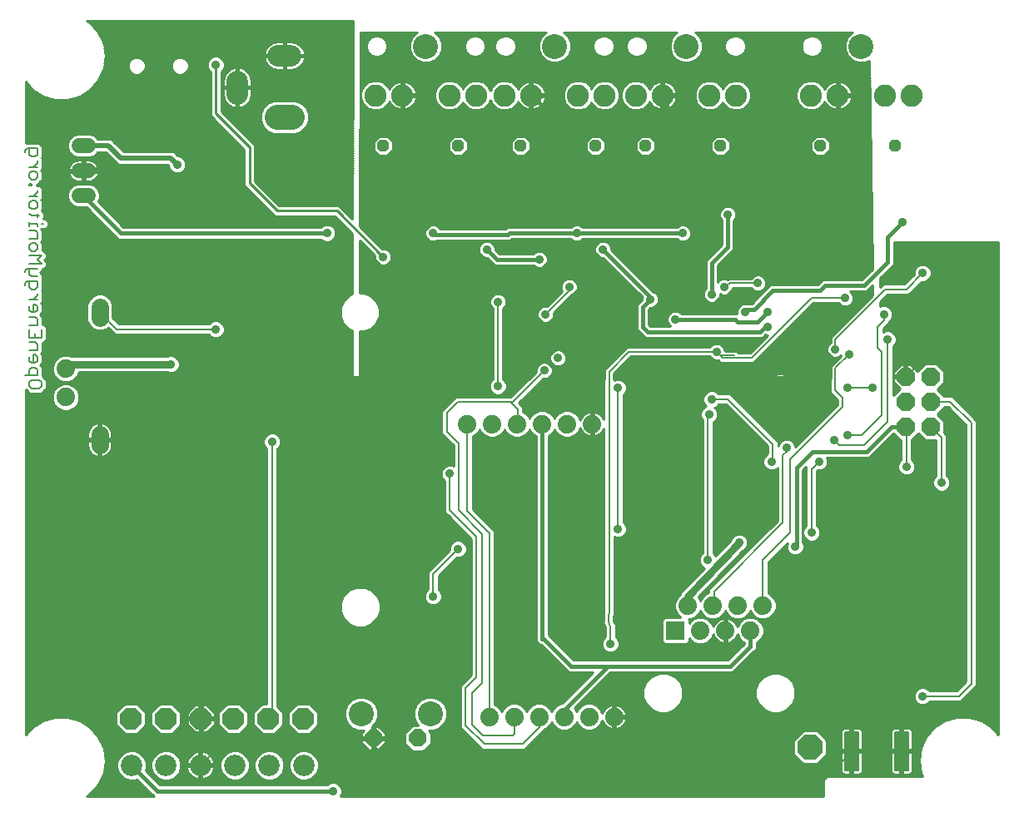
<source format=gbl>
G75*
%MOIN*%
%OFA0B0*%
%FSLAX25Y25*%
%IPPOS*%
%LPD*%
%AMOC8*
5,1,8,0,0,1.08239X$1,22.5*
%
%ADD10C,0.00600*%
%ADD11C,0.10000*%
%ADD12C,0.08858*%
%ADD13OC8,0.04800*%
%ADD14C,0.07000*%
%ADD15C,0.07400*%
%ADD16C,0.06000*%
%ADD17OC8,0.07000*%
%ADD18C,0.08600*%
%ADD19C,0.10000*%
%ADD20OC8,0.10000*%
%ADD21OC8,0.07400*%
%ADD22R,0.07400X0.07400*%
%ADD23C,0.08600*%
%ADD24OC8,0.08500*%
%ADD25C,0.03569*%
%ADD26C,0.02000*%
%ADD27C,0.00800*%
%ADD28C,0.01600*%
%ADD29C,0.01000*%
%ADD30C,0.03000*%
D10*
X0334300Y0105138D02*
X0339700Y0105138D01*
X0339700Y0089738D01*
X0334300Y0089738D01*
X0334300Y0105138D01*
X0334300Y0090337D02*
X0339700Y0090337D01*
X0339700Y0090936D02*
X0334300Y0090936D01*
X0334300Y0091535D02*
X0339700Y0091535D01*
X0339700Y0092134D02*
X0334300Y0092134D01*
X0334300Y0092733D02*
X0339700Y0092733D01*
X0339700Y0093332D02*
X0334300Y0093332D01*
X0334300Y0093931D02*
X0339700Y0093931D01*
X0339700Y0094530D02*
X0334300Y0094530D01*
X0334300Y0095129D02*
X0339700Y0095129D01*
X0339700Y0095728D02*
X0334300Y0095728D01*
X0334300Y0096327D02*
X0339700Y0096327D01*
X0339700Y0096926D02*
X0334300Y0096926D01*
X0334300Y0097525D02*
X0339700Y0097525D01*
X0339700Y0098124D02*
X0334300Y0098124D01*
X0334300Y0098723D02*
X0339700Y0098723D01*
X0339700Y0099322D02*
X0334300Y0099322D01*
X0334300Y0099921D02*
X0339700Y0099921D01*
X0339700Y0100520D02*
X0334300Y0100520D01*
X0334300Y0101119D02*
X0339700Y0101119D01*
X0339700Y0101718D02*
X0334300Y0101718D01*
X0334300Y0102317D02*
X0339700Y0102317D01*
X0339700Y0102916D02*
X0334300Y0102916D01*
X0334300Y0103515D02*
X0339700Y0103515D01*
X0339700Y0104114D02*
X0334300Y0104114D01*
X0334300Y0104713D02*
X0339700Y0104713D01*
X0354300Y0105138D02*
X0359700Y0105138D01*
X0359700Y0089738D01*
X0354300Y0089738D01*
X0354300Y0105138D01*
X0354300Y0090337D02*
X0359700Y0090337D01*
X0359700Y0090936D02*
X0354300Y0090936D01*
X0354300Y0091535D02*
X0359700Y0091535D01*
X0359700Y0092134D02*
X0354300Y0092134D01*
X0354300Y0092733D02*
X0359700Y0092733D01*
X0359700Y0093332D02*
X0354300Y0093332D01*
X0354300Y0093931D02*
X0359700Y0093931D01*
X0359700Y0094530D02*
X0354300Y0094530D01*
X0354300Y0095129D02*
X0359700Y0095129D01*
X0359700Y0095728D02*
X0354300Y0095728D01*
X0354300Y0096327D02*
X0359700Y0096327D01*
X0359700Y0096926D02*
X0354300Y0096926D01*
X0354300Y0097525D02*
X0359700Y0097525D01*
X0359700Y0098124D02*
X0354300Y0098124D01*
X0354300Y0098723D02*
X0359700Y0098723D01*
X0359700Y0099322D02*
X0354300Y0099322D01*
X0354300Y0099921D02*
X0359700Y0099921D01*
X0359700Y0100520D02*
X0354300Y0100520D01*
X0354300Y0101119D02*
X0359700Y0101119D01*
X0359700Y0101718D02*
X0354300Y0101718D01*
X0354300Y0102317D02*
X0359700Y0102317D01*
X0359700Y0102916D02*
X0354300Y0102916D01*
X0354300Y0103515D02*
X0359700Y0103515D01*
X0359700Y0104114D02*
X0354300Y0104114D01*
X0354300Y0104713D02*
X0359700Y0104713D01*
X0012698Y0243681D02*
X0011881Y0242864D01*
X0008611Y0242864D01*
X0007794Y0243681D01*
X0007794Y0245316D01*
X0008611Y0246133D01*
X0011881Y0246133D01*
X0012698Y0245316D01*
X0012698Y0243681D01*
X0011063Y0247928D02*
X0006159Y0247928D01*
X0007794Y0247928D02*
X0007794Y0250380D01*
X0008611Y0251197D01*
X0010246Y0251197D01*
X0011063Y0250380D01*
X0011063Y0247928D01*
X0010246Y0252992D02*
X0011063Y0253810D01*
X0011063Y0255444D01*
X0010246Y0256262D01*
X0009428Y0256262D01*
X0009428Y0252992D01*
X0008611Y0252992D02*
X0010246Y0252992D01*
X0008611Y0252992D02*
X0007794Y0253810D01*
X0007794Y0255444D01*
X0007794Y0258057D02*
X0011063Y0258057D01*
X0011063Y0260509D01*
X0010246Y0261326D01*
X0007794Y0261326D01*
X0007794Y0263121D02*
X0007794Y0266390D01*
X0007794Y0268185D02*
X0011063Y0268185D01*
X0011063Y0270637D01*
X0010246Y0271455D01*
X0007794Y0271455D01*
X0008611Y0273250D02*
X0010246Y0273250D01*
X0011063Y0274067D01*
X0011063Y0275702D01*
X0010246Y0276519D01*
X0009428Y0276519D01*
X0009428Y0273250D01*
X0008611Y0273250D02*
X0007794Y0274067D01*
X0007794Y0275702D01*
X0007794Y0278314D02*
X0011063Y0278314D01*
X0009428Y0278314D02*
X0011063Y0279949D01*
X0011063Y0280766D01*
X0010246Y0282534D02*
X0008611Y0282534D01*
X0007794Y0283352D01*
X0007794Y0285804D01*
X0006976Y0285804D02*
X0011063Y0285804D01*
X0011063Y0283352D01*
X0010246Y0282534D01*
X0006159Y0284169D02*
X0006159Y0284986D01*
X0006976Y0285804D01*
X0008611Y0287598D02*
X0007794Y0288416D01*
X0007794Y0290868D01*
X0006976Y0290868D02*
X0006159Y0290051D01*
X0006159Y0289233D01*
X0006976Y0290868D02*
X0011063Y0290868D01*
X0012698Y0292663D02*
X0011063Y0294298D01*
X0012698Y0295932D01*
X0007794Y0295932D01*
X0008611Y0297727D02*
X0007794Y0298544D01*
X0007794Y0300179D01*
X0008611Y0300997D01*
X0010246Y0300997D01*
X0011063Y0300179D01*
X0011063Y0298544D01*
X0010246Y0297727D01*
X0008611Y0297727D01*
X0007794Y0292663D02*
X0012698Y0292663D01*
X0011063Y0287598D02*
X0008611Y0287598D01*
X0007794Y0302791D02*
X0011063Y0302791D01*
X0011063Y0305244D01*
X0010246Y0306061D01*
X0007794Y0306061D01*
X0007794Y0307856D02*
X0007794Y0309490D01*
X0007794Y0308673D02*
X0011063Y0308673D01*
X0011063Y0307856D01*
X0012698Y0308673D02*
X0013515Y0308673D01*
X0011063Y0311232D02*
X0011063Y0312867D01*
X0011881Y0312049D02*
X0008611Y0312049D01*
X0007794Y0312867D01*
X0008611Y0314608D02*
X0007794Y0315426D01*
X0007794Y0317060D01*
X0008611Y0317878D01*
X0010246Y0317878D01*
X0011063Y0317060D01*
X0011063Y0315426D01*
X0010246Y0314608D01*
X0008611Y0314608D01*
X0007794Y0319673D02*
X0011063Y0319673D01*
X0011063Y0321307D02*
X0009428Y0319673D01*
X0011063Y0321307D02*
X0011063Y0322125D01*
X0008611Y0323893D02*
X0008611Y0324710D01*
X0007794Y0324710D01*
X0007794Y0323893D01*
X0008611Y0323893D01*
X0008611Y0326425D02*
X0007794Y0327242D01*
X0007794Y0328877D01*
X0008611Y0329694D01*
X0010246Y0329694D01*
X0011063Y0328877D01*
X0011063Y0327242D01*
X0010246Y0326425D01*
X0008611Y0326425D01*
X0007794Y0331489D02*
X0011063Y0331489D01*
X0009428Y0331489D02*
X0011063Y0333124D01*
X0011063Y0333941D01*
X0010246Y0335710D02*
X0008611Y0335710D01*
X0007794Y0336527D01*
X0007794Y0338979D01*
X0006976Y0338979D02*
X0011063Y0338979D01*
X0011063Y0336527D01*
X0010246Y0335710D01*
X0006159Y0337344D02*
X0006159Y0338162D01*
X0006976Y0338979D01*
X0012698Y0266390D02*
X0012698Y0263121D01*
X0007794Y0263121D01*
X0010246Y0263121D02*
X0010246Y0264756D01*
D11*
X0166587Y0379865D03*
X0218142Y0379865D03*
X0270760Y0379865D03*
X0340878Y0379865D03*
X0168300Y0112442D03*
X0140700Y0112442D03*
D12*
X0146508Y0360180D03*
X0157138Y0360180D03*
X0176035Y0360180D03*
X0186665Y0360180D03*
X0198063Y0360180D03*
X0208693Y0360180D03*
X0227591Y0360180D03*
X0238220Y0360180D03*
X0250681Y0360180D03*
X0261311Y0360180D03*
X0280209Y0360180D03*
X0290839Y0360180D03*
X0320799Y0360180D03*
X0331429Y0360180D03*
X0350327Y0360180D03*
X0360957Y0360180D03*
D13*
X0354500Y0339944D03*
X0324500Y0339944D03*
X0284500Y0339944D03*
X0254500Y0339944D03*
X0234500Y0339944D03*
X0204500Y0339944D03*
X0179500Y0339944D03*
X0149500Y0339944D03*
D14*
X0036035Y0275390D02*
X0036035Y0271190D01*
X0036035Y0224209D02*
X0036035Y0220009D01*
D15*
X0022500Y0239244D03*
X0022500Y0250644D03*
X0183130Y0228505D03*
X0193130Y0228505D03*
X0203130Y0228505D03*
X0213130Y0228505D03*
X0223130Y0228505D03*
X0233130Y0228505D03*
X0271528Y0155745D03*
X0281528Y0155745D03*
X0291528Y0155745D03*
X0301528Y0155745D03*
X0296528Y0145745D03*
X0286528Y0145745D03*
X0276528Y0145745D03*
X0241980Y0111204D03*
X0231980Y0111204D03*
X0221980Y0111204D03*
X0211980Y0111204D03*
X0201980Y0111204D03*
X0191980Y0111204D03*
D16*
X0031300Y0319944D02*
X0027700Y0319944D01*
X0027700Y0329944D02*
X0031300Y0329944D01*
X0031300Y0339944D02*
X0027700Y0339944D01*
D17*
X0145600Y0102642D03*
X0163400Y0102642D03*
D18*
X0091114Y0360684D02*
X0091114Y0365844D01*
X0107432Y0376060D02*
X0112592Y0376060D01*
D19*
X0113012Y0351453D02*
X0107012Y0351453D01*
D20*
X0320500Y0098938D03*
D21*
X0358752Y0227438D03*
X0358752Y0237438D03*
X0358752Y0247438D03*
X0368752Y0247438D03*
X0368752Y0237438D03*
X0368752Y0227438D03*
D22*
X0266528Y0145745D03*
D23*
X0117689Y0091755D03*
X0103909Y0091755D03*
X0090130Y0091755D03*
X0076350Y0091755D03*
X0062571Y0091755D03*
X0048791Y0091755D03*
D24*
X0048500Y0110438D03*
X0062500Y0110438D03*
X0076500Y0110438D03*
X0089500Y0110438D03*
X0103500Y0110438D03*
X0117500Y0110438D03*
D25*
X0129500Y0081438D03*
X0180126Y0098075D03*
X0213000Y0096938D03*
X0247000Y0087938D03*
X0314500Y0104938D03*
X0330500Y0096938D03*
X0330500Y0090938D03*
X0324500Y0090938D03*
X0318500Y0084938D03*
X0357500Y0111938D03*
X0366500Y0108938D03*
X0365500Y0119438D03*
X0349500Y0122938D03*
X0341500Y0123938D03*
X0341500Y0144938D03*
X0307000Y0133438D03*
X0304500Y0145438D03*
X0279500Y0173938D03*
X0292000Y0180938D03*
X0271500Y0188938D03*
X0283500Y0198938D03*
X0305000Y0213438D03*
X0311000Y0218938D03*
X0324000Y0213438D03*
X0326000Y0205438D03*
X0345500Y0213938D03*
X0359000Y0211438D03*
X0373000Y0204938D03*
X0389000Y0193438D03*
X0335500Y0223938D03*
X0330000Y0221938D03*
X0315000Y0238938D03*
X0309000Y0238938D03*
X0308500Y0245438D03*
X0315000Y0244938D03*
X0330500Y0258438D03*
X0336000Y0256438D03*
X0326500Y0264438D03*
X0327500Y0275438D03*
X0334500Y0278938D03*
X0350000Y0272438D03*
X0351500Y0262438D03*
X0367500Y0278438D03*
X0365500Y0288938D03*
X0370500Y0295438D03*
X0387000Y0293438D03*
X0357500Y0309438D03*
X0331500Y0317438D03*
X0313000Y0310438D03*
X0331500Y0296438D03*
X0299500Y0284938D03*
X0286000Y0283438D03*
X0281000Y0280438D03*
X0294500Y0273438D03*
X0303500Y0273438D03*
X0303500Y0267438D03*
X0283000Y0257438D03*
X0266500Y0270438D03*
X0256500Y0278438D03*
X0234500Y0279438D03*
X0224000Y0283438D03*
X0214500Y0272438D03*
X0195500Y0277438D03*
X0212000Y0294438D03*
X0227000Y0304938D03*
X0237500Y0298438D03*
X0255500Y0312938D03*
X0263000Y0318938D03*
X0269500Y0304938D03*
X0287500Y0312438D03*
X0300000Y0340938D03*
X0245500Y0332438D03*
X0213000Y0318938D03*
X0212846Y0319091D03*
X0198000Y0312438D03*
X0191000Y0298438D03*
X0169500Y0304938D03*
X0168500Y0289438D03*
X0149500Y0295438D03*
X0127000Y0304938D03*
X0157500Y0319938D03*
X0191500Y0334938D03*
X0125500Y0272438D03*
X0100000Y0270938D03*
X0082500Y0266438D03*
X0075000Y0276938D03*
X0074500Y0252438D03*
X0064500Y0252438D03*
X0093500Y0230938D03*
X0105000Y0221438D03*
X0164000Y0201938D03*
X0176154Y0208540D03*
X0201500Y0201438D03*
X0179500Y0178438D03*
X0169500Y0159438D03*
X0225000Y0154438D03*
X0240500Y0140438D03*
X0243500Y0186438D03*
X0266000Y0221438D03*
X0266000Y0237438D03*
X0280000Y0232438D03*
X0281000Y0238438D03*
X0291000Y0230438D03*
X0283500Y0224438D03*
X0243500Y0242938D03*
X0219500Y0254938D03*
X0214000Y0249938D03*
X0195445Y0243579D03*
X0314500Y0179438D03*
X0321000Y0184938D03*
X0388500Y0150938D03*
X0391500Y0131938D03*
X0390500Y0116938D03*
X0363500Y0097938D03*
X0363500Y0089938D03*
X0345500Y0242938D03*
X0335500Y0242938D03*
X0382000Y0247438D03*
X0115000Y0146438D03*
X0030000Y0174938D03*
X0016600Y0275638D03*
X0069000Y0312938D03*
X0064500Y0320438D03*
X0067000Y0332438D03*
X0031500Y0358438D03*
X0082500Y0372438D03*
D26*
X0044500Y0334938D02*
X0039494Y0339944D01*
X0029500Y0339944D01*
X0044500Y0334938D02*
X0064500Y0334938D01*
X0067000Y0332438D01*
X0074500Y0252438D02*
X0074500Y0242438D01*
X0054172Y0222109D01*
X0076500Y0199781D01*
X0076500Y0110438D01*
X0054172Y0222109D02*
X0036035Y0222109D01*
X0022706Y0250644D02*
X0022500Y0250644D01*
X0022706Y0250644D02*
X0024500Y0252438D01*
D27*
X0042888Y0266438D02*
X0036035Y0273290D01*
X0042888Y0266438D02*
X0082500Y0266438D01*
X0105000Y0221438D02*
X0105000Y0111938D01*
X0103500Y0110438D01*
X0087238Y0102642D02*
X0076350Y0091755D01*
X0087238Y0102642D02*
X0145600Y0102642D01*
X0145600Y0099838D01*
X0152500Y0092938D01*
X0235000Y0092938D01*
X0242000Y0099938D01*
X0242000Y0111184D01*
X0241980Y0111204D01*
X0211980Y0111204D02*
X0211980Y0106965D01*
X0205287Y0100272D01*
X0189933Y0100272D01*
X0182453Y0107753D01*
X0182453Y0122713D01*
X0186783Y0127044D01*
X0186783Y0183343D01*
X0176154Y0193973D01*
X0176154Y0208540D01*
X0179697Y0220745D02*
X0174972Y0225469D01*
X0174972Y0232949D01*
X0179303Y0237280D01*
X0200563Y0237280D01*
X0201343Y0237280D01*
X0214000Y0249938D01*
X0200563Y0237280D02*
X0203319Y0234524D01*
X0203319Y0228694D01*
X0203130Y0228505D01*
X0195445Y0243579D02*
X0195445Y0277383D01*
X0195500Y0277438D01*
X0214500Y0272438D02*
X0224000Y0281938D01*
X0224000Y0283438D01*
X0247922Y0257438D02*
X0239933Y0249448D01*
X0239933Y0152874D01*
X0239816Y0151757D01*
X0239816Y0149119D01*
X0240500Y0147434D01*
X0240500Y0140438D01*
X0262000Y0152938D02*
X0262000Y0179438D01*
X0271500Y0188938D01*
X0283500Y0198938D02*
X0283500Y0224438D01*
X0290000Y0230938D01*
X0291000Y0230438D01*
X0287500Y0238438D02*
X0281000Y0238438D01*
X0280000Y0232438D02*
X0279500Y0231938D01*
X0279500Y0173938D01*
X0282000Y0161438D02*
X0282000Y0156217D01*
X0281528Y0155745D01*
X0282000Y0161438D02*
X0309500Y0188938D01*
X0309500Y0215938D01*
X0311000Y0217438D01*
X0311000Y0218938D01*
X0312500Y0214438D02*
X0333500Y0235438D01*
X0333500Y0238938D01*
X0330500Y0241938D01*
X0330500Y0250938D01*
X0336000Y0256438D01*
X0330500Y0258438D02*
X0330500Y0262438D01*
X0350500Y0282438D01*
X0359000Y0282438D01*
X0365500Y0288938D01*
X0371500Y0286438D02*
X0371500Y0294438D01*
X0370500Y0295438D01*
X0374500Y0295438D01*
X0376500Y0293438D01*
X0387000Y0293438D01*
X0372500Y0293438D02*
X0370500Y0295438D01*
X0371500Y0286438D02*
X0367500Y0282438D01*
X0367500Y0278438D01*
X0350000Y0272438D02*
X0350000Y0269938D01*
X0347500Y0267438D01*
X0347500Y0258938D01*
X0349000Y0257438D01*
X0349000Y0231938D01*
X0341000Y0223938D01*
X0335500Y0223938D01*
X0332000Y0219938D02*
X0330000Y0221938D01*
X0332000Y0219938D02*
X0342000Y0219938D01*
X0351500Y0229438D01*
X0351500Y0262438D01*
X0358752Y0247438D02*
X0366752Y0255438D01*
X0377500Y0255438D01*
X0382000Y0250938D01*
X0382000Y0247438D01*
X0376500Y0237438D02*
X0368752Y0237438D01*
X0376500Y0237438D02*
X0385000Y0228938D01*
X0385000Y0124438D01*
X0380000Y0119438D01*
X0365500Y0119438D01*
X0337000Y0097438D02*
X0337000Y0096938D01*
X0326750Y0086688D01*
X0324250Y0086688D01*
X0323000Y0085438D01*
X0273652Y0085438D01*
X0201980Y0104446D02*
X0201350Y0103816D01*
X0189539Y0103816D01*
X0185209Y0108146D01*
X0185209Y0120745D01*
X0189146Y0124682D01*
X0189146Y0184524D01*
X0179697Y0193973D01*
X0179697Y0220745D01*
X0183240Y0228394D02*
X0183130Y0228505D01*
X0183240Y0228394D02*
X0183240Y0193579D01*
X0191980Y0184839D01*
X0191980Y0111204D01*
X0201980Y0111204D02*
X0201980Y0104446D01*
X0201980Y0111204D02*
X0202000Y0111223D01*
X0169500Y0159438D02*
X0169500Y0168438D01*
X0179500Y0178438D01*
X0243500Y0186438D02*
X0243500Y0242938D01*
X0247922Y0257438D02*
X0283000Y0257438D01*
X0285364Y0255074D01*
X0297136Y0255074D01*
X0321000Y0278938D01*
X0334500Y0278938D01*
X0327500Y0275438D02*
X0326500Y0274438D01*
X0326500Y0264438D01*
X0335500Y0242938D02*
X0345500Y0242938D01*
X0358752Y0227438D02*
X0359000Y0227190D01*
X0359000Y0211438D01*
X0345500Y0213938D02*
X0337000Y0205438D01*
X0326000Y0205438D01*
X0321000Y0210438D02*
X0324000Y0213438D01*
X0323500Y0212438D01*
X0321000Y0210438D02*
X0321000Y0184938D01*
X0312500Y0184938D02*
X0312500Y0214438D01*
X0305500Y0213938D02*
X0305500Y0220438D01*
X0287500Y0238438D01*
X0290000Y0255938D02*
X0284500Y0255938D01*
X0283000Y0257438D01*
X0286000Y0283438D02*
X0288500Y0284938D01*
X0299500Y0284938D01*
X0368752Y0227438D02*
X0373000Y0223190D01*
X0373000Y0204938D01*
X0312500Y0184938D02*
X0301528Y0173965D01*
X0301528Y0155745D01*
X0304500Y0145438D02*
X0305000Y0144938D01*
X0341500Y0144938D01*
X0304500Y0145438D02*
X0304000Y0144938D01*
X0305000Y0213438D02*
X0305500Y0213938D01*
X0305000Y0213438D02*
X0305000Y0214438D01*
X0064500Y0320438D02*
X0054700Y0320438D01*
X0044000Y0331138D01*
X0030694Y0331138D01*
X0029500Y0329944D01*
D28*
X0029500Y0319944D02*
X0044506Y0304938D01*
X0127000Y0304938D01*
X0157500Y0319938D02*
X0158346Y0319091D01*
X0212846Y0319091D01*
X0262846Y0319091D01*
X0263000Y0318938D01*
X0263000Y0358491D01*
X0261311Y0360180D01*
X0213000Y0355873D02*
X0208693Y0360180D01*
X0213000Y0355873D02*
X0213000Y0318938D01*
X0200000Y0304938D02*
X0199500Y0304438D01*
X0170000Y0304438D01*
X0169500Y0304938D01*
X0191000Y0298438D02*
X0195000Y0294438D01*
X0212000Y0294438D01*
X0200000Y0304938D02*
X0227000Y0304938D01*
X0269500Y0304938D01*
X0263000Y0318938D02*
X0330000Y0318938D01*
X0331500Y0317438D01*
X0331500Y0296438D01*
X0326500Y0283938D02*
X0342000Y0283938D01*
X0351500Y0293438D01*
X0351500Y0303438D01*
X0357500Y0309438D01*
X0326500Y0283938D02*
X0324500Y0281938D01*
X0305500Y0281938D01*
X0298000Y0274438D01*
X0295500Y0274438D01*
X0294500Y0273438D01*
X0290500Y0270438D02*
X0291500Y0269438D01*
X0299500Y0269438D01*
X0303500Y0273438D01*
X0303500Y0267438D02*
X0302500Y0267438D01*
X0300500Y0265438D01*
X0255500Y0265438D01*
X0253500Y0267438D01*
X0253500Y0275438D01*
X0256500Y0278438D01*
X0256500Y0279438D01*
X0237500Y0298438D01*
X0266500Y0270438D02*
X0290500Y0270438D01*
X0281000Y0280438D02*
X0281000Y0292938D01*
X0287500Y0299438D01*
X0287500Y0312438D01*
X0353000Y0227438D02*
X0358752Y0227438D01*
X0353000Y0227438D02*
X0343000Y0217438D01*
X0321500Y0217438D01*
X0315000Y0210938D01*
X0315000Y0179938D01*
X0314500Y0179438D01*
X0296528Y0145745D02*
X0296500Y0145717D01*
X0296500Y0139438D01*
X0288500Y0131438D01*
X0239500Y0131438D01*
X0224745Y0131438D01*
X0213130Y0143053D01*
X0213130Y0142456D01*
X0213130Y0143053D02*
X0213130Y0228505D01*
X0239500Y0131438D02*
X0221980Y0113918D01*
X0221980Y0111204D01*
X0129500Y0081438D02*
X0059109Y0081438D01*
X0048791Y0091755D01*
D29*
X0032233Y0080229D02*
X0030879Y0079358D01*
X0057655Y0079356D01*
X0050884Y0086127D01*
X0049985Y0085755D01*
X0047598Y0085755D01*
X0045393Y0086668D01*
X0043705Y0088356D01*
X0042791Y0090562D01*
X0042791Y0092948D01*
X0043705Y0095154D01*
X0045393Y0096842D01*
X0047598Y0097755D01*
X0049985Y0097755D01*
X0052190Y0096842D01*
X0053878Y0095154D01*
X0054791Y0092948D01*
X0054791Y0090562D01*
X0054419Y0089663D01*
X0060144Y0083938D01*
X0127073Y0083938D01*
X0127526Y0084391D01*
X0128807Y0084922D01*
X0130193Y0084922D01*
X0131474Y0084391D01*
X0132454Y0083411D01*
X0132984Y0082131D01*
X0132984Y0080745D01*
X0132454Y0079464D01*
X0132340Y0079350D01*
X0325831Y0079335D01*
X0325831Y0086097D01*
X0326943Y0087209D01*
X0365326Y0087209D01*
X0364682Y0088619D01*
X0364682Y0088619D01*
X0363965Y0093605D01*
X0363965Y0093605D01*
X0364682Y0098592D01*
X0364682Y0098592D01*
X0366775Y0103175D01*
X0366775Y0103175D01*
X0370074Y0106982D01*
X0374312Y0109706D01*
X0374312Y0109706D01*
X0379146Y0111125D01*
X0384184Y0111125D01*
X0389018Y0109706D01*
X0389018Y0109706D01*
X0393256Y0106982D01*
X0393256Y0106982D01*
X0395910Y0103919D01*
X0395910Y0301438D01*
X0354000Y0301438D01*
X0354000Y0292940D01*
X0353619Y0292022D01*
X0348500Y0286902D01*
X0348500Y0283407D01*
X0349630Y0284538D01*
X0358130Y0284538D01*
X0362016Y0288423D01*
X0362016Y0289631D01*
X0362546Y0290911D01*
X0363526Y0291891D01*
X0364807Y0292422D01*
X0366193Y0292422D01*
X0367474Y0291891D01*
X0368454Y0290911D01*
X0368984Y0289631D01*
X0368984Y0288245D01*
X0368454Y0286964D01*
X0367474Y0285984D01*
X0366193Y0285453D01*
X0364986Y0285453D01*
X0359870Y0280338D01*
X0351370Y0280338D01*
X0348500Y0277468D01*
X0348500Y0275588D01*
X0349307Y0275922D01*
X0350693Y0275922D01*
X0351974Y0275391D01*
X0352954Y0274411D01*
X0353484Y0273131D01*
X0353484Y0271745D01*
X0352954Y0270464D01*
X0352100Y0269610D01*
X0352100Y0269068D01*
X0350870Y0267838D01*
X0349600Y0266568D01*
X0349600Y0265422D01*
X0350807Y0265922D01*
X0352193Y0265922D01*
X0353474Y0265391D01*
X0354454Y0264411D01*
X0354984Y0263131D01*
X0354984Y0261745D01*
X0354454Y0260464D01*
X0353600Y0259610D01*
X0353600Y0239922D01*
X0356398Y0242720D01*
X0353752Y0245367D01*
X0353752Y0246938D01*
X0358252Y0246938D01*
X0358252Y0247938D01*
X0358252Y0252438D01*
X0356681Y0252438D01*
X0353752Y0249509D01*
X0353752Y0247938D01*
X0358252Y0247938D01*
X0359252Y0247938D01*
X0359252Y0252438D01*
X0360823Y0252438D01*
X0363469Y0249792D01*
X0366515Y0252838D01*
X0370989Y0252838D01*
X0374152Y0249674D01*
X0374152Y0245201D01*
X0371389Y0242438D01*
X0374152Y0239674D01*
X0374152Y0239538D01*
X0377370Y0239538D01*
X0378600Y0238308D01*
X0387100Y0229808D01*
X0387100Y0123568D01*
X0385870Y0122338D01*
X0380870Y0117338D01*
X0368327Y0117338D01*
X0367474Y0116484D01*
X0366193Y0115953D01*
X0364807Y0115953D01*
X0363526Y0116484D01*
X0362546Y0117464D01*
X0362016Y0118745D01*
X0362016Y0120131D01*
X0362546Y0121411D01*
X0363526Y0122391D01*
X0364807Y0122922D01*
X0366193Y0122922D01*
X0367474Y0122391D01*
X0368327Y0121538D01*
X0379130Y0121538D01*
X0382900Y0125308D01*
X0382900Y0228068D01*
X0375630Y0235338D01*
X0374152Y0235338D01*
X0374152Y0235201D01*
X0371389Y0232438D01*
X0374152Y0229674D01*
X0374152Y0225201D01*
X0374055Y0225104D01*
X0375100Y0224059D01*
X0375100Y0207765D01*
X0375954Y0206911D01*
X0376484Y0205631D01*
X0376484Y0204245D01*
X0375954Y0202964D01*
X0374974Y0201984D01*
X0373693Y0201453D01*
X0372307Y0201453D01*
X0371026Y0201984D01*
X0370046Y0202964D01*
X0369516Y0204245D01*
X0369516Y0205631D01*
X0370046Y0206911D01*
X0370900Y0207765D01*
X0370900Y0222038D01*
X0366515Y0222038D01*
X0363752Y0224801D01*
X0361100Y0222149D01*
X0361100Y0214265D01*
X0361954Y0213411D01*
X0362484Y0212131D01*
X0362484Y0210745D01*
X0361954Y0209464D01*
X0360974Y0208484D01*
X0359693Y0207953D01*
X0358307Y0207953D01*
X0357026Y0208484D01*
X0356046Y0209464D01*
X0355516Y0210745D01*
X0355516Y0212131D01*
X0356046Y0213411D01*
X0356900Y0214265D01*
X0356900Y0222038D01*
X0356515Y0222038D01*
X0353825Y0224728D01*
X0344416Y0215318D01*
X0343497Y0214938D01*
X0327150Y0214938D01*
X0327484Y0214131D01*
X0327484Y0212745D01*
X0326954Y0211464D01*
X0325974Y0210484D01*
X0324693Y0209953D01*
X0323486Y0209953D01*
X0323100Y0209568D01*
X0323100Y0187765D01*
X0323954Y0186911D01*
X0324484Y0185631D01*
X0324484Y0184245D01*
X0323954Y0182964D01*
X0322974Y0181984D01*
X0321693Y0181453D01*
X0320307Y0181453D01*
X0319026Y0181984D01*
X0318046Y0182964D01*
X0317516Y0184245D01*
X0317516Y0185631D01*
X0318046Y0186911D01*
X0318900Y0187765D01*
X0318900Y0211302D01*
X0317500Y0209902D01*
X0317500Y0181300D01*
X0317984Y0180131D01*
X0317984Y0178745D01*
X0317454Y0177464D01*
X0316474Y0176484D01*
X0315193Y0175953D01*
X0313807Y0175953D01*
X0312526Y0176484D01*
X0311546Y0177464D01*
X0311016Y0178745D01*
X0311016Y0180131D01*
X0311265Y0180733D01*
X0303628Y0173095D01*
X0303628Y0160720D01*
X0304586Y0160323D01*
X0306105Y0158804D01*
X0306928Y0156819D01*
X0306928Y0154671D01*
X0306105Y0152686D01*
X0304586Y0151167D01*
X0302602Y0150345D01*
X0300453Y0150345D01*
X0298469Y0151167D01*
X0296950Y0152686D01*
X0296528Y0153705D01*
X0296105Y0152686D01*
X0294586Y0151167D01*
X0292602Y0150345D01*
X0290453Y0150345D01*
X0288469Y0151167D01*
X0286950Y0152686D01*
X0286528Y0153705D01*
X0286105Y0152686D01*
X0284586Y0151167D01*
X0282602Y0150345D01*
X0280453Y0150345D01*
X0278469Y0151167D01*
X0276950Y0152686D01*
X0276528Y0153705D01*
X0276105Y0152686D01*
X0274586Y0151167D01*
X0272602Y0150345D01*
X0271732Y0150345D01*
X0271928Y0150149D01*
X0271928Y0148750D01*
X0271950Y0148804D01*
X0273469Y0150323D01*
X0275453Y0151145D01*
X0277602Y0151145D01*
X0279586Y0150323D01*
X0281105Y0148804D01*
X0281755Y0147236D01*
X0281894Y0147664D01*
X0282251Y0148365D01*
X0282714Y0149002D01*
X0283270Y0149559D01*
X0283907Y0150021D01*
X0284608Y0150378D01*
X0285357Y0150622D01*
X0286043Y0150730D01*
X0286043Y0146229D01*
X0287012Y0146229D01*
X0287012Y0150730D01*
X0287698Y0150622D01*
X0288447Y0150378D01*
X0289148Y0150021D01*
X0289785Y0149559D01*
X0290341Y0149002D01*
X0290804Y0148365D01*
X0291161Y0147664D01*
X0291300Y0147236D01*
X0291950Y0148804D01*
X0293469Y0150323D01*
X0295453Y0151145D01*
X0297602Y0151145D01*
X0299586Y0150323D01*
X0301105Y0148804D01*
X0301928Y0146819D01*
X0301928Y0144671D01*
X0301105Y0142686D01*
X0299586Y0141167D01*
X0299000Y0140924D01*
X0299000Y0138940D01*
X0298619Y0138022D01*
X0297916Y0137318D01*
X0289916Y0129318D01*
X0288997Y0128938D01*
X0240536Y0128938D01*
X0226209Y0114611D01*
X0226558Y0114263D01*
X0226980Y0113244D01*
X0227402Y0114263D01*
X0228921Y0115782D01*
X0230906Y0116604D01*
X0233054Y0116604D01*
X0235039Y0115782D01*
X0236558Y0114263D01*
X0237208Y0112695D01*
X0237347Y0113123D01*
X0237704Y0113824D01*
X0238167Y0114461D01*
X0238723Y0115018D01*
X0239360Y0115480D01*
X0240061Y0115837D01*
X0240809Y0116081D01*
X0241480Y0116187D01*
X0241480Y0111704D01*
X0242480Y0111704D01*
X0242480Y0116187D01*
X0243151Y0116081D01*
X0243900Y0115837D01*
X0244601Y0115480D01*
X0245238Y0115018D01*
X0245794Y0114461D01*
X0246257Y0113824D01*
X0246614Y0113123D01*
X0246857Y0112375D01*
X0246963Y0111704D01*
X0242480Y0111704D01*
X0242480Y0110704D01*
X0242480Y0106221D01*
X0243151Y0106327D01*
X0243900Y0106570D01*
X0244601Y0106927D01*
X0245238Y0107390D01*
X0245794Y0107947D01*
X0246257Y0108583D01*
X0246614Y0109284D01*
X0246857Y0110033D01*
X0246963Y0110704D01*
X0242480Y0110704D01*
X0241480Y0110704D01*
X0241480Y0106221D01*
X0240809Y0106327D01*
X0240061Y0106570D01*
X0239360Y0106927D01*
X0238723Y0107390D01*
X0238167Y0107947D01*
X0237704Y0108583D01*
X0237347Y0109284D01*
X0237208Y0109713D01*
X0236558Y0108145D01*
X0235039Y0106626D01*
X0233054Y0105804D01*
X0230906Y0105804D01*
X0228921Y0106626D01*
X0227402Y0108145D01*
X0226980Y0109164D01*
X0226558Y0108145D01*
X0225039Y0106626D01*
X0223054Y0105804D01*
X0220906Y0105804D01*
X0218921Y0106626D01*
X0217402Y0108145D01*
X0216980Y0109164D01*
X0216558Y0108145D01*
X0215039Y0106626D01*
X0214080Y0106229D01*
X0214080Y0106095D01*
X0207387Y0099402D01*
X0206157Y0098172D01*
X0189063Y0098172D01*
X0181583Y0105653D01*
X0180353Y0106883D01*
X0180353Y0123583D01*
X0184683Y0127914D01*
X0184683Y0182473D01*
X0175284Y0191873D01*
X0175284Y0191873D01*
X0174054Y0193103D01*
X0174054Y0205713D01*
X0173200Y0206566D01*
X0172669Y0207847D01*
X0172669Y0209233D01*
X0173200Y0210514D01*
X0174180Y0211494D01*
X0175460Y0212024D01*
X0176847Y0212024D01*
X0177597Y0211713D01*
X0177597Y0219875D01*
X0174103Y0223369D01*
X0174103Y0223369D01*
X0172872Y0224599D01*
X0172872Y0233819D01*
X0177203Y0238150D01*
X0178433Y0239380D01*
X0200473Y0239380D01*
X0208629Y0247536D01*
X0197545Y0247536D01*
X0197545Y0246407D01*
X0198399Y0245553D01*
X0198929Y0244272D01*
X0198929Y0242886D01*
X0198399Y0241606D01*
X0197419Y0240626D01*
X0196138Y0240095D01*
X0194752Y0240095D01*
X0193471Y0240626D01*
X0192491Y0241606D01*
X0191961Y0242886D01*
X0191961Y0244272D01*
X0192491Y0245553D01*
X0193345Y0246407D01*
X0193345Y0247536D01*
X0136969Y0247536D01*
X0137035Y0266012D01*
X0135835Y0266509D01*
X0133585Y0268759D01*
X0132367Y0271699D01*
X0132367Y0274882D01*
X0133585Y0277822D01*
X0135835Y0280072D01*
X0137087Y0280591D01*
X0137174Y0304653D01*
X0130089Y0311738D01*
X0106089Y0311738D01*
X0104800Y0313026D01*
X0093800Y0324026D01*
X0093800Y0338526D01*
X0080300Y0352026D01*
X0080300Y0369710D01*
X0079546Y0370464D01*
X0079016Y0371745D01*
X0079016Y0373131D01*
X0079546Y0374411D01*
X0080526Y0375391D01*
X0081807Y0375922D01*
X0083193Y0375922D01*
X0084474Y0375391D01*
X0085454Y0374411D01*
X0085984Y0373131D01*
X0085984Y0371745D01*
X0085454Y0370464D01*
X0084700Y0369710D01*
X0084700Y0353849D01*
X0096911Y0341638D01*
X0098200Y0340349D01*
X0098200Y0325849D01*
X0107911Y0316138D01*
X0131911Y0316138D01*
X0137196Y0310853D01*
X0137481Y0390134D01*
X0030882Y0390134D01*
X0032233Y0389266D01*
X0032233Y0389266D01*
X0035532Y0385458D01*
X0035532Y0385458D01*
X0037625Y0380876D01*
X0037625Y0380875D01*
X0038342Y0375889D01*
X0037625Y0370902D01*
X0037625Y0370902D01*
X0035532Y0366320D01*
X0035532Y0366319D01*
X0032233Y0362512D01*
X0032233Y0362512D01*
X0032233Y0362512D01*
X0027995Y0359788D01*
X0027995Y0359788D01*
X0023161Y0358369D01*
X0018123Y0358369D01*
X0013289Y0359788D01*
X0013289Y0359788D01*
X0009051Y0362512D01*
X0009051Y0362512D01*
X0006397Y0365575D01*
X0006397Y0340979D01*
X0011892Y0340979D01*
X0013063Y0339807D01*
X0013063Y0335698D01*
X0012599Y0335234D01*
X0013063Y0334770D01*
X0013063Y0330661D01*
X0012585Y0330183D01*
X0013063Y0329705D01*
X0013063Y0326414D01*
X0012246Y0325597D01*
X0011074Y0324425D01*
X0010611Y0324425D01*
X0010611Y0324125D01*
X0011892Y0324125D01*
X0013063Y0322953D01*
X0013063Y0318844D01*
X0012585Y0318366D01*
X0013063Y0317889D01*
X0013063Y0314597D01*
X0012612Y0314146D01*
X0012709Y0314049D01*
X0012709Y0314049D01*
X0013881Y0312878D01*
X0013881Y0311221D01*
X0013333Y0310673D01*
X0014344Y0310673D01*
X0015515Y0309502D01*
X0015515Y0307845D01*
X0014344Y0306673D01*
X0012709Y0306673D01*
X0012585Y0306550D01*
X0013063Y0306072D01*
X0013063Y0301963D01*
X0012585Y0301485D01*
X0013063Y0301008D01*
X0013063Y0297932D01*
X0013526Y0297932D01*
X0014698Y0296761D01*
X0014698Y0295104D01*
X0013892Y0294298D01*
X0014698Y0293491D01*
X0014698Y0291834D01*
X0013526Y0290663D01*
X0013063Y0290663D01*
X0013063Y0290039D01*
X0012257Y0289233D01*
X0013063Y0288427D01*
X0013063Y0286770D01*
X0012994Y0286701D01*
X0013063Y0286632D01*
X0013063Y0282523D01*
X0012599Y0282059D01*
X0013063Y0281594D01*
X0013063Y0277485D01*
X0012585Y0277008D01*
X0013063Y0276530D01*
X0013063Y0273238D01*
X0012246Y0272421D01*
X0012246Y0272421D01*
X0012177Y0272352D01*
X0012246Y0272283D01*
X0013063Y0271466D01*
X0013063Y0268390D01*
X0013526Y0268390D01*
X0014698Y0267219D01*
X0014698Y0262292D01*
X0013526Y0261121D01*
X0013063Y0261121D01*
X0013063Y0257228D01*
X0012585Y0256750D01*
X0013063Y0256273D01*
X0013063Y0252981D01*
X0012177Y0252095D01*
X0012246Y0252026D01*
X0013063Y0251208D01*
X0013063Y0247779D01*
X0014698Y0246144D01*
X0014698Y0242853D01*
X0013881Y0242035D01*
X0013881Y0242035D01*
X0012709Y0240864D01*
X0007783Y0240864D01*
X0006965Y0241681D01*
X0006397Y0242249D01*
X0006397Y0103919D01*
X0009051Y0106982D01*
X0009051Y0106982D01*
X0009051Y0106982D01*
X0013289Y0109706D01*
X0013289Y0109706D01*
X0018123Y0111125D01*
X0023161Y0111125D01*
X0027995Y0109706D01*
X0027995Y0109706D01*
X0032233Y0106982D01*
X0032233Y0106982D01*
X0035532Y0103175D01*
X0035532Y0103175D01*
X0037625Y0098592D01*
X0037625Y0098592D01*
X0038342Y0093605D01*
X0037625Y0088619D01*
X0037625Y0088619D01*
X0035532Y0084036D01*
X0032233Y0080229D01*
X0032233Y0080229D01*
X0032410Y0080433D02*
X0056578Y0080433D01*
X0057576Y0079435D02*
X0030997Y0079435D01*
X0033275Y0081432D02*
X0055579Y0081432D01*
X0054581Y0082430D02*
X0034140Y0082430D01*
X0035006Y0083429D02*
X0053582Y0083429D01*
X0052584Y0084427D02*
X0035711Y0084427D01*
X0036167Y0085426D02*
X0051585Y0085426D01*
X0054662Y0089420D02*
X0057044Y0089420D01*
X0056630Y0090418D02*
X0054732Y0090418D01*
X0054791Y0091417D02*
X0056571Y0091417D01*
X0056571Y0090562D02*
X0057484Y0088356D01*
X0059172Y0086668D01*
X0061377Y0085755D01*
X0063764Y0085755D01*
X0065970Y0086668D01*
X0067657Y0088356D01*
X0068571Y0090562D01*
X0068571Y0092948D01*
X0067657Y0095154D01*
X0065970Y0096842D01*
X0063764Y0097755D01*
X0061377Y0097755D01*
X0059172Y0096842D01*
X0057484Y0095154D01*
X0056571Y0092948D01*
X0056571Y0090562D01*
X0056571Y0092415D02*
X0054791Y0092415D01*
X0054599Y0093414D02*
X0056764Y0093414D01*
X0057177Y0094412D02*
X0054185Y0094412D01*
X0053621Y0095411D02*
X0057741Y0095411D01*
X0058740Y0096409D02*
X0052622Y0096409D01*
X0050823Y0097408D02*
X0060539Y0097408D01*
X0064602Y0097408D02*
X0088099Y0097408D01*
X0088936Y0097755D02*
X0086731Y0096842D01*
X0085043Y0095154D01*
X0084130Y0092948D01*
X0084130Y0090562D01*
X0085043Y0088356D01*
X0086731Y0086668D01*
X0088936Y0085755D01*
X0091323Y0085755D01*
X0093529Y0086668D01*
X0095216Y0088356D01*
X0096130Y0090562D01*
X0096130Y0092948D01*
X0095216Y0095154D01*
X0093529Y0096842D01*
X0091323Y0097755D01*
X0088936Y0097755D01*
X0086299Y0096409D02*
X0079471Y0096409D01*
X0079285Y0096545D02*
X0078500Y0096945D01*
X0077662Y0097217D01*
X0076835Y0097348D01*
X0076835Y0092239D01*
X0081943Y0092239D01*
X0081812Y0093066D01*
X0081540Y0093905D01*
X0081140Y0094690D01*
X0080622Y0095403D01*
X0079999Y0096026D01*
X0079285Y0096545D01*
X0080614Y0095411D02*
X0085301Y0095411D01*
X0084736Y0094412D02*
X0081281Y0094412D01*
X0081700Y0093414D02*
X0084323Y0093414D01*
X0084130Y0092415D02*
X0081916Y0092415D01*
X0081943Y0091271D02*
X0076835Y0091271D01*
X0076835Y0092239D01*
X0075866Y0092239D01*
X0075866Y0091271D01*
X0070757Y0091271D01*
X0070888Y0090444D01*
X0071161Y0089605D01*
X0071561Y0088820D01*
X0072079Y0088107D01*
X0072702Y0087484D01*
X0073415Y0086965D01*
X0074201Y0086565D01*
X0075039Y0086293D01*
X0075866Y0086162D01*
X0075866Y0091271D01*
X0076835Y0091271D01*
X0076835Y0086162D01*
X0077662Y0086293D01*
X0078500Y0086565D01*
X0079285Y0086965D01*
X0079999Y0087484D01*
X0080622Y0088107D01*
X0081140Y0088820D01*
X0081540Y0089605D01*
X0081812Y0090444D01*
X0081943Y0091271D01*
X0081804Y0090418D02*
X0084189Y0090418D01*
X0084130Y0091417D02*
X0076835Y0091417D01*
X0076500Y0091905D02*
X0076350Y0091755D01*
X0076500Y0091905D02*
X0076500Y0110438D01*
X0077000Y0110389D02*
X0083550Y0110389D01*
X0083550Y0111387D02*
X0082050Y0111387D01*
X0082050Y0110938D02*
X0082050Y0112737D01*
X0078799Y0115988D01*
X0077000Y0115988D01*
X0077000Y0110938D01*
X0076000Y0110938D01*
X0076000Y0115988D01*
X0074201Y0115988D01*
X0070950Y0112737D01*
X0070950Y0110938D01*
X0076000Y0110938D01*
X0076000Y0109938D01*
X0070950Y0109938D01*
X0070950Y0108139D01*
X0074201Y0104888D01*
X0076000Y0104888D01*
X0076000Y0109938D01*
X0077000Y0109938D01*
X0077000Y0110938D01*
X0082050Y0110938D01*
X0082050Y0109938D02*
X0077000Y0109938D01*
X0077000Y0104888D01*
X0078799Y0104888D01*
X0082050Y0108139D01*
X0082050Y0109938D01*
X0082050Y0109390D02*
X0083550Y0109390D01*
X0083550Y0108392D02*
X0082050Y0108392D01*
X0081304Y0107393D02*
X0084130Y0107393D01*
X0083550Y0107973D02*
X0087035Y0104488D01*
X0091965Y0104488D01*
X0095450Y0107973D01*
X0095450Y0112902D01*
X0091965Y0116388D01*
X0087035Y0116388D01*
X0083550Y0112902D01*
X0083550Y0107973D01*
X0085129Y0106394D02*
X0080306Y0106394D01*
X0079307Y0105396D02*
X0086127Y0105396D01*
X0092873Y0105396D02*
X0100127Y0105396D01*
X0101035Y0104488D02*
X0105965Y0104488D01*
X0109450Y0107973D01*
X0109450Y0112902D01*
X0107100Y0115252D01*
X0107100Y0218610D01*
X0107954Y0219464D01*
X0108484Y0220745D01*
X0108484Y0222131D01*
X0107954Y0223411D01*
X0106974Y0224391D01*
X0105693Y0224922D01*
X0104307Y0224922D01*
X0103026Y0224391D01*
X0102046Y0223411D01*
X0101516Y0222131D01*
X0101516Y0220745D01*
X0102046Y0219464D01*
X0102900Y0218610D01*
X0102900Y0116388D01*
X0101035Y0116388D01*
X0097550Y0112902D01*
X0097550Y0107973D01*
X0101035Y0104488D01*
X0099129Y0106394D02*
X0093871Y0106394D01*
X0094870Y0107393D02*
X0098130Y0107393D01*
X0097550Y0108392D02*
X0095450Y0108392D01*
X0095450Y0109390D02*
X0097550Y0109390D01*
X0097550Y0110389D02*
X0095450Y0110389D01*
X0095450Y0111387D02*
X0097550Y0111387D01*
X0097550Y0112386D02*
X0095450Y0112386D01*
X0094968Y0113384D02*
X0098032Y0113384D01*
X0099030Y0114383D02*
X0093970Y0114383D01*
X0092971Y0115381D02*
X0100029Y0115381D01*
X0101027Y0116380D02*
X0091973Y0116380D01*
X0087027Y0116380D02*
X0064973Y0116380D01*
X0064965Y0116388D02*
X0060035Y0116388D01*
X0056550Y0112902D01*
X0056550Y0107973D01*
X0060035Y0104488D01*
X0064965Y0104488D01*
X0068450Y0107973D01*
X0068450Y0112902D01*
X0064965Y0116388D01*
X0065971Y0115381D02*
X0073595Y0115381D01*
X0072596Y0114383D02*
X0066970Y0114383D01*
X0067968Y0113384D02*
X0071598Y0113384D01*
X0070950Y0112386D02*
X0068450Y0112386D01*
X0068450Y0111387D02*
X0070950Y0111387D01*
X0070950Y0109390D02*
X0068450Y0109390D01*
X0068450Y0108392D02*
X0070950Y0108392D01*
X0071696Y0107393D02*
X0067870Y0107393D01*
X0066871Y0106394D02*
X0072694Y0106394D01*
X0073693Y0105396D02*
X0065873Y0105396D01*
X0068450Y0110389D02*
X0076000Y0110389D01*
X0076000Y0111387D02*
X0077000Y0111387D01*
X0077000Y0112386D02*
X0076000Y0112386D01*
X0076000Y0113384D02*
X0077000Y0113384D01*
X0077000Y0114383D02*
X0076000Y0114383D01*
X0076000Y0115381D02*
X0077000Y0115381D01*
X0079405Y0115381D02*
X0086029Y0115381D01*
X0085030Y0114383D02*
X0080404Y0114383D01*
X0081402Y0113384D02*
X0084032Y0113384D01*
X0083550Y0112386D02*
X0082050Y0112386D01*
X0077000Y0109390D02*
X0076000Y0109390D01*
X0076000Y0108392D02*
X0077000Y0108392D01*
X0077000Y0107393D02*
X0076000Y0107393D01*
X0076000Y0106394D02*
X0077000Y0106394D01*
X0077000Y0105396D02*
X0076000Y0105396D01*
X0075866Y0097348D02*
X0075039Y0097217D01*
X0074201Y0096945D01*
X0073415Y0096545D01*
X0072702Y0096026D01*
X0072079Y0095403D01*
X0071561Y0094690D01*
X0071161Y0093905D01*
X0070888Y0093066D01*
X0070757Y0092239D01*
X0075866Y0092239D01*
X0075866Y0097348D01*
X0075866Y0096409D02*
X0076835Y0096409D01*
X0076835Y0095411D02*
X0075866Y0095411D01*
X0075866Y0094412D02*
X0076835Y0094412D01*
X0076835Y0093414D02*
X0075866Y0093414D01*
X0075866Y0092415D02*
X0076835Y0092415D01*
X0075866Y0091417D02*
X0068571Y0091417D01*
X0068571Y0092415D02*
X0070785Y0092415D01*
X0071001Y0093414D02*
X0068378Y0093414D01*
X0067964Y0094412D02*
X0071419Y0094412D01*
X0072087Y0095411D02*
X0067400Y0095411D01*
X0066402Y0096409D02*
X0073229Y0096409D01*
X0070897Y0090418D02*
X0068512Y0090418D01*
X0068098Y0089420D02*
X0071255Y0089420D01*
X0071850Y0088421D02*
X0067684Y0088421D01*
X0066724Y0087423D02*
X0072786Y0087423D01*
X0074635Y0086424D02*
X0065380Y0086424D01*
X0059762Y0086424D02*
X0057658Y0086424D01*
X0058418Y0087423D02*
X0056659Y0087423D01*
X0057457Y0088421D02*
X0055661Y0088421D01*
X0058656Y0085426D02*
X0325831Y0085426D01*
X0325831Y0084427D02*
X0131387Y0084427D01*
X0132436Y0083429D02*
X0325831Y0083429D01*
X0325831Y0082430D02*
X0132860Y0082430D01*
X0132984Y0081432D02*
X0325831Y0081432D01*
X0325831Y0080433D02*
X0132855Y0080433D01*
X0132424Y0079435D02*
X0325831Y0079435D01*
X0326158Y0086424D02*
X0120498Y0086424D01*
X0121088Y0086668D02*
X0122776Y0088356D01*
X0123689Y0090562D01*
X0123689Y0092948D01*
X0122776Y0095154D01*
X0121088Y0096842D01*
X0118882Y0097755D01*
X0116495Y0097755D01*
X0114290Y0096842D01*
X0112602Y0095154D01*
X0111689Y0092948D01*
X0111689Y0090562D01*
X0112602Y0088356D01*
X0114290Y0086668D01*
X0116495Y0085755D01*
X0118882Y0085755D01*
X0121088Y0086668D01*
X0121842Y0087423D02*
X0365228Y0087423D01*
X0364772Y0088421D02*
X0360620Y0088421D01*
X0360682Y0088457D02*
X0360980Y0088755D01*
X0361191Y0089120D01*
X0361300Y0089527D01*
X0361300Y0096938D01*
X0357500Y0096938D01*
X0357500Y0097938D01*
X0356500Y0097938D01*
X0356500Y0106738D01*
X0354089Y0106738D01*
X0353682Y0106629D01*
X0353318Y0106418D01*
X0353020Y0106120D01*
X0352809Y0105755D01*
X0352700Y0105348D01*
X0352700Y0097938D01*
X0356500Y0097938D01*
X0356500Y0096938D01*
X0352700Y0096938D01*
X0352700Y0089527D01*
X0352809Y0089120D01*
X0353020Y0088755D01*
X0353318Y0088457D01*
X0353682Y0088247D01*
X0354089Y0088138D01*
X0356500Y0088138D01*
X0356500Y0096938D01*
X0357500Y0096938D01*
X0357500Y0088138D01*
X0359911Y0088138D01*
X0360318Y0088247D01*
X0360682Y0088457D01*
X0361271Y0089420D02*
X0364567Y0089420D01*
X0364424Y0090418D02*
X0361300Y0090418D01*
X0361300Y0091417D02*
X0364280Y0091417D01*
X0364136Y0092415D02*
X0361300Y0092415D01*
X0361300Y0093414D02*
X0363993Y0093414D01*
X0364081Y0094412D02*
X0361300Y0094412D01*
X0361300Y0095411D02*
X0364225Y0095411D01*
X0364369Y0096409D02*
X0361300Y0096409D01*
X0361300Y0097938D02*
X0361300Y0105348D01*
X0361191Y0105755D01*
X0360980Y0106120D01*
X0360682Y0106418D01*
X0360318Y0106629D01*
X0359911Y0106738D01*
X0357500Y0106738D01*
X0357500Y0097938D01*
X0361300Y0097938D01*
X0361300Y0098406D02*
X0364656Y0098406D01*
X0364512Y0097408D02*
X0357500Y0097408D01*
X0357500Y0098406D02*
X0356500Y0098406D01*
X0356500Y0097408D02*
X0337500Y0097408D01*
X0337500Y0096938D02*
X0337500Y0097938D01*
X0336500Y0097938D01*
X0336500Y0106738D01*
X0334089Y0106738D01*
X0333682Y0106629D01*
X0333318Y0106418D01*
X0333020Y0106120D01*
X0332809Y0105755D01*
X0332700Y0105348D01*
X0332700Y0097938D01*
X0336500Y0097938D01*
X0336500Y0096938D01*
X0332700Y0096938D01*
X0332700Y0089527D01*
X0332809Y0089120D01*
X0333020Y0088755D01*
X0333318Y0088457D01*
X0333682Y0088247D01*
X0334089Y0088138D01*
X0336500Y0088138D01*
X0336500Y0096938D01*
X0337500Y0096938D01*
X0341300Y0096938D01*
X0341300Y0089527D01*
X0341191Y0089120D01*
X0340980Y0088755D01*
X0340682Y0088457D01*
X0340318Y0088247D01*
X0339911Y0088138D01*
X0337500Y0088138D01*
X0337500Y0096938D01*
X0337500Y0096409D02*
X0336500Y0096409D01*
X0336500Y0095411D02*
X0337500Y0095411D01*
X0337500Y0094412D02*
X0336500Y0094412D01*
X0336500Y0093414D02*
X0337500Y0093414D01*
X0337500Y0092415D02*
X0336500Y0092415D01*
X0336500Y0091417D02*
X0337500Y0091417D01*
X0337500Y0090418D02*
X0336500Y0090418D01*
X0336500Y0089420D02*
X0337500Y0089420D01*
X0337500Y0088421D02*
X0336500Y0088421D01*
X0333380Y0088421D02*
X0122802Y0088421D01*
X0123216Y0089420D02*
X0332729Y0089420D01*
X0332700Y0090418D02*
X0123630Y0090418D01*
X0123689Y0091417D02*
X0332700Y0091417D01*
X0332700Y0092415D02*
X0323453Y0092415D01*
X0323275Y0092238D02*
X0327200Y0096162D01*
X0327200Y0101713D01*
X0323275Y0105638D01*
X0317725Y0105638D01*
X0313800Y0101713D01*
X0313800Y0096162D01*
X0317725Y0092238D01*
X0323275Y0092238D01*
X0324451Y0093414D02*
X0332700Y0093414D01*
X0332700Y0094412D02*
X0325450Y0094412D01*
X0326448Y0095411D02*
X0332700Y0095411D01*
X0332700Y0096409D02*
X0327200Y0096409D01*
X0327200Y0097408D02*
X0336500Y0097408D01*
X0336500Y0098406D02*
X0337500Y0098406D01*
X0337500Y0097938D02*
X0337500Y0106738D01*
X0339911Y0106738D01*
X0340318Y0106629D01*
X0340682Y0106418D01*
X0340980Y0106120D01*
X0341191Y0105755D01*
X0341300Y0105348D01*
X0341300Y0097938D01*
X0337500Y0097938D01*
X0337500Y0099405D02*
X0336500Y0099405D01*
X0336500Y0100403D02*
X0337500Y0100403D01*
X0337500Y0101402D02*
X0336500Y0101402D01*
X0336500Y0102400D02*
X0337500Y0102400D01*
X0337500Y0103399D02*
X0336500Y0103399D01*
X0336500Y0104397D02*
X0337500Y0104397D01*
X0337500Y0105396D02*
X0336500Y0105396D01*
X0336500Y0106394D02*
X0337500Y0106394D01*
X0340706Y0106394D02*
X0353294Y0106394D01*
X0352713Y0105396D02*
X0341287Y0105396D01*
X0341300Y0104397D02*
X0352700Y0104397D01*
X0352700Y0103399D02*
X0341300Y0103399D01*
X0341300Y0102400D02*
X0352700Y0102400D01*
X0352700Y0101402D02*
X0341300Y0101402D01*
X0341300Y0100403D02*
X0352700Y0100403D01*
X0352700Y0099405D02*
X0341300Y0099405D01*
X0341300Y0098406D02*
X0352700Y0098406D01*
X0352700Y0096409D02*
X0341300Y0096409D01*
X0341300Y0095411D02*
X0352700Y0095411D01*
X0352700Y0094412D02*
X0341300Y0094412D01*
X0341300Y0093414D02*
X0352700Y0093414D01*
X0352700Y0092415D02*
X0341300Y0092415D01*
X0341300Y0091417D02*
X0352700Y0091417D01*
X0352700Y0090418D02*
X0341300Y0090418D01*
X0341271Y0089420D02*
X0352729Y0089420D01*
X0353380Y0088421D02*
X0340620Y0088421D01*
X0332700Y0098406D02*
X0327200Y0098406D01*
X0327200Y0099405D02*
X0332700Y0099405D01*
X0332700Y0100403D02*
X0327200Y0100403D01*
X0327200Y0101402D02*
X0332700Y0101402D01*
X0332700Y0102400D02*
X0326512Y0102400D01*
X0325514Y0103399D02*
X0332700Y0103399D01*
X0332700Y0104397D02*
X0324515Y0104397D01*
X0323517Y0105396D02*
X0332713Y0105396D01*
X0333294Y0106394D02*
X0243359Y0106394D01*
X0242480Y0106394D02*
X0241480Y0106394D01*
X0240602Y0106394D02*
X0234480Y0106394D01*
X0235806Y0107393D02*
X0238720Y0107393D01*
X0237843Y0108392D02*
X0236660Y0108392D01*
X0237074Y0109390D02*
X0237312Y0109390D01*
X0237480Y0113384D02*
X0236922Y0113384D01*
X0236438Y0114383D02*
X0238109Y0114383D01*
X0239223Y0115381D02*
X0235440Y0115381D01*
X0233596Y0116380D02*
X0254677Y0116380D01*
X0254746Y0116214D02*
X0256996Y0113963D01*
X0259936Y0112746D01*
X0263119Y0112746D01*
X0266059Y0113963D01*
X0268309Y0116214D01*
X0269527Y0119154D01*
X0269527Y0122336D01*
X0268309Y0125276D01*
X0266059Y0127526D01*
X0263119Y0128744D01*
X0259936Y0128744D01*
X0256996Y0127526D01*
X0254746Y0125276D01*
X0253528Y0122336D01*
X0253528Y0119154D01*
X0254746Y0116214D01*
X0255579Y0115381D02*
X0244737Y0115381D01*
X0245851Y0114383D02*
X0256577Y0114383D01*
X0258395Y0113384D02*
X0246481Y0113384D01*
X0246854Y0112386D02*
X0395910Y0112386D01*
X0395910Y0113384D02*
X0309660Y0113384D01*
X0311059Y0113963D02*
X0313309Y0116214D01*
X0314527Y0119154D01*
X0314527Y0122336D01*
X0313309Y0125276D01*
X0311059Y0127526D01*
X0308119Y0128744D01*
X0304936Y0128744D01*
X0301996Y0127526D01*
X0299746Y0125276D01*
X0298528Y0122336D01*
X0298528Y0119154D01*
X0299746Y0116214D01*
X0301996Y0113963D01*
X0304936Y0112746D01*
X0308119Y0112746D01*
X0311059Y0113963D01*
X0311478Y0114383D02*
X0395910Y0114383D01*
X0395910Y0115381D02*
X0312477Y0115381D01*
X0313378Y0116380D02*
X0363778Y0116380D01*
X0362632Y0117378D02*
X0313791Y0117378D01*
X0314205Y0118377D02*
X0362168Y0118377D01*
X0362016Y0119375D02*
X0314527Y0119375D01*
X0314527Y0120374D02*
X0362116Y0120374D01*
X0362530Y0121372D02*
X0314527Y0121372D01*
X0314512Y0122371D02*
X0363506Y0122371D01*
X0367494Y0122371D02*
X0379963Y0122371D01*
X0380962Y0123369D02*
X0314099Y0123369D01*
X0313685Y0124368D02*
X0381960Y0124368D01*
X0382900Y0125366D02*
X0313219Y0125366D01*
X0312220Y0126365D02*
X0382900Y0126365D01*
X0382900Y0127363D02*
X0311222Y0127363D01*
X0309041Y0128362D02*
X0382900Y0128362D01*
X0382900Y0129360D02*
X0289958Y0129360D01*
X0290957Y0130359D02*
X0382900Y0130359D01*
X0382900Y0131357D02*
X0291955Y0131357D01*
X0292954Y0132356D02*
X0382900Y0132356D01*
X0382900Y0133354D02*
X0293952Y0133354D01*
X0294951Y0134353D02*
X0382900Y0134353D01*
X0382900Y0135351D02*
X0295949Y0135351D01*
X0296948Y0136350D02*
X0382900Y0136350D01*
X0382900Y0137348D02*
X0297946Y0137348D01*
X0298754Y0138347D02*
X0382900Y0138347D01*
X0382900Y0139345D02*
X0299000Y0139345D01*
X0299000Y0140344D02*
X0382900Y0140344D01*
X0382900Y0141342D02*
X0299762Y0141342D01*
X0300760Y0142341D02*
X0382900Y0142341D01*
X0382900Y0143339D02*
X0301376Y0143339D01*
X0301790Y0144338D02*
X0382900Y0144338D01*
X0382900Y0145336D02*
X0301928Y0145336D01*
X0301928Y0146335D02*
X0382900Y0146335D01*
X0382900Y0147333D02*
X0301714Y0147333D01*
X0301301Y0148332D02*
X0382900Y0148332D01*
X0382900Y0149330D02*
X0300579Y0149330D01*
X0299571Y0150329D02*
X0382900Y0150329D01*
X0382900Y0151327D02*
X0304747Y0151327D01*
X0305746Y0152326D02*
X0382900Y0152326D01*
X0382900Y0153325D02*
X0306370Y0153325D01*
X0306784Y0154323D02*
X0382900Y0154323D01*
X0382900Y0155322D02*
X0306928Y0155322D01*
X0306928Y0156320D02*
X0382900Y0156320D01*
X0382900Y0157319D02*
X0306721Y0157319D01*
X0306307Y0158317D02*
X0382900Y0158317D01*
X0382900Y0159316D02*
X0305593Y0159316D01*
X0304595Y0160314D02*
X0382900Y0160314D01*
X0382900Y0161313D02*
X0303628Y0161313D01*
X0303628Y0162311D02*
X0382900Y0162311D01*
X0382900Y0163310D02*
X0303628Y0163310D01*
X0303628Y0164308D02*
X0382900Y0164308D01*
X0382900Y0165307D02*
X0303628Y0165307D01*
X0303628Y0166305D02*
X0382900Y0166305D01*
X0382900Y0167304D02*
X0303628Y0167304D01*
X0303628Y0168302D02*
X0382900Y0168302D01*
X0382900Y0169301D02*
X0303628Y0169301D01*
X0303628Y0170299D02*
X0382900Y0170299D01*
X0382900Y0171298D02*
X0303628Y0171298D01*
X0303628Y0172296D02*
X0382900Y0172296D01*
X0382900Y0173295D02*
X0303827Y0173295D01*
X0304825Y0174293D02*
X0382900Y0174293D01*
X0382900Y0175292D02*
X0305824Y0175292D01*
X0306822Y0176290D02*
X0312994Y0176290D01*
X0311721Y0177289D02*
X0307821Y0177289D01*
X0308819Y0178287D02*
X0311205Y0178287D01*
X0311016Y0179286D02*
X0309818Y0179286D01*
X0310816Y0180284D02*
X0311079Y0180284D01*
X0316006Y0176290D02*
X0382900Y0176290D01*
X0382900Y0177289D02*
X0317279Y0177289D01*
X0317795Y0178287D02*
X0382900Y0178287D01*
X0382900Y0179286D02*
X0317984Y0179286D01*
X0317921Y0180284D02*
X0382900Y0180284D01*
X0382900Y0181283D02*
X0317507Y0181283D01*
X0317500Y0182281D02*
X0318729Y0182281D01*
X0317915Y0183280D02*
X0317500Y0183280D01*
X0317500Y0184278D02*
X0317516Y0184278D01*
X0317500Y0185277D02*
X0317516Y0185277D01*
X0317500Y0186275D02*
X0317783Y0186275D01*
X0317500Y0187274D02*
X0318409Y0187274D01*
X0318900Y0188272D02*
X0317500Y0188272D01*
X0317500Y0189271D02*
X0318900Y0189271D01*
X0318900Y0190269D02*
X0317500Y0190269D01*
X0317500Y0191268D02*
X0318900Y0191268D01*
X0318900Y0192266D02*
X0317500Y0192266D01*
X0317500Y0193265D02*
X0318900Y0193265D01*
X0318900Y0194263D02*
X0317500Y0194263D01*
X0317500Y0195262D02*
X0318900Y0195262D01*
X0318900Y0196261D02*
X0317500Y0196261D01*
X0317500Y0197259D02*
X0318900Y0197259D01*
X0318900Y0198258D02*
X0317500Y0198258D01*
X0317500Y0199256D02*
X0318900Y0199256D01*
X0318900Y0200255D02*
X0317500Y0200255D01*
X0317500Y0201253D02*
X0318900Y0201253D01*
X0318900Y0202252D02*
X0317500Y0202252D01*
X0317500Y0203250D02*
X0318900Y0203250D01*
X0318900Y0204249D02*
X0317500Y0204249D01*
X0317500Y0205247D02*
X0318900Y0205247D01*
X0318900Y0206246D02*
X0317500Y0206246D01*
X0317500Y0207244D02*
X0318900Y0207244D01*
X0318900Y0208243D02*
X0317500Y0208243D01*
X0317500Y0209241D02*
X0318900Y0209241D01*
X0318900Y0210240D02*
X0317838Y0210240D01*
X0318836Y0211238D02*
X0318900Y0211238D01*
X0323100Y0209241D02*
X0356269Y0209241D01*
X0355725Y0210240D02*
X0325384Y0210240D01*
X0326728Y0211238D02*
X0355516Y0211238D01*
X0355560Y0212237D02*
X0327274Y0212237D01*
X0327484Y0213235D02*
X0355973Y0213235D01*
X0356869Y0214234D02*
X0327442Y0214234D01*
X0323100Y0208243D02*
X0357609Y0208243D01*
X0360391Y0208243D02*
X0370900Y0208243D01*
X0370900Y0209241D02*
X0361731Y0209241D01*
X0362275Y0210240D02*
X0370900Y0210240D01*
X0370900Y0211238D02*
X0362484Y0211238D01*
X0362440Y0212237D02*
X0370900Y0212237D01*
X0370900Y0213235D02*
X0362027Y0213235D01*
X0361131Y0214234D02*
X0370900Y0214234D01*
X0370900Y0215232D02*
X0361100Y0215232D01*
X0361100Y0216231D02*
X0370900Y0216231D01*
X0370900Y0217229D02*
X0361100Y0217229D01*
X0361100Y0218228D02*
X0370900Y0218228D01*
X0370900Y0219226D02*
X0361100Y0219226D01*
X0361100Y0220225D02*
X0370900Y0220225D01*
X0370900Y0221223D02*
X0361100Y0221223D01*
X0361173Y0222222D02*
X0366331Y0222222D01*
X0365333Y0223220D02*
X0362171Y0223220D01*
X0363170Y0224219D02*
X0364334Y0224219D01*
X0356900Y0221223D02*
X0350321Y0221223D01*
X0349323Y0220225D02*
X0356900Y0220225D01*
X0356900Y0219226D02*
X0348324Y0219226D01*
X0347326Y0218228D02*
X0356900Y0218228D01*
X0356900Y0217229D02*
X0346327Y0217229D01*
X0345329Y0216231D02*
X0356900Y0216231D01*
X0356900Y0215232D02*
X0344208Y0215232D01*
X0351320Y0222222D02*
X0356331Y0222222D01*
X0355333Y0223220D02*
X0352318Y0223220D01*
X0353317Y0224219D02*
X0354334Y0224219D01*
X0371619Y0232207D02*
X0378761Y0232207D01*
X0379759Y0231208D02*
X0372618Y0231208D01*
X0373616Y0230210D02*
X0380758Y0230210D01*
X0381756Y0229211D02*
X0374152Y0229211D01*
X0374152Y0228213D02*
X0382755Y0228213D01*
X0382900Y0227214D02*
X0374152Y0227214D01*
X0374152Y0226216D02*
X0382900Y0226216D01*
X0382900Y0225217D02*
X0374152Y0225217D01*
X0374941Y0224219D02*
X0382900Y0224219D01*
X0382900Y0223220D02*
X0375100Y0223220D01*
X0375100Y0222222D02*
X0382900Y0222222D01*
X0382900Y0221223D02*
X0375100Y0221223D01*
X0375100Y0220225D02*
X0382900Y0220225D01*
X0382900Y0219226D02*
X0375100Y0219226D01*
X0375100Y0218228D02*
X0382900Y0218228D01*
X0382900Y0217229D02*
X0375100Y0217229D01*
X0375100Y0216231D02*
X0382900Y0216231D01*
X0382900Y0215232D02*
X0375100Y0215232D01*
X0375100Y0214234D02*
X0382900Y0214234D01*
X0382900Y0213235D02*
X0375100Y0213235D01*
X0375100Y0212237D02*
X0382900Y0212237D01*
X0382900Y0211238D02*
X0375100Y0211238D01*
X0375100Y0210240D02*
X0382900Y0210240D01*
X0382900Y0209241D02*
X0375100Y0209241D01*
X0375100Y0208243D02*
X0382900Y0208243D01*
X0382900Y0207244D02*
X0375621Y0207244D01*
X0376230Y0206246D02*
X0382900Y0206246D01*
X0382900Y0205247D02*
X0376484Y0205247D01*
X0376484Y0204249D02*
X0382900Y0204249D01*
X0382900Y0203250D02*
X0376072Y0203250D01*
X0375241Y0202252D02*
X0382900Y0202252D01*
X0382900Y0201253D02*
X0323100Y0201253D01*
X0323100Y0200255D02*
X0382900Y0200255D01*
X0382900Y0199256D02*
X0323100Y0199256D01*
X0323100Y0198258D02*
X0382900Y0198258D01*
X0382900Y0197259D02*
X0323100Y0197259D01*
X0323100Y0196261D02*
X0382900Y0196261D01*
X0382900Y0195262D02*
X0323100Y0195262D01*
X0323100Y0194263D02*
X0382900Y0194263D01*
X0382900Y0193265D02*
X0323100Y0193265D01*
X0323100Y0192266D02*
X0382900Y0192266D01*
X0382900Y0191268D02*
X0323100Y0191268D01*
X0323100Y0190269D02*
X0382900Y0190269D01*
X0382900Y0189271D02*
X0323100Y0189271D01*
X0323100Y0188272D02*
X0382900Y0188272D01*
X0382900Y0187274D02*
X0323591Y0187274D01*
X0324217Y0186275D02*
X0382900Y0186275D01*
X0382900Y0185277D02*
X0324484Y0185277D01*
X0324484Y0184278D02*
X0382900Y0184278D01*
X0382900Y0183280D02*
X0324085Y0183280D01*
X0323271Y0182281D02*
X0382900Y0182281D01*
X0387100Y0182281D02*
X0395910Y0182281D01*
X0395910Y0181283D02*
X0387100Y0181283D01*
X0387100Y0180284D02*
X0395910Y0180284D01*
X0395910Y0179286D02*
X0387100Y0179286D01*
X0387100Y0178287D02*
X0395910Y0178287D01*
X0395910Y0177289D02*
X0387100Y0177289D01*
X0387100Y0176290D02*
X0395910Y0176290D01*
X0395910Y0175292D02*
X0387100Y0175292D01*
X0387100Y0174293D02*
X0395910Y0174293D01*
X0395910Y0173295D02*
X0387100Y0173295D01*
X0387100Y0172296D02*
X0395910Y0172296D01*
X0395910Y0171298D02*
X0387100Y0171298D01*
X0387100Y0170299D02*
X0395910Y0170299D01*
X0395910Y0169301D02*
X0387100Y0169301D01*
X0387100Y0168302D02*
X0395910Y0168302D01*
X0395910Y0167304D02*
X0387100Y0167304D01*
X0387100Y0166305D02*
X0395910Y0166305D01*
X0395910Y0165307D02*
X0387100Y0165307D01*
X0387100Y0164308D02*
X0395910Y0164308D01*
X0395910Y0163310D02*
X0387100Y0163310D01*
X0387100Y0162311D02*
X0395910Y0162311D01*
X0395910Y0161313D02*
X0387100Y0161313D01*
X0387100Y0160314D02*
X0395910Y0160314D01*
X0395910Y0159316D02*
X0387100Y0159316D01*
X0387100Y0158317D02*
X0395910Y0158317D01*
X0395910Y0157319D02*
X0387100Y0157319D01*
X0387100Y0156320D02*
X0395910Y0156320D01*
X0395910Y0155322D02*
X0387100Y0155322D01*
X0387100Y0154323D02*
X0395910Y0154323D01*
X0395910Y0153325D02*
X0387100Y0153325D01*
X0387100Y0152326D02*
X0395910Y0152326D01*
X0395910Y0151327D02*
X0387100Y0151327D01*
X0387100Y0150329D02*
X0395910Y0150329D01*
X0395910Y0149330D02*
X0387100Y0149330D01*
X0387100Y0148332D02*
X0395910Y0148332D01*
X0395910Y0147333D02*
X0387100Y0147333D01*
X0387100Y0146335D02*
X0395910Y0146335D01*
X0395910Y0145336D02*
X0387100Y0145336D01*
X0387100Y0144338D02*
X0395910Y0144338D01*
X0395910Y0143339D02*
X0387100Y0143339D01*
X0387100Y0142341D02*
X0395910Y0142341D01*
X0395910Y0141342D02*
X0387100Y0141342D01*
X0387100Y0140344D02*
X0395910Y0140344D01*
X0395910Y0139345D02*
X0387100Y0139345D01*
X0387100Y0138347D02*
X0395910Y0138347D01*
X0395910Y0137348D02*
X0387100Y0137348D01*
X0387100Y0136350D02*
X0395910Y0136350D01*
X0395910Y0135351D02*
X0387100Y0135351D01*
X0387100Y0134353D02*
X0395910Y0134353D01*
X0395910Y0133354D02*
X0387100Y0133354D01*
X0387100Y0132356D02*
X0395910Y0132356D01*
X0395910Y0131357D02*
X0387100Y0131357D01*
X0387100Y0130359D02*
X0395910Y0130359D01*
X0395910Y0129360D02*
X0387100Y0129360D01*
X0387100Y0128362D02*
X0395910Y0128362D01*
X0395910Y0127363D02*
X0387100Y0127363D01*
X0387100Y0126365D02*
X0395910Y0126365D01*
X0395910Y0125366D02*
X0387100Y0125366D01*
X0387100Y0124368D02*
X0395910Y0124368D01*
X0395910Y0123369D02*
X0386901Y0123369D01*
X0385903Y0122371D02*
X0395910Y0122371D01*
X0395910Y0121372D02*
X0384904Y0121372D01*
X0383906Y0120374D02*
X0395910Y0120374D01*
X0395910Y0119375D02*
X0382907Y0119375D01*
X0381909Y0118377D02*
X0395910Y0118377D01*
X0395910Y0117378D02*
X0380910Y0117378D01*
X0376637Y0110389D02*
X0246913Y0110389D01*
X0246648Y0109390D02*
X0373821Y0109390D01*
X0372267Y0108392D02*
X0246117Y0108392D01*
X0245241Y0107393D02*
X0370714Y0107393D01*
X0369565Y0106394D02*
X0360706Y0106394D01*
X0361287Y0105396D02*
X0368700Y0105396D01*
X0367835Y0104397D02*
X0361300Y0104397D01*
X0361300Y0103399D02*
X0366969Y0103399D01*
X0366422Y0102400D02*
X0361300Y0102400D01*
X0361300Y0101402D02*
X0365966Y0101402D01*
X0365510Y0100403D02*
X0361300Y0100403D01*
X0361300Y0099405D02*
X0365054Y0099405D01*
X0357500Y0099405D02*
X0356500Y0099405D01*
X0356500Y0100403D02*
X0357500Y0100403D01*
X0357500Y0101402D02*
X0356500Y0101402D01*
X0356500Y0102400D02*
X0357500Y0102400D01*
X0357500Y0103399D02*
X0356500Y0103399D01*
X0356500Y0104397D02*
X0357500Y0104397D01*
X0357500Y0105396D02*
X0356500Y0105396D01*
X0356500Y0106394D02*
X0357500Y0106394D01*
X0357500Y0096409D02*
X0356500Y0096409D01*
X0356500Y0095411D02*
X0357500Y0095411D01*
X0357500Y0094412D02*
X0356500Y0094412D01*
X0356500Y0093414D02*
X0357500Y0093414D01*
X0357500Y0092415D02*
X0356500Y0092415D01*
X0356500Y0091417D02*
X0357500Y0091417D01*
X0357500Y0090418D02*
X0356500Y0090418D01*
X0356500Y0089420D02*
X0357500Y0089420D01*
X0357500Y0088421D02*
X0356500Y0088421D01*
X0386693Y0110389D02*
X0395910Y0110389D01*
X0395910Y0111387D02*
X0242480Y0111387D01*
X0242480Y0110389D02*
X0241480Y0110389D01*
X0241480Y0109390D02*
X0242480Y0109390D01*
X0242480Y0108392D02*
X0241480Y0108392D01*
X0241480Y0107393D02*
X0242480Y0107393D01*
X0242480Y0112386D02*
X0241480Y0112386D01*
X0241480Y0113384D02*
X0242480Y0113384D01*
X0242480Y0114383D02*
X0241480Y0114383D01*
X0241480Y0115381D02*
X0242480Y0115381D01*
X0232970Y0121372D02*
X0253528Y0121372D01*
X0253528Y0120374D02*
X0231972Y0120374D01*
X0230973Y0119375D02*
X0253528Y0119375D01*
X0253850Y0118377D02*
X0229974Y0118377D01*
X0228976Y0117378D02*
X0254264Y0117378D01*
X0264660Y0113384D02*
X0303395Y0113384D01*
X0301577Y0114383D02*
X0266478Y0114383D01*
X0267477Y0115381D02*
X0300579Y0115381D01*
X0299677Y0116380D02*
X0268378Y0116380D01*
X0268791Y0117378D02*
X0299264Y0117378D01*
X0298850Y0118377D02*
X0269205Y0118377D01*
X0269527Y0119375D02*
X0298528Y0119375D01*
X0298528Y0120374D02*
X0269527Y0120374D01*
X0269527Y0121372D02*
X0298528Y0121372D01*
X0298543Y0122371D02*
X0269512Y0122371D01*
X0269099Y0123369D02*
X0298956Y0123369D01*
X0299370Y0124368D02*
X0268685Y0124368D01*
X0268219Y0125366D02*
X0299836Y0125366D01*
X0300835Y0126365D02*
X0267220Y0126365D01*
X0266222Y0127363D02*
X0301833Y0127363D01*
X0304014Y0128362D02*
X0264041Y0128362D01*
X0259014Y0128362D02*
X0239960Y0128362D01*
X0238961Y0127363D02*
X0256833Y0127363D01*
X0255835Y0126365D02*
X0237963Y0126365D01*
X0236964Y0125366D02*
X0254836Y0125366D01*
X0254370Y0124368D02*
X0235966Y0124368D01*
X0234967Y0123369D02*
X0253956Y0123369D01*
X0253543Y0122371D02*
X0233969Y0122371D01*
X0230892Y0126365D02*
X0194080Y0126365D01*
X0194080Y0127363D02*
X0231890Y0127363D01*
X0232889Y0128362D02*
X0194080Y0128362D01*
X0194080Y0129360D02*
X0223287Y0129360D01*
X0223329Y0129318D02*
X0224248Y0128938D01*
X0233464Y0128938D01*
X0221131Y0116604D01*
X0220906Y0116604D01*
X0218921Y0115782D01*
X0217402Y0114263D01*
X0216980Y0113244D01*
X0216558Y0114263D01*
X0215039Y0115782D01*
X0213054Y0116604D01*
X0210906Y0116604D01*
X0208921Y0115782D01*
X0207402Y0114263D01*
X0206980Y0113244D01*
X0206558Y0114263D01*
X0205039Y0115782D01*
X0203054Y0116604D01*
X0200906Y0116604D01*
X0198921Y0115782D01*
X0197402Y0114263D01*
X0196980Y0113244D01*
X0196558Y0114263D01*
X0195039Y0115782D01*
X0194080Y0116179D01*
X0194080Y0185709D01*
X0185340Y0194449D01*
X0185340Y0223575D01*
X0186189Y0223927D01*
X0187708Y0225446D01*
X0188130Y0226465D01*
X0188552Y0225446D01*
X0190071Y0223927D01*
X0192056Y0223105D01*
X0194204Y0223105D01*
X0196189Y0223927D01*
X0197708Y0225446D01*
X0198130Y0226465D01*
X0198552Y0225446D01*
X0200071Y0223927D01*
X0202056Y0223105D01*
X0204204Y0223105D01*
X0206189Y0223927D01*
X0207708Y0225446D01*
X0208130Y0226465D01*
X0208552Y0225446D01*
X0210071Y0223927D01*
X0210630Y0223695D01*
X0210630Y0141959D01*
X0211011Y0141040D01*
X0211714Y0140336D01*
X0212633Y0139956D01*
X0212691Y0139956D01*
X0223329Y0129318D01*
X0222288Y0130359D02*
X0194080Y0130359D01*
X0194080Y0131357D02*
X0221290Y0131357D01*
X0220291Y0132356D02*
X0194080Y0132356D01*
X0194080Y0133354D02*
X0219293Y0133354D01*
X0218294Y0134353D02*
X0194080Y0134353D01*
X0194080Y0135351D02*
X0217296Y0135351D01*
X0216297Y0136350D02*
X0194080Y0136350D01*
X0194080Y0137348D02*
X0215299Y0137348D01*
X0214300Y0138347D02*
X0194080Y0138347D01*
X0194080Y0139345D02*
X0213302Y0139345D01*
X0211706Y0140344D02*
X0194080Y0140344D01*
X0194080Y0141342D02*
X0210885Y0141342D01*
X0210630Y0142341D02*
X0194080Y0142341D01*
X0194080Y0143339D02*
X0210630Y0143339D01*
X0210630Y0144338D02*
X0194080Y0144338D01*
X0194080Y0145336D02*
X0210630Y0145336D01*
X0210630Y0146335D02*
X0194080Y0146335D01*
X0194080Y0147333D02*
X0210630Y0147333D01*
X0210630Y0148332D02*
X0194080Y0148332D01*
X0194080Y0149330D02*
X0210630Y0149330D01*
X0210630Y0150329D02*
X0194080Y0150329D01*
X0194080Y0151327D02*
X0210630Y0151327D01*
X0210630Y0152326D02*
X0194080Y0152326D01*
X0194080Y0153325D02*
X0210630Y0153325D01*
X0210630Y0154323D02*
X0194080Y0154323D01*
X0194080Y0155322D02*
X0210630Y0155322D01*
X0210630Y0156320D02*
X0194080Y0156320D01*
X0194080Y0157319D02*
X0210630Y0157319D01*
X0210630Y0158317D02*
X0194080Y0158317D01*
X0194080Y0159316D02*
X0210630Y0159316D01*
X0210630Y0160314D02*
X0194080Y0160314D01*
X0194080Y0161313D02*
X0210630Y0161313D01*
X0210630Y0162311D02*
X0194080Y0162311D01*
X0194080Y0163310D02*
X0210630Y0163310D01*
X0210630Y0164308D02*
X0194080Y0164308D01*
X0194080Y0165307D02*
X0210630Y0165307D01*
X0210630Y0166305D02*
X0194080Y0166305D01*
X0194080Y0167304D02*
X0210630Y0167304D01*
X0210630Y0168302D02*
X0194080Y0168302D01*
X0194080Y0169301D02*
X0210630Y0169301D01*
X0210630Y0170299D02*
X0194080Y0170299D01*
X0194080Y0171298D02*
X0210630Y0171298D01*
X0210630Y0172296D02*
X0194080Y0172296D01*
X0194080Y0173295D02*
X0210630Y0173295D01*
X0210630Y0174293D02*
X0194080Y0174293D01*
X0194080Y0175292D02*
X0210630Y0175292D01*
X0210630Y0176290D02*
X0194080Y0176290D01*
X0194080Y0177289D02*
X0210630Y0177289D01*
X0210630Y0178287D02*
X0194080Y0178287D01*
X0194080Y0179286D02*
X0210630Y0179286D01*
X0210630Y0180284D02*
X0194080Y0180284D01*
X0194080Y0181283D02*
X0210630Y0181283D01*
X0210630Y0182281D02*
X0194080Y0182281D01*
X0194080Y0183280D02*
X0210630Y0183280D01*
X0210630Y0184278D02*
X0194080Y0184278D01*
X0194080Y0185277D02*
X0210630Y0185277D01*
X0210630Y0186275D02*
X0193514Y0186275D01*
X0192515Y0187274D02*
X0210630Y0187274D01*
X0210630Y0188272D02*
X0191517Y0188272D01*
X0190518Y0189271D02*
X0210630Y0189271D01*
X0210630Y0190269D02*
X0189520Y0190269D01*
X0188521Y0191268D02*
X0210630Y0191268D01*
X0210630Y0192266D02*
X0187523Y0192266D01*
X0186524Y0193265D02*
X0210630Y0193265D01*
X0210630Y0194263D02*
X0185526Y0194263D01*
X0185340Y0195262D02*
X0210630Y0195262D01*
X0210630Y0196261D02*
X0185340Y0196261D01*
X0185340Y0197259D02*
X0210630Y0197259D01*
X0210630Y0198258D02*
X0185340Y0198258D01*
X0185340Y0199256D02*
X0210630Y0199256D01*
X0210630Y0200255D02*
X0185340Y0200255D01*
X0185340Y0201253D02*
X0210630Y0201253D01*
X0210630Y0202252D02*
X0185340Y0202252D01*
X0185340Y0203250D02*
X0210630Y0203250D01*
X0210630Y0204249D02*
X0185340Y0204249D01*
X0185340Y0205247D02*
X0210630Y0205247D01*
X0210630Y0206246D02*
X0185340Y0206246D01*
X0185340Y0207244D02*
X0210630Y0207244D01*
X0210630Y0208243D02*
X0185340Y0208243D01*
X0185340Y0209241D02*
X0210630Y0209241D01*
X0210630Y0210240D02*
X0185340Y0210240D01*
X0185340Y0211238D02*
X0210630Y0211238D01*
X0210630Y0212237D02*
X0185340Y0212237D01*
X0185340Y0213235D02*
X0210630Y0213235D01*
X0210630Y0214234D02*
X0185340Y0214234D01*
X0185340Y0215232D02*
X0210630Y0215232D01*
X0210630Y0216231D02*
X0185340Y0216231D01*
X0185340Y0217229D02*
X0210630Y0217229D01*
X0210630Y0218228D02*
X0185340Y0218228D01*
X0185340Y0219226D02*
X0210630Y0219226D01*
X0210630Y0220225D02*
X0185340Y0220225D01*
X0185340Y0221223D02*
X0210630Y0221223D01*
X0210630Y0222222D02*
X0185340Y0222222D01*
X0185340Y0223220D02*
X0191776Y0223220D01*
X0189779Y0224219D02*
X0186481Y0224219D01*
X0187479Y0225217D02*
X0188780Y0225217D01*
X0188233Y0226216D02*
X0188027Y0226216D01*
X0194483Y0223220D02*
X0201776Y0223220D01*
X0199779Y0224219D02*
X0196481Y0224219D01*
X0197479Y0225217D02*
X0198780Y0225217D01*
X0198233Y0226216D02*
X0198027Y0226216D01*
X0204483Y0223220D02*
X0210630Y0223220D01*
X0209779Y0224219D02*
X0206481Y0224219D01*
X0207479Y0225217D02*
X0208780Y0225217D01*
X0208233Y0226216D02*
X0208027Y0226216D01*
X0208130Y0230544D02*
X0207708Y0231563D01*
X0206189Y0233082D01*
X0205419Y0233401D01*
X0205419Y0235394D01*
X0204189Y0236624D01*
X0203923Y0236890D01*
X0213486Y0246453D01*
X0214693Y0246453D01*
X0215974Y0246984D01*
X0216526Y0247536D01*
X0237833Y0247536D01*
X0237833Y0230210D01*
X0237764Y0230424D01*
X0237406Y0231125D01*
X0236944Y0231762D01*
X0236387Y0232318D01*
X0235750Y0232781D01*
X0235049Y0233138D01*
X0234301Y0233381D01*
X0233630Y0233488D01*
X0233630Y0229005D01*
X0232630Y0229005D01*
X0232630Y0233488D01*
X0231959Y0233381D01*
X0231211Y0233138D01*
X0230509Y0232781D01*
X0229873Y0232318D01*
X0229316Y0231762D01*
X0228854Y0231125D01*
X0228496Y0230424D01*
X0228357Y0229996D01*
X0227708Y0231563D01*
X0226189Y0233082D01*
X0224204Y0233905D01*
X0222056Y0233905D01*
X0220071Y0233082D01*
X0218552Y0231563D01*
X0218130Y0230544D01*
X0217708Y0231563D01*
X0216189Y0233082D01*
X0214204Y0233905D01*
X0212056Y0233905D01*
X0210071Y0233082D01*
X0208552Y0231563D01*
X0208130Y0230544D01*
X0207855Y0231208D02*
X0208405Y0231208D01*
X0209195Y0232207D02*
X0207064Y0232207D01*
X0205892Y0233205D02*
X0210368Y0233205D01*
X0205419Y0234204D02*
X0237833Y0234204D01*
X0237833Y0235202D02*
X0205419Y0235202D01*
X0204612Y0236201D02*
X0237833Y0236201D01*
X0237833Y0237199D02*
X0204232Y0237199D01*
X0205230Y0238198D02*
X0237833Y0238198D01*
X0237833Y0239196D02*
X0206229Y0239196D01*
X0207227Y0240195D02*
X0237833Y0240195D01*
X0237833Y0241194D02*
X0208226Y0241194D01*
X0209224Y0242192D02*
X0237833Y0242192D01*
X0237833Y0243191D02*
X0210223Y0243191D01*
X0211221Y0244189D02*
X0237833Y0244189D01*
X0237833Y0245188D02*
X0212220Y0245188D01*
X0213218Y0246186D02*
X0237833Y0246186D01*
X0238033Y0246400D02*
X0213089Y0246340D01*
X0213403Y0246653D01*
X0214653Y0246653D01*
X0215860Y0247153D01*
X0216784Y0248077D01*
X0217284Y0249284D01*
X0217284Y0250591D01*
X0216784Y0251798D01*
X0215860Y0252722D01*
X0214653Y0253222D01*
X0213347Y0253222D01*
X0212140Y0252722D01*
X0211216Y0251798D01*
X0210716Y0250591D01*
X0210716Y0249340D01*
X0207702Y0246326D01*
X0197367Y0246301D01*
X0197345Y0246324D01*
X0197345Y0274647D01*
X0197360Y0274653D01*
X0198284Y0275577D01*
X0198784Y0276784D01*
X0198784Y0278091D01*
X0198284Y0279298D01*
X0197360Y0280222D01*
X0196153Y0280722D01*
X0194847Y0280722D01*
X0193640Y0280222D01*
X0192716Y0279298D01*
X0192216Y0278091D01*
X0192216Y0276784D01*
X0192716Y0275577D01*
X0193545Y0274748D01*
X0193545Y0246324D01*
X0193513Y0246292D01*
X0139969Y0246162D01*
X0140043Y0265691D01*
X0141878Y0265691D01*
X0144671Y0266848D01*
X0146808Y0268986D01*
X0147965Y0271779D01*
X0147965Y0274802D01*
X0146808Y0277595D01*
X0144671Y0279733D01*
X0141878Y0280890D01*
X0140101Y0280890D01*
X0140181Y0301928D01*
X0146216Y0295893D01*
X0146216Y0294784D01*
X0146716Y0293577D01*
X0147640Y0292653D01*
X0148847Y0292153D01*
X0150153Y0292153D01*
X0151360Y0292653D01*
X0152284Y0293577D01*
X0152784Y0294784D01*
X0152784Y0296091D01*
X0152284Y0297298D01*
X0151360Y0298222D01*
X0150153Y0298722D01*
X0149044Y0298722D01*
X0140203Y0307563D01*
X0140500Y0385438D01*
X0163054Y0385438D01*
X0162905Y0385376D01*
X0161076Y0383547D01*
X0160087Y0381158D01*
X0160087Y0378572D01*
X0161076Y0376183D01*
X0162905Y0374355D01*
X0165294Y0373365D01*
X0167880Y0373365D01*
X0170269Y0374355D01*
X0172097Y0376183D01*
X0173087Y0378572D01*
X0173087Y0381158D01*
X0172097Y0383547D01*
X0170269Y0385376D01*
X0170119Y0385438D01*
X0214609Y0385438D01*
X0214460Y0385376D01*
X0212631Y0383547D01*
X0211642Y0381158D01*
X0211642Y0378572D01*
X0212631Y0376183D01*
X0214460Y0374355D01*
X0216849Y0373365D01*
X0219435Y0373365D01*
X0221824Y0374355D01*
X0223652Y0376183D01*
X0224642Y0378572D01*
X0224642Y0381158D01*
X0223652Y0383547D01*
X0221824Y0385376D01*
X0221674Y0385438D01*
X0267228Y0385438D01*
X0267078Y0385376D01*
X0265249Y0383547D01*
X0264260Y0381158D01*
X0264260Y0378572D01*
X0265249Y0376183D01*
X0267078Y0374355D01*
X0269467Y0373365D01*
X0272053Y0373365D01*
X0274442Y0374355D01*
X0276270Y0376183D01*
X0277260Y0378572D01*
X0277260Y0381158D01*
X0276270Y0383547D01*
X0274442Y0385376D01*
X0274292Y0385438D01*
X0337346Y0385438D01*
X0337196Y0385376D01*
X0335368Y0383547D01*
X0334378Y0381158D01*
X0334378Y0378572D01*
X0335368Y0376183D01*
X0337196Y0374355D01*
X0339585Y0373365D01*
X0342171Y0373365D01*
X0344160Y0374189D01*
X0345346Y0290536D01*
X0341047Y0286238D01*
X0325547Y0286238D01*
X0324200Y0284890D01*
X0323547Y0284238D01*
X0304547Y0284238D01*
X0297047Y0276738D01*
X0294547Y0276738D01*
X0294532Y0276722D01*
X0293847Y0276722D01*
X0292640Y0276222D01*
X0291716Y0275298D01*
X0291216Y0274091D01*
X0291216Y0272784D01*
X0291235Y0272738D01*
X0268845Y0272738D01*
X0268360Y0273222D01*
X0267153Y0273722D01*
X0265847Y0273722D01*
X0264640Y0273222D01*
X0263716Y0272298D01*
X0263216Y0271091D01*
X0263216Y0269784D01*
X0263716Y0268577D01*
X0264555Y0267738D01*
X0256453Y0267738D01*
X0255800Y0268390D01*
X0255800Y0274485D01*
X0256468Y0275153D01*
X0257153Y0275153D01*
X0258360Y0275653D01*
X0259284Y0276577D01*
X0259784Y0277784D01*
X0259784Y0279091D01*
X0259284Y0280298D01*
X0258360Y0281222D01*
X0257691Y0281499D01*
X0240784Y0298406D01*
X0240784Y0299091D01*
X0240284Y0300298D01*
X0239360Y0301222D01*
X0238153Y0301722D01*
X0236847Y0301722D01*
X0235640Y0301222D01*
X0234716Y0300298D01*
X0234216Y0299091D01*
X0234216Y0297784D01*
X0234716Y0296577D01*
X0235640Y0295653D01*
X0236847Y0295153D01*
X0237532Y0295153D01*
X0253327Y0279358D01*
X0253216Y0279091D01*
X0253216Y0278406D01*
X0251200Y0276390D01*
X0251200Y0266485D01*
X0252547Y0265138D01*
X0254547Y0263138D01*
X0301453Y0263138D01*
X0302579Y0264264D01*
X0302847Y0264153D01*
X0303529Y0264153D01*
X0296349Y0256974D01*
X0291651Y0256974D01*
X0290787Y0257838D01*
X0286284Y0257838D01*
X0286284Y0258091D01*
X0285784Y0259298D01*
X0284860Y0260222D01*
X0283653Y0260722D01*
X0282347Y0260722D01*
X0281140Y0260222D01*
X0280255Y0259338D01*
X0247135Y0259338D01*
X0239146Y0251348D01*
X0238033Y0250235D01*
X0238033Y0246400D01*
X0238033Y0247185D02*
X0215892Y0247185D01*
X0216174Y0247185D02*
X0237833Y0247185D01*
X0238033Y0248183D02*
X0216828Y0248183D01*
X0217242Y0249182D02*
X0238033Y0249182D01*
X0238033Y0250180D02*
X0217284Y0250180D01*
X0217041Y0251179D02*
X0238976Y0251179D01*
X0239975Y0252177D02*
X0221384Y0252177D01*
X0221360Y0252153D02*
X0222284Y0253077D01*
X0222784Y0254284D01*
X0222784Y0255591D01*
X0222284Y0256798D01*
X0221360Y0257722D01*
X0220153Y0258222D01*
X0218847Y0258222D01*
X0217640Y0257722D01*
X0216716Y0256798D01*
X0216216Y0255591D01*
X0216216Y0254284D01*
X0216716Y0253077D01*
X0217640Y0252153D01*
X0218847Y0251653D01*
X0220153Y0251653D01*
X0221360Y0252153D01*
X0222325Y0253176D02*
X0240973Y0253176D01*
X0241972Y0254174D02*
X0222739Y0254174D01*
X0222784Y0255173D02*
X0242970Y0255173D01*
X0243969Y0256171D02*
X0222544Y0256171D01*
X0221913Y0257170D02*
X0244967Y0257170D01*
X0245966Y0258168D02*
X0220283Y0258168D01*
X0218717Y0258168D02*
X0197345Y0258168D01*
X0197345Y0257170D02*
X0217087Y0257170D01*
X0216456Y0256171D02*
X0197345Y0256171D01*
X0197345Y0255173D02*
X0216216Y0255173D01*
X0216261Y0254174D02*
X0197345Y0254174D01*
X0197345Y0253176D02*
X0213235Y0253176D01*
X0214765Y0253176D02*
X0216675Y0253176D01*
X0216405Y0252177D02*
X0217616Y0252177D01*
X0211595Y0252177D02*
X0197345Y0252177D01*
X0197345Y0251179D02*
X0210959Y0251179D01*
X0210716Y0250180D02*
X0197345Y0250180D01*
X0197345Y0249182D02*
X0210557Y0249182D01*
X0209558Y0248183D02*
X0197345Y0248183D01*
X0197345Y0247185D02*
X0208560Y0247185D01*
X0208277Y0247185D02*
X0197545Y0247185D01*
X0197766Y0246186D02*
X0207279Y0246186D01*
X0206280Y0245188D02*
X0198550Y0245188D01*
X0198929Y0244189D02*
X0205282Y0244189D01*
X0204283Y0243191D02*
X0198929Y0243191D01*
X0198642Y0242192D02*
X0203285Y0242192D01*
X0202286Y0241194D02*
X0197986Y0241194D01*
X0196379Y0240195D02*
X0201287Y0240195D01*
X0194511Y0240195D02*
X0027900Y0240195D01*
X0027900Y0240318D02*
X0027078Y0242303D01*
X0025559Y0243822D01*
X0023574Y0244644D01*
X0021426Y0244644D01*
X0019441Y0243822D01*
X0017922Y0242303D01*
X0017100Y0240318D01*
X0017100Y0238170D01*
X0017922Y0236185D01*
X0019441Y0234666D01*
X0021426Y0233844D01*
X0023574Y0233844D01*
X0025559Y0234666D01*
X0027078Y0236185D01*
X0027900Y0238170D01*
X0027900Y0240318D01*
X0027537Y0241194D02*
X0192903Y0241194D01*
X0192248Y0242192D02*
X0027124Y0242192D01*
X0026190Y0243191D02*
X0191961Y0243191D01*
X0191961Y0244189D02*
X0024672Y0244189D01*
X0023574Y0245244D02*
X0025559Y0246066D01*
X0027078Y0247585D01*
X0027762Y0249238D01*
X0063121Y0249238D01*
X0063807Y0248953D01*
X0065193Y0248953D01*
X0066474Y0249484D01*
X0067454Y0250464D01*
X0067984Y0251745D01*
X0067984Y0253131D01*
X0067454Y0254411D01*
X0066474Y0255391D01*
X0065193Y0255922D01*
X0063807Y0255922D01*
X0063121Y0255638D01*
X0024555Y0255638D01*
X0023574Y0256044D01*
X0021426Y0256044D01*
X0019441Y0255222D01*
X0017922Y0253703D01*
X0017100Y0251718D01*
X0017100Y0249570D01*
X0017922Y0247585D01*
X0019441Y0246066D01*
X0021426Y0245244D01*
X0023574Y0245244D01*
X0025679Y0246186D02*
X0193124Y0246186D01*
X0193345Y0247185D02*
X0026677Y0247185D01*
X0027326Y0248183D02*
X0136971Y0248183D01*
X0136974Y0249182D02*
X0065744Y0249182D01*
X0067170Y0250180D02*
X0136978Y0250180D01*
X0136982Y0251179D02*
X0067750Y0251179D01*
X0067984Y0252177D02*
X0136985Y0252177D01*
X0136989Y0253176D02*
X0067966Y0253176D01*
X0067552Y0254174D02*
X0136992Y0254174D01*
X0136996Y0255173D02*
X0066692Y0255173D01*
X0063256Y0249182D02*
X0027739Y0249182D01*
X0019321Y0246186D02*
X0014656Y0246186D01*
X0014698Y0245188D02*
X0192340Y0245188D01*
X0193545Y0247185D02*
X0139972Y0247185D01*
X0139976Y0248183D02*
X0193545Y0248183D01*
X0193545Y0249182D02*
X0139980Y0249182D01*
X0139984Y0250180D02*
X0193545Y0250180D01*
X0193545Y0251179D02*
X0139988Y0251179D01*
X0139991Y0252177D02*
X0193545Y0252177D01*
X0193545Y0253176D02*
X0139995Y0253176D01*
X0139999Y0254174D02*
X0193545Y0254174D01*
X0193545Y0255173D02*
X0140003Y0255173D01*
X0140007Y0256171D02*
X0193545Y0256171D01*
X0193545Y0257170D02*
X0140011Y0257170D01*
X0140014Y0258168D02*
X0193545Y0258168D01*
X0193545Y0259167D02*
X0140018Y0259167D01*
X0140022Y0260165D02*
X0193545Y0260165D01*
X0193545Y0261164D02*
X0140026Y0261164D01*
X0140030Y0262162D02*
X0193545Y0262162D01*
X0193545Y0263161D02*
X0140033Y0263161D01*
X0140037Y0264159D02*
X0193545Y0264159D01*
X0193545Y0265158D02*
X0140041Y0265158D01*
X0137032Y0265158D02*
X0085741Y0265158D01*
X0085984Y0265745D02*
X0085984Y0267131D01*
X0085454Y0268411D01*
X0084474Y0269391D01*
X0083193Y0269922D01*
X0081807Y0269922D01*
X0080526Y0269391D01*
X0079673Y0268538D01*
X0043758Y0268538D01*
X0041235Y0271060D01*
X0041235Y0276425D01*
X0040444Y0278336D01*
X0038981Y0279799D01*
X0037070Y0280590D01*
X0035001Y0280590D01*
X0033090Y0279799D01*
X0031627Y0278336D01*
X0030835Y0276425D01*
X0030835Y0270156D01*
X0031627Y0268245D01*
X0033090Y0266782D01*
X0035001Y0265990D01*
X0037070Y0265990D01*
X0038981Y0266782D01*
X0039277Y0267079D01*
X0042018Y0264338D01*
X0079673Y0264338D01*
X0080526Y0263484D01*
X0081807Y0262953D01*
X0083193Y0262953D01*
X0084474Y0263484D01*
X0085454Y0264464D01*
X0085984Y0265745D01*
X0085984Y0266156D02*
X0136686Y0266156D01*
X0135189Y0267155D02*
X0085974Y0267155D01*
X0085561Y0268153D02*
X0134191Y0268153D01*
X0133422Y0269152D02*
X0084713Y0269152D01*
X0080287Y0269152D02*
X0043144Y0269152D01*
X0042145Y0270150D02*
X0133009Y0270150D01*
X0132595Y0271149D02*
X0041235Y0271149D01*
X0041235Y0272147D02*
X0132367Y0272147D01*
X0132367Y0273146D02*
X0041235Y0273146D01*
X0041235Y0274144D02*
X0132367Y0274144D01*
X0132475Y0275143D02*
X0041235Y0275143D01*
X0041235Y0276141D02*
X0132889Y0276141D01*
X0133302Y0277140D02*
X0040939Y0277140D01*
X0040526Y0278138D02*
X0133902Y0278138D01*
X0134900Y0279137D02*
X0039643Y0279137D01*
X0038168Y0280135D02*
X0135989Y0280135D01*
X0137089Y0281134D02*
X0013063Y0281134D01*
X0013063Y0280135D02*
X0033903Y0280135D01*
X0032428Y0279137D02*
X0013063Y0279137D01*
X0013063Y0278138D02*
X0031545Y0278138D01*
X0031132Y0277140D02*
X0012718Y0277140D01*
X0013063Y0276141D02*
X0030835Y0276141D01*
X0030835Y0275143D02*
X0013063Y0275143D01*
X0013063Y0274144D02*
X0030835Y0274144D01*
X0030835Y0273146D02*
X0012971Y0273146D01*
X0012382Y0272147D02*
X0030835Y0272147D01*
X0030835Y0271149D02*
X0013063Y0271149D01*
X0013063Y0270150D02*
X0030838Y0270150D01*
X0031251Y0269152D02*
X0013063Y0269152D01*
X0013763Y0268153D02*
X0031719Y0268153D01*
X0032717Y0267155D02*
X0014698Y0267155D01*
X0014698Y0266156D02*
X0034601Y0266156D01*
X0037470Y0266156D02*
X0040200Y0266156D01*
X0041198Y0265158D02*
X0014698Y0265158D01*
X0014698Y0264159D02*
X0079851Y0264159D01*
X0081306Y0263161D02*
X0014698Y0263161D01*
X0014568Y0262162D02*
X0137021Y0262162D01*
X0137017Y0261164D02*
X0013569Y0261164D01*
X0013063Y0260165D02*
X0137014Y0260165D01*
X0137010Y0259167D02*
X0013063Y0259167D01*
X0013063Y0258168D02*
X0137007Y0258168D01*
X0137003Y0257170D02*
X0013005Y0257170D01*
X0013063Y0256171D02*
X0137000Y0256171D01*
X0137025Y0263161D02*
X0083694Y0263161D01*
X0085149Y0264159D02*
X0137028Y0264159D01*
X0143001Y0266156D02*
X0193545Y0266156D01*
X0193545Y0267155D02*
X0144977Y0267155D01*
X0145976Y0268153D02*
X0193545Y0268153D01*
X0193545Y0269152D02*
X0146877Y0269152D01*
X0147291Y0270150D02*
X0193545Y0270150D01*
X0193545Y0271149D02*
X0147704Y0271149D01*
X0147965Y0272147D02*
X0193545Y0272147D01*
X0193545Y0273146D02*
X0147965Y0273146D01*
X0147965Y0274144D02*
X0193545Y0274144D01*
X0193150Y0275143D02*
X0147824Y0275143D01*
X0147411Y0276141D02*
X0192482Y0276141D01*
X0192216Y0277140D02*
X0146997Y0277140D01*
X0146265Y0278138D02*
X0192235Y0278138D01*
X0192649Y0279137D02*
X0145266Y0279137D01*
X0143698Y0280135D02*
X0193553Y0280135D01*
X0197447Y0280135D02*
X0219511Y0280135D01*
X0218512Y0279137D02*
X0198351Y0279137D01*
X0198765Y0278138D02*
X0217514Y0278138D01*
X0216515Y0277140D02*
X0198784Y0277140D01*
X0198518Y0276141D02*
X0215517Y0276141D01*
X0215097Y0275722D02*
X0213847Y0275722D01*
X0212640Y0275222D01*
X0211716Y0274298D01*
X0211216Y0273091D01*
X0211216Y0271784D01*
X0211716Y0270577D01*
X0212640Y0269653D01*
X0213847Y0269153D01*
X0215153Y0269153D01*
X0216360Y0269653D01*
X0217284Y0270577D01*
X0217784Y0271784D01*
X0217784Y0273035D01*
X0225079Y0280330D01*
X0225860Y0280653D01*
X0226784Y0281577D01*
X0227284Y0282784D01*
X0227284Y0284091D01*
X0226784Y0285298D01*
X0225860Y0286222D01*
X0224653Y0286722D01*
X0223347Y0286722D01*
X0222140Y0286222D01*
X0221216Y0285298D01*
X0220716Y0284091D01*
X0220716Y0282784D01*
X0221139Y0281763D01*
X0215097Y0275722D01*
X0212561Y0275143D02*
X0197850Y0275143D01*
X0197345Y0274144D02*
X0211652Y0274144D01*
X0211239Y0273146D02*
X0197345Y0273146D01*
X0197345Y0272147D02*
X0211216Y0272147D01*
X0211479Y0271149D02*
X0197345Y0271149D01*
X0197345Y0270150D02*
X0212143Y0270150D01*
X0216857Y0270150D02*
X0251200Y0270150D01*
X0251200Y0269152D02*
X0197345Y0269152D01*
X0197345Y0268153D02*
X0251200Y0268153D01*
X0251200Y0267155D02*
X0197345Y0267155D01*
X0197345Y0266156D02*
X0251529Y0266156D01*
X0252527Y0265158D02*
X0197345Y0265158D01*
X0197345Y0264159D02*
X0253526Y0264159D01*
X0254524Y0263161D02*
X0197345Y0263161D01*
X0197345Y0262162D02*
X0301538Y0262162D01*
X0301476Y0263161D02*
X0302536Y0263161D01*
X0302474Y0264159D02*
X0302833Y0264159D01*
X0300539Y0261164D02*
X0197345Y0261164D01*
X0197345Y0260165D02*
X0281083Y0260165D01*
X0284917Y0260165D02*
X0299541Y0260165D01*
X0298542Y0259167D02*
X0285839Y0259167D01*
X0286252Y0258168D02*
X0297544Y0258168D01*
X0296545Y0257170D02*
X0291455Y0257170D01*
X0297923Y0253174D02*
X0284577Y0253174D01*
X0283597Y0254153D01*
X0282347Y0254153D01*
X0281140Y0254653D01*
X0280255Y0255538D01*
X0248709Y0255538D01*
X0241833Y0248661D01*
X0241833Y0246409D01*
X0305412Y0246564D01*
X0305716Y0247298D01*
X0306640Y0248222D01*
X0307847Y0248722D01*
X0309153Y0248722D01*
X0310360Y0248222D01*
X0311284Y0247298D01*
X0311582Y0246579D01*
X0312125Y0246580D01*
X0312216Y0246798D01*
X0313140Y0247722D01*
X0314347Y0248222D01*
X0315653Y0248222D01*
X0316860Y0247722D01*
X0317784Y0246798D01*
X0317869Y0246594D01*
X0328600Y0246620D01*
X0328600Y0251725D01*
X0329713Y0252838D01*
X0329713Y0252838D01*
X0332716Y0255840D01*
X0332716Y0256009D01*
X0332360Y0255653D01*
X0331153Y0255153D01*
X0329847Y0255153D01*
X0328640Y0255653D01*
X0327716Y0256577D01*
X0327216Y0257784D01*
X0327216Y0259091D01*
X0327716Y0260298D01*
X0328600Y0261182D01*
X0328600Y0263225D01*
X0329713Y0264338D01*
X0345494Y0280119D01*
X0345437Y0284122D01*
X0342953Y0281638D01*
X0336445Y0281638D01*
X0337284Y0280798D01*
X0337784Y0279591D01*
X0337784Y0278284D01*
X0337284Y0277077D01*
X0336360Y0276153D01*
X0335153Y0275653D01*
X0333847Y0275653D01*
X0332640Y0276153D01*
X0331755Y0277038D01*
X0321787Y0277038D01*
X0299036Y0254287D01*
X0297923Y0253174D01*
X0297925Y0253176D02*
X0330051Y0253176D01*
X0331050Y0254174D02*
X0298924Y0254174D01*
X0299922Y0255173D02*
X0329800Y0255173D01*
X0331200Y0255173D02*
X0332048Y0255173D01*
X0328122Y0256171D02*
X0300921Y0256171D01*
X0301919Y0257170D02*
X0327470Y0257170D01*
X0327216Y0258168D02*
X0302918Y0258168D01*
X0303916Y0259167D02*
X0327247Y0259167D01*
X0327661Y0260165D02*
X0304915Y0260165D01*
X0305913Y0261164D02*
X0328581Y0261164D01*
X0328600Y0262162D02*
X0306912Y0262162D01*
X0307910Y0263161D02*
X0328600Y0263161D01*
X0329535Y0264159D02*
X0308909Y0264159D01*
X0309907Y0265158D02*
X0330533Y0265158D01*
X0331532Y0266156D02*
X0310906Y0266156D01*
X0311904Y0267155D02*
X0332530Y0267155D01*
X0333529Y0268153D02*
X0312903Y0268153D01*
X0313901Y0269152D02*
X0334527Y0269152D01*
X0335526Y0270150D02*
X0314900Y0270150D01*
X0315898Y0271149D02*
X0336524Y0271149D01*
X0337523Y0272147D02*
X0316897Y0272147D01*
X0317895Y0273146D02*
X0338521Y0273146D01*
X0339520Y0274144D02*
X0318894Y0274144D01*
X0319892Y0275143D02*
X0340518Y0275143D01*
X0341517Y0276141D02*
X0336331Y0276141D01*
X0337310Y0277140D02*
X0342515Y0277140D01*
X0343514Y0278138D02*
X0337724Y0278138D01*
X0337784Y0279137D02*
X0344512Y0279137D01*
X0345494Y0280135D02*
X0337559Y0280135D01*
X0336948Y0281134D02*
X0345480Y0281134D01*
X0345465Y0282132D02*
X0343447Y0282132D01*
X0344446Y0283131D02*
X0345451Y0283131D01*
X0348500Y0284130D02*
X0349222Y0284130D01*
X0348500Y0285128D02*
X0358721Y0285128D01*
X0359719Y0286127D02*
X0348500Y0286127D01*
X0348723Y0287125D02*
X0360718Y0287125D01*
X0361716Y0288124D02*
X0349721Y0288124D01*
X0350720Y0289122D02*
X0362016Y0289122D01*
X0362219Y0290121D02*
X0351718Y0290121D01*
X0352717Y0291119D02*
X0362754Y0291119D01*
X0364072Y0292118D02*
X0353659Y0292118D01*
X0354000Y0293116D02*
X0395910Y0293116D01*
X0395910Y0292118D02*
X0366928Y0292118D01*
X0368246Y0291119D02*
X0395910Y0291119D01*
X0395910Y0290121D02*
X0368781Y0290121D01*
X0368984Y0289122D02*
X0395910Y0289122D01*
X0395910Y0288124D02*
X0368934Y0288124D01*
X0368521Y0287125D02*
X0395910Y0287125D01*
X0395910Y0286127D02*
X0367616Y0286127D01*
X0364660Y0285128D02*
X0395910Y0285128D01*
X0395910Y0284130D02*
X0363662Y0284130D01*
X0362663Y0283131D02*
X0395910Y0283131D01*
X0395910Y0282132D02*
X0361665Y0282132D01*
X0360666Y0281134D02*
X0395910Y0281134D01*
X0395910Y0280135D02*
X0351168Y0280135D01*
X0350169Y0279137D02*
X0395910Y0279137D01*
X0395910Y0278138D02*
X0349171Y0278138D01*
X0348500Y0277140D02*
X0395910Y0277140D01*
X0395910Y0276141D02*
X0348500Y0276141D01*
X0352222Y0275143D02*
X0395910Y0275143D01*
X0395910Y0274144D02*
X0353064Y0274144D01*
X0353478Y0273146D02*
X0395910Y0273146D01*
X0395910Y0272147D02*
X0353484Y0272147D01*
X0353237Y0271149D02*
X0395910Y0271149D01*
X0395910Y0270150D02*
X0352640Y0270150D01*
X0352100Y0269152D02*
X0395910Y0269152D01*
X0395910Y0268153D02*
X0351186Y0268153D01*
X0350187Y0267155D02*
X0395910Y0267155D01*
X0395910Y0266156D02*
X0349600Y0266156D01*
X0353707Y0265158D02*
X0395910Y0265158D01*
X0395910Y0264159D02*
X0354558Y0264159D01*
X0354972Y0263161D02*
X0395910Y0263161D01*
X0395910Y0262162D02*
X0354984Y0262162D01*
X0354744Y0261164D02*
X0395910Y0261164D01*
X0395910Y0260165D02*
X0354155Y0260165D01*
X0353600Y0259167D02*
X0395910Y0259167D01*
X0395910Y0258168D02*
X0353600Y0258168D01*
X0353600Y0257170D02*
X0395910Y0257170D01*
X0395910Y0256171D02*
X0353600Y0256171D01*
X0353600Y0255173D02*
X0395910Y0255173D01*
X0395910Y0254174D02*
X0353600Y0254174D01*
X0353600Y0253176D02*
X0395910Y0253176D01*
X0395910Y0252177D02*
X0371649Y0252177D01*
X0372648Y0251179D02*
X0395910Y0251179D01*
X0395910Y0250180D02*
X0373646Y0250180D01*
X0374152Y0249182D02*
X0395910Y0249182D01*
X0395910Y0248183D02*
X0374152Y0248183D01*
X0374152Y0247185D02*
X0395910Y0247185D01*
X0395910Y0246186D02*
X0374152Y0246186D01*
X0374139Y0245188D02*
X0395910Y0245188D01*
X0395910Y0244189D02*
X0373140Y0244189D01*
X0372142Y0243191D02*
X0395910Y0243191D01*
X0395910Y0242192D02*
X0371634Y0242192D01*
X0372633Y0241194D02*
X0395910Y0241194D01*
X0395910Y0240195D02*
X0373631Y0240195D01*
X0377711Y0239196D02*
X0395910Y0239196D01*
X0395910Y0238198D02*
X0378710Y0238198D01*
X0379708Y0237199D02*
X0395910Y0237199D01*
X0395910Y0236201D02*
X0380707Y0236201D01*
X0381705Y0235202D02*
X0395910Y0235202D01*
X0395910Y0234204D02*
X0382704Y0234204D01*
X0383702Y0233205D02*
X0395910Y0233205D01*
X0395910Y0232207D02*
X0384701Y0232207D01*
X0385699Y0231208D02*
X0395910Y0231208D01*
X0395910Y0230210D02*
X0386698Y0230210D01*
X0387100Y0229211D02*
X0395910Y0229211D01*
X0395910Y0228213D02*
X0387100Y0228213D01*
X0387100Y0227214D02*
X0395910Y0227214D01*
X0395910Y0226216D02*
X0387100Y0226216D01*
X0387100Y0225217D02*
X0395910Y0225217D01*
X0395910Y0224219D02*
X0387100Y0224219D01*
X0387100Y0223220D02*
X0395910Y0223220D01*
X0395910Y0222222D02*
X0387100Y0222222D01*
X0387100Y0221223D02*
X0395910Y0221223D01*
X0395910Y0220225D02*
X0387100Y0220225D01*
X0387100Y0219226D02*
X0395910Y0219226D01*
X0395910Y0218228D02*
X0387100Y0218228D01*
X0387100Y0217229D02*
X0395910Y0217229D01*
X0395910Y0216231D02*
X0387100Y0216231D01*
X0387100Y0215232D02*
X0395910Y0215232D01*
X0395910Y0214234D02*
X0387100Y0214234D01*
X0387100Y0213235D02*
X0395910Y0213235D01*
X0395910Y0212237D02*
X0387100Y0212237D01*
X0387100Y0211238D02*
X0395910Y0211238D01*
X0395910Y0210240D02*
X0387100Y0210240D01*
X0387100Y0209241D02*
X0395910Y0209241D01*
X0395910Y0208243D02*
X0387100Y0208243D01*
X0387100Y0207244D02*
X0395910Y0207244D01*
X0395910Y0206246D02*
X0387100Y0206246D01*
X0387100Y0205247D02*
X0395910Y0205247D01*
X0395910Y0204249D02*
X0387100Y0204249D01*
X0387100Y0203250D02*
X0395910Y0203250D01*
X0395910Y0202252D02*
X0387100Y0202252D01*
X0387100Y0201253D02*
X0395910Y0201253D01*
X0395910Y0200255D02*
X0387100Y0200255D01*
X0387100Y0199256D02*
X0395910Y0199256D01*
X0395910Y0198258D02*
X0387100Y0198258D01*
X0387100Y0197259D02*
X0395910Y0197259D01*
X0395910Y0196261D02*
X0387100Y0196261D01*
X0387100Y0195262D02*
X0395910Y0195262D01*
X0395910Y0194263D02*
X0387100Y0194263D01*
X0387100Y0193265D02*
X0395910Y0193265D01*
X0395910Y0192266D02*
X0387100Y0192266D01*
X0387100Y0191268D02*
X0395910Y0191268D01*
X0395910Y0190269D02*
X0387100Y0190269D01*
X0387100Y0189271D02*
X0395910Y0189271D01*
X0395910Y0188272D02*
X0387100Y0188272D01*
X0387100Y0187274D02*
X0395910Y0187274D01*
X0395910Y0186275D02*
X0387100Y0186275D01*
X0387100Y0185277D02*
X0395910Y0185277D01*
X0395910Y0184278D02*
X0387100Y0184278D01*
X0387100Y0183280D02*
X0395910Y0183280D01*
X0370759Y0202252D02*
X0323100Y0202252D01*
X0323100Y0203250D02*
X0369928Y0203250D01*
X0369516Y0204249D02*
X0323100Y0204249D01*
X0323100Y0205247D02*
X0369516Y0205247D01*
X0369770Y0206246D02*
X0323100Y0206246D01*
X0323100Y0207244D02*
X0370379Y0207244D01*
X0372156Y0233205D02*
X0377762Y0233205D01*
X0376764Y0234204D02*
X0373155Y0234204D01*
X0374152Y0235202D02*
X0375765Y0235202D01*
X0363858Y0250180D02*
X0363081Y0250180D01*
X0362082Y0251179D02*
X0364856Y0251179D01*
X0365855Y0252177D02*
X0361084Y0252177D01*
X0359252Y0252177D02*
X0358252Y0252177D01*
X0358252Y0251179D02*
X0359252Y0251179D01*
X0359252Y0250180D02*
X0358252Y0250180D01*
X0358252Y0249182D02*
X0359252Y0249182D01*
X0359252Y0248183D02*
X0358252Y0248183D01*
X0358252Y0247185D02*
X0353600Y0247185D01*
X0353600Y0248183D02*
X0353752Y0248183D01*
X0353752Y0249182D02*
X0353600Y0249182D01*
X0353600Y0250180D02*
X0354423Y0250180D01*
X0353600Y0251179D02*
X0355422Y0251179D01*
X0356420Y0252177D02*
X0353600Y0252177D01*
X0353600Y0246186D02*
X0353752Y0246186D01*
X0353600Y0245188D02*
X0353931Y0245188D01*
X0353600Y0244189D02*
X0354930Y0244189D01*
X0355928Y0243191D02*
X0353600Y0243191D01*
X0353600Y0242192D02*
X0355870Y0242192D01*
X0354871Y0241194D02*
X0353600Y0241194D01*
X0353600Y0240195D02*
X0353873Y0240195D01*
X0331400Y0238068D02*
X0331400Y0236308D01*
X0314484Y0219392D01*
X0314484Y0219631D01*
X0313954Y0220911D01*
X0312974Y0221891D01*
X0311693Y0222422D01*
X0310307Y0222422D01*
X0309026Y0221891D01*
X0308046Y0220911D01*
X0307600Y0219834D01*
X0307600Y0221308D01*
X0306370Y0222538D01*
X0288370Y0240538D01*
X0283827Y0240538D01*
X0282974Y0241391D01*
X0281693Y0241922D01*
X0280307Y0241922D01*
X0279026Y0241391D01*
X0278046Y0240411D01*
X0277516Y0239131D01*
X0277516Y0237745D01*
X0278046Y0236464D01*
X0278799Y0235711D01*
X0278026Y0235391D01*
X0277046Y0234411D01*
X0276516Y0233131D01*
X0276516Y0231745D01*
X0277046Y0230464D01*
X0277400Y0230110D01*
X0277400Y0176765D01*
X0276546Y0175911D01*
X0276016Y0174631D01*
X0276016Y0173245D01*
X0276546Y0171964D01*
X0277526Y0170984D01*
X0277929Y0170817D01*
X0269238Y0161701D01*
X0268815Y0161278D01*
X0268800Y0161241D01*
X0268772Y0161213D01*
X0268557Y0160655D01*
X0268384Y0160238D01*
X0266950Y0158804D01*
X0266128Y0156819D01*
X0266128Y0154671D01*
X0266950Y0152686D01*
X0268469Y0151167D01*
X0268522Y0151145D01*
X0262123Y0151145D01*
X0261128Y0150149D01*
X0261128Y0141341D01*
X0262123Y0140345D01*
X0270932Y0140345D01*
X0271928Y0141341D01*
X0271928Y0142739D01*
X0271950Y0142686D01*
X0273469Y0141167D01*
X0275453Y0140345D01*
X0277602Y0140345D01*
X0279586Y0141167D01*
X0281105Y0142686D01*
X0281755Y0144254D01*
X0281894Y0143825D01*
X0282251Y0143124D01*
X0282714Y0142487D01*
X0283270Y0141931D01*
X0283907Y0141468D01*
X0284608Y0141111D01*
X0285357Y0140868D01*
X0286043Y0140759D01*
X0286043Y0145260D01*
X0287012Y0145260D01*
X0287012Y0140759D01*
X0287698Y0140868D01*
X0288447Y0141111D01*
X0289148Y0141468D01*
X0289785Y0141931D01*
X0290341Y0142487D01*
X0290804Y0143124D01*
X0291161Y0143825D01*
X0291300Y0144254D01*
X0291950Y0142686D01*
X0293469Y0141167D01*
X0294000Y0140947D01*
X0294000Y0140473D01*
X0287464Y0133938D01*
X0225781Y0133938D01*
X0215630Y0144088D01*
X0215630Y0223695D01*
X0216189Y0223927D01*
X0217708Y0225446D01*
X0218130Y0226465D01*
X0218552Y0225446D01*
X0220071Y0223927D01*
X0222056Y0223105D01*
X0224204Y0223105D01*
X0226189Y0223927D01*
X0227708Y0225446D01*
X0228357Y0227013D01*
X0228496Y0226585D01*
X0228854Y0225884D01*
X0229316Y0225247D01*
X0229873Y0224691D01*
X0230509Y0224228D01*
X0231211Y0223871D01*
X0231959Y0223628D01*
X0232630Y0223521D01*
X0232630Y0228005D01*
X0233630Y0228005D01*
X0233630Y0223521D01*
X0234301Y0223628D01*
X0235049Y0223871D01*
X0235750Y0224228D01*
X0236387Y0224691D01*
X0236944Y0225247D01*
X0237406Y0225884D01*
X0237764Y0226585D01*
X0237833Y0226799D01*
X0237833Y0152984D01*
X0237805Y0152716D01*
X0237716Y0152626D01*
X0237716Y0151867D01*
X0237636Y0151111D01*
X0237716Y0151013D01*
X0237716Y0149544D01*
X0237543Y0149134D01*
X0237716Y0148708D01*
X0237716Y0148249D01*
X0238030Y0147934D01*
X0238400Y0147024D01*
X0238400Y0143265D01*
X0237546Y0142411D01*
X0237016Y0141131D01*
X0237016Y0139745D01*
X0237546Y0138464D01*
X0238526Y0137484D01*
X0239807Y0136953D01*
X0241193Y0136953D01*
X0242474Y0137484D01*
X0243454Y0138464D01*
X0243984Y0139745D01*
X0243984Y0141131D01*
X0243454Y0142411D01*
X0242600Y0143265D01*
X0242600Y0147009D01*
X0242773Y0147419D01*
X0242600Y0147845D01*
X0242600Y0148304D01*
X0242286Y0148619D01*
X0241916Y0149529D01*
X0241916Y0151647D01*
X0241944Y0151915D01*
X0242033Y0152004D01*
X0242033Y0152764D01*
X0242112Y0153520D01*
X0242033Y0153618D01*
X0242033Y0183274D01*
X0242807Y0182953D01*
X0244193Y0182953D01*
X0245474Y0183484D01*
X0246454Y0184464D01*
X0246984Y0185745D01*
X0246984Y0187131D01*
X0246454Y0188411D01*
X0245600Y0189265D01*
X0245600Y0240110D01*
X0246454Y0240964D01*
X0246984Y0242245D01*
X0246984Y0243631D01*
X0246454Y0244911D01*
X0245474Y0245891D01*
X0244193Y0246422D01*
X0242807Y0246422D01*
X0242033Y0246101D01*
X0242033Y0247536D01*
X0328400Y0247536D01*
X0328400Y0241068D01*
X0329630Y0239838D01*
X0331400Y0238068D01*
X0331270Y0238198D02*
X0290710Y0238198D01*
X0291708Y0237199D02*
X0331400Y0237199D01*
X0331293Y0236201D02*
X0292707Y0236201D01*
X0293705Y0235202D02*
X0330295Y0235202D01*
X0329296Y0234204D02*
X0294704Y0234204D01*
X0295702Y0233205D02*
X0328298Y0233205D01*
X0327299Y0232207D02*
X0296701Y0232207D01*
X0297699Y0231208D02*
X0326301Y0231208D01*
X0325302Y0230210D02*
X0298698Y0230210D01*
X0299696Y0229211D02*
X0324304Y0229211D01*
X0323305Y0228213D02*
X0300695Y0228213D01*
X0301693Y0227214D02*
X0322307Y0227214D01*
X0321308Y0226216D02*
X0302692Y0226216D01*
X0303690Y0225217D02*
X0320310Y0225217D01*
X0319311Y0224219D02*
X0304689Y0224219D01*
X0305687Y0223220D02*
X0318313Y0223220D01*
X0317314Y0222222D02*
X0312176Y0222222D01*
X0313642Y0221223D02*
X0316316Y0221223D01*
X0315317Y0220225D02*
X0314238Y0220225D01*
X0309824Y0222222D02*
X0306686Y0222222D01*
X0307600Y0221223D02*
X0308358Y0221223D01*
X0307762Y0220225D02*
X0307600Y0220225D01*
X0303400Y0219568D02*
X0303400Y0216546D01*
X0303026Y0216391D01*
X0302046Y0215411D01*
X0301516Y0214131D01*
X0301516Y0212745D01*
X0302046Y0211464D01*
X0303026Y0210484D01*
X0304307Y0209953D01*
X0305693Y0209953D01*
X0306974Y0210484D01*
X0307400Y0210910D01*
X0307400Y0189808D01*
X0281130Y0163538D01*
X0279900Y0162308D01*
X0279900Y0160915D01*
X0278469Y0160323D01*
X0276950Y0158804D01*
X0276528Y0157785D01*
X0276105Y0158804D01*
X0275702Y0159207D01*
X0293365Y0177732D01*
X0293974Y0177984D01*
X0294954Y0178964D01*
X0295484Y0180245D01*
X0295484Y0181631D01*
X0294954Y0182911D01*
X0293974Y0183891D01*
X0292693Y0184422D01*
X0291307Y0184422D01*
X0290026Y0183891D01*
X0289046Y0182911D01*
X0288728Y0182143D01*
X0282555Y0175668D01*
X0282454Y0175911D01*
X0281600Y0176765D01*
X0281600Y0229329D01*
X0281974Y0229484D01*
X0282954Y0230464D01*
X0283484Y0231745D01*
X0283484Y0233131D01*
X0282954Y0234411D01*
X0282201Y0235164D01*
X0282974Y0235484D01*
X0283827Y0236338D01*
X0286630Y0236338D01*
X0303400Y0219568D01*
X0303400Y0219226D02*
X0281600Y0219226D01*
X0281600Y0218228D02*
X0303400Y0218228D01*
X0303400Y0217229D02*
X0281600Y0217229D01*
X0281600Y0216231D02*
X0302866Y0216231D01*
X0301972Y0215232D02*
X0281600Y0215232D01*
X0281600Y0214234D02*
X0301558Y0214234D01*
X0301516Y0213235D02*
X0281600Y0213235D01*
X0281600Y0212237D02*
X0301726Y0212237D01*
X0302272Y0211238D02*
X0281600Y0211238D01*
X0281600Y0210240D02*
X0303616Y0210240D01*
X0306384Y0210240D02*
X0307400Y0210240D01*
X0307400Y0209241D02*
X0281600Y0209241D01*
X0281600Y0208243D02*
X0307400Y0208243D01*
X0307400Y0207244D02*
X0281600Y0207244D01*
X0281600Y0206246D02*
X0307400Y0206246D01*
X0307400Y0205247D02*
X0281600Y0205247D01*
X0281600Y0204249D02*
X0307400Y0204249D01*
X0307400Y0203250D02*
X0281600Y0203250D01*
X0281600Y0202252D02*
X0307400Y0202252D01*
X0307400Y0201253D02*
X0281600Y0201253D01*
X0281600Y0200255D02*
X0307400Y0200255D01*
X0307400Y0199256D02*
X0281600Y0199256D01*
X0281600Y0198258D02*
X0307400Y0198258D01*
X0307400Y0197259D02*
X0281600Y0197259D01*
X0281600Y0196261D02*
X0307400Y0196261D01*
X0307400Y0195262D02*
X0281600Y0195262D01*
X0281600Y0194263D02*
X0307400Y0194263D01*
X0307400Y0193265D02*
X0281600Y0193265D01*
X0281600Y0192266D02*
X0307400Y0192266D01*
X0307400Y0191268D02*
X0281600Y0191268D01*
X0281600Y0190269D02*
X0307400Y0190269D01*
X0306863Y0189271D02*
X0281600Y0189271D01*
X0281600Y0188272D02*
X0305865Y0188272D01*
X0304866Y0187274D02*
X0281600Y0187274D01*
X0281600Y0186275D02*
X0303868Y0186275D01*
X0302869Y0185277D02*
X0281600Y0185277D01*
X0281600Y0184278D02*
X0290960Y0184278D01*
X0289415Y0183280D02*
X0281600Y0183280D01*
X0281600Y0182281D02*
X0288785Y0182281D01*
X0287908Y0181283D02*
X0281600Y0181283D01*
X0281600Y0180284D02*
X0286956Y0180284D01*
X0286004Y0179286D02*
X0281600Y0179286D01*
X0281600Y0178287D02*
X0285052Y0178287D01*
X0284100Y0177289D02*
X0281600Y0177289D01*
X0282075Y0176290D02*
X0283148Y0176290D01*
X0277400Y0177289D02*
X0242033Y0177289D01*
X0242033Y0178287D02*
X0277400Y0178287D01*
X0277400Y0179286D02*
X0242033Y0179286D01*
X0242033Y0180284D02*
X0277400Y0180284D01*
X0277400Y0181283D02*
X0242033Y0181283D01*
X0242033Y0182281D02*
X0277400Y0182281D01*
X0277400Y0183280D02*
X0244981Y0183280D01*
X0246268Y0184278D02*
X0277400Y0184278D01*
X0277400Y0185277D02*
X0246791Y0185277D01*
X0246984Y0186275D02*
X0277400Y0186275D01*
X0277400Y0187274D02*
X0246925Y0187274D01*
X0246511Y0188272D02*
X0277400Y0188272D01*
X0277400Y0189271D02*
X0245600Y0189271D01*
X0245600Y0190269D02*
X0277400Y0190269D01*
X0277400Y0191268D02*
X0245600Y0191268D01*
X0245600Y0192266D02*
X0277400Y0192266D01*
X0277400Y0193265D02*
X0245600Y0193265D01*
X0245600Y0194263D02*
X0277400Y0194263D01*
X0277400Y0195262D02*
X0245600Y0195262D01*
X0245600Y0196261D02*
X0277400Y0196261D01*
X0277400Y0197259D02*
X0245600Y0197259D01*
X0245600Y0198258D02*
X0277400Y0198258D01*
X0277400Y0199256D02*
X0245600Y0199256D01*
X0245600Y0200255D02*
X0277400Y0200255D01*
X0277400Y0201253D02*
X0245600Y0201253D01*
X0245600Y0202252D02*
X0277400Y0202252D01*
X0277400Y0203250D02*
X0245600Y0203250D01*
X0245600Y0204249D02*
X0277400Y0204249D01*
X0277400Y0205247D02*
X0245600Y0205247D01*
X0245600Y0206246D02*
X0277400Y0206246D01*
X0277400Y0207244D02*
X0245600Y0207244D01*
X0245600Y0208243D02*
X0277400Y0208243D01*
X0277400Y0209241D02*
X0245600Y0209241D01*
X0245600Y0210240D02*
X0277400Y0210240D01*
X0277400Y0211238D02*
X0245600Y0211238D01*
X0245600Y0212237D02*
X0277400Y0212237D01*
X0277400Y0213235D02*
X0245600Y0213235D01*
X0245600Y0214234D02*
X0277400Y0214234D01*
X0277400Y0215232D02*
X0245600Y0215232D01*
X0245600Y0216231D02*
X0277400Y0216231D01*
X0277400Y0217229D02*
X0245600Y0217229D01*
X0245600Y0218228D02*
X0277400Y0218228D01*
X0277400Y0219226D02*
X0245600Y0219226D01*
X0245600Y0220225D02*
X0277400Y0220225D01*
X0277400Y0221223D02*
X0245600Y0221223D01*
X0245600Y0222222D02*
X0277400Y0222222D01*
X0277400Y0223220D02*
X0245600Y0223220D01*
X0245600Y0224219D02*
X0277400Y0224219D01*
X0277400Y0225217D02*
X0245600Y0225217D01*
X0245600Y0226216D02*
X0277400Y0226216D01*
X0277400Y0227214D02*
X0245600Y0227214D01*
X0245600Y0228213D02*
X0277400Y0228213D01*
X0277400Y0229211D02*
X0245600Y0229211D01*
X0245600Y0230210D02*
X0277300Y0230210D01*
X0276738Y0231208D02*
X0245600Y0231208D01*
X0245600Y0232207D02*
X0276516Y0232207D01*
X0276547Y0233205D02*
X0245600Y0233205D01*
X0245600Y0234204D02*
X0276960Y0234204D01*
X0277837Y0235202D02*
X0245600Y0235202D01*
X0245600Y0236201D02*
X0278309Y0236201D01*
X0277742Y0237199D02*
X0245600Y0237199D01*
X0245600Y0238198D02*
X0277516Y0238198D01*
X0277543Y0239196D02*
X0245600Y0239196D01*
X0245685Y0240195D02*
X0277957Y0240195D01*
X0278828Y0241194D02*
X0246549Y0241194D01*
X0246962Y0242192D02*
X0328400Y0242192D01*
X0328400Y0241194D02*
X0283172Y0241194D01*
X0283691Y0236201D02*
X0286767Y0236201D01*
X0287765Y0235202D02*
X0282294Y0235202D01*
X0283040Y0234204D02*
X0288764Y0234204D01*
X0289762Y0233205D02*
X0283453Y0233205D01*
X0283484Y0232207D02*
X0290761Y0232207D01*
X0291759Y0231208D02*
X0283262Y0231208D01*
X0282700Y0230210D02*
X0292758Y0230210D01*
X0293756Y0229211D02*
X0281600Y0229211D01*
X0281600Y0228213D02*
X0294755Y0228213D01*
X0295753Y0227214D02*
X0281600Y0227214D01*
X0281600Y0226216D02*
X0296752Y0226216D01*
X0297750Y0225217D02*
X0281600Y0225217D01*
X0281600Y0224219D02*
X0298749Y0224219D01*
X0299747Y0223220D02*
X0281600Y0223220D01*
X0281600Y0222222D02*
X0300746Y0222222D01*
X0301745Y0221223D02*
X0281600Y0221223D01*
X0281600Y0220225D02*
X0302743Y0220225D01*
X0289711Y0239196D02*
X0330271Y0239196D01*
X0329273Y0240195D02*
X0288712Y0240195D01*
X0305669Y0247185D02*
X0241833Y0247185D01*
X0242033Y0247185D02*
X0328400Y0247185D01*
X0328600Y0247185D02*
X0317398Y0247185D01*
X0315747Y0248183D02*
X0328600Y0248183D01*
X0328600Y0249182D02*
X0242353Y0249182D01*
X0241833Y0248183D02*
X0306601Y0248183D01*
X0310399Y0248183D02*
X0314253Y0248183D01*
X0312602Y0247185D02*
X0311331Y0247185D01*
X0328400Y0246186D02*
X0244762Y0246186D01*
X0246178Y0245188D02*
X0328400Y0245188D01*
X0328400Y0244189D02*
X0246753Y0244189D01*
X0246984Y0243191D02*
X0328400Y0243191D01*
X0328600Y0250180D02*
X0243352Y0250180D01*
X0244350Y0251179D02*
X0328600Y0251179D01*
X0329052Y0252177D02*
X0245349Y0252177D01*
X0246347Y0253176D02*
X0284575Y0253176D01*
X0282297Y0254174D02*
X0247346Y0254174D01*
X0248344Y0255173D02*
X0280620Y0255173D01*
X0264140Y0268153D02*
X0256037Y0268153D01*
X0255800Y0269152D02*
X0263478Y0269152D01*
X0263216Y0270150D02*
X0255800Y0270150D01*
X0255800Y0271149D02*
X0263240Y0271149D01*
X0263653Y0272147D02*
X0255800Y0272147D01*
X0255800Y0273146D02*
X0264564Y0273146D01*
X0268436Y0273146D02*
X0291216Y0273146D01*
X0291238Y0274144D02*
X0255800Y0274144D01*
X0256458Y0275143D02*
X0291652Y0275143D01*
X0292559Y0276141D02*
X0258848Y0276141D01*
X0259517Y0277140D02*
X0297450Y0277140D01*
X0298448Y0278138D02*
X0283345Y0278138D01*
X0283784Y0278577D02*
X0284284Y0279784D01*
X0284284Y0280594D01*
X0285347Y0280153D01*
X0286653Y0280153D01*
X0287860Y0280653D01*
X0288784Y0281577D01*
X0289284Y0282784D01*
X0289284Y0283038D01*
X0296755Y0283038D01*
X0297640Y0282153D01*
X0298847Y0281653D01*
X0300153Y0281653D01*
X0301360Y0282153D01*
X0302284Y0283077D01*
X0302784Y0284284D01*
X0302784Y0285591D01*
X0302284Y0286798D01*
X0301360Y0287722D01*
X0300153Y0288222D01*
X0298847Y0288222D01*
X0297640Y0287722D01*
X0296755Y0286838D01*
X0288734Y0286838D01*
X0288197Y0286972D01*
X0287974Y0286838D01*
X0287713Y0286838D01*
X0287322Y0286447D01*
X0287320Y0286446D01*
X0286653Y0286722D01*
X0285347Y0286722D01*
X0284140Y0286222D01*
X0283300Y0285382D01*
X0283300Y0291985D01*
X0289800Y0298485D01*
X0289800Y0310093D01*
X0290284Y0310577D01*
X0290784Y0311784D01*
X0290784Y0313091D01*
X0290284Y0314298D01*
X0289360Y0315222D01*
X0288153Y0315722D01*
X0286847Y0315722D01*
X0285640Y0315222D01*
X0284716Y0314298D01*
X0284216Y0313091D01*
X0284216Y0311784D01*
X0284716Y0310577D01*
X0285200Y0310093D01*
X0285200Y0300390D01*
X0278700Y0293890D01*
X0278700Y0282782D01*
X0278216Y0282298D01*
X0277716Y0281091D01*
X0277716Y0279784D01*
X0278216Y0278577D01*
X0279140Y0277653D01*
X0280347Y0277153D01*
X0281653Y0277153D01*
X0282860Y0277653D01*
X0283784Y0278577D01*
X0284016Y0279137D02*
X0299447Y0279137D01*
X0300445Y0280135D02*
X0284284Y0280135D01*
X0288341Y0281134D02*
X0301444Y0281134D01*
X0301310Y0282132D02*
X0302442Y0282132D01*
X0302306Y0283131D02*
X0303441Y0283131D01*
X0302720Y0284130D02*
X0304439Y0284130D01*
X0302784Y0285128D02*
X0324438Y0285128D01*
X0325436Y0286127D02*
X0302562Y0286127D01*
X0301957Y0287125D02*
X0341935Y0287125D01*
X0342933Y0288124D02*
X0300391Y0288124D01*
X0298609Y0288124D02*
X0283300Y0288124D01*
X0283300Y0289122D02*
X0343932Y0289122D01*
X0344930Y0290121D02*
X0283300Y0290121D01*
X0283300Y0291119D02*
X0345338Y0291119D01*
X0345324Y0292118D02*
X0283433Y0292118D01*
X0284431Y0293116D02*
X0345310Y0293116D01*
X0345295Y0294115D02*
X0285430Y0294115D01*
X0286428Y0295113D02*
X0345281Y0295113D01*
X0345267Y0296112D02*
X0287427Y0296112D01*
X0288425Y0297110D02*
X0345253Y0297110D01*
X0345239Y0298109D02*
X0289424Y0298109D01*
X0289800Y0299107D02*
X0345225Y0299107D01*
X0345210Y0300106D02*
X0289800Y0300106D01*
X0289800Y0301104D02*
X0345196Y0301104D01*
X0345182Y0302103D02*
X0289800Y0302103D01*
X0289800Y0303101D02*
X0345168Y0303101D01*
X0345154Y0304100D02*
X0289800Y0304100D01*
X0289800Y0305098D02*
X0345140Y0305098D01*
X0345125Y0306097D02*
X0289800Y0306097D01*
X0289800Y0307095D02*
X0345111Y0307095D01*
X0345097Y0308094D02*
X0289800Y0308094D01*
X0289800Y0309092D02*
X0345083Y0309092D01*
X0345069Y0310091D02*
X0289800Y0310091D01*
X0290496Y0311089D02*
X0345055Y0311089D01*
X0345040Y0312088D02*
X0290784Y0312088D01*
X0290784Y0313086D02*
X0345026Y0313086D01*
X0345012Y0314085D02*
X0290373Y0314085D01*
X0289499Y0315083D02*
X0344998Y0315083D01*
X0344984Y0316082D02*
X0140235Y0316082D01*
X0140239Y0317080D02*
X0344970Y0317080D01*
X0344955Y0318079D02*
X0140243Y0318079D01*
X0140247Y0319077D02*
X0344941Y0319077D01*
X0344927Y0320076D02*
X0140251Y0320076D01*
X0140254Y0321074D02*
X0344913Y0321074D01*
X0344899Y0322073D02*
X0140258Y0322073D01*
X0140262Y0323071D02*
X0344885Y0323071D01*
X0344870Y0324070D02*
X0140266Y0324070D01*
X0140270Y0325068D02*
X0344856Y0325068D01*
X0344842Y0326067D02*
X0140273Y0326067D01*
X0140277Y0327065D02*
X0344828Y0327065D01*
X0344814Y0328064D02*
X0140281Y0328064D01*
X0140285Y0329063D02*
X0344800Y0329063D01*
X0344785Y0330061D02*
X0140289Y0330061D01*
X0140292Y0331060D02*
X0344771Y0331060D01*
X0344757Y0332058D02*
X0140296Y0332058D01*
X0140300Y0333057D02*
X0344743Y0333057D01*
X0344729Y0334055D02*
X0140304Y0334055D01*
X0140308Y0335054D02*
X0344715Y0335054D01*
X0344701Y0336052D02*
X0326124Y0336052D01*
X0326115Y0336044D02*
X0328400Y0338329D01*
X0328400Y0341559D01*
X0326115Y0343844D01*
X0322885Y0343844D01*
X0320600Y0341559D01*
X0320600Y0338329D01*
X0322885Y0336044D01*
X0326115Y0336044D01*
X0327122Y0337051D02*
X0344686Y0337051D01*
X0344672Y0338049D02*
X0328121Y0338049D01*
X0328400Y0339048D02*
X0344658Y0339048D01*
X0344644Y0340046D02*
X0328400Y0340046D01*
X0328400Y0341045D02*
X0344630Y0341045D01*
X0344616Y0342043D02*
X0327916Y0342043D01*
X0326918Y0343042D02*
X0344601Y0343042D01*
X0344587Y0344040D02*
X0140342Y0344040D01*
X0140338Y0343042D02*
X0147082Y0343042D01*
X0147885Y0343844D02*
X0145600Y0341559D01*
X0145600Y0338329D01*
X0147885Y0336044D01*
X0151115Y0336044D01*
X0153400Y0338329D01*
X0153400Y0341559D01*
X0151115Y0343844D01*
X0147885Y0343844D01*
X0146084Y0342043D02*
X0140334Y0342043D01*
X0140331Y0341045D02*
X0145600Y0341045D01*
X0145600Y0340046D02*
X0140327Y0340046D01*
X0140323Y0339048D02*
X0145600Y0339048D01*
X0145879Y0338049D02*
X0140319Y0338049D01*
X0140315Y0337051D02*
X0146878Y0337051D01*
X0147876Y0336052D02*
X0140312Y0336052D01*
X0137287Y0336052D02*
X0098200Y0336052D01*
X0098200Y0335054D02*
X0137283Y0335054D01*
X0137279Y0334055D02*
X0098200Y0334055D01*
X0098200Y0333057D02*
X0137276Y0333057D01*
X0137272Y0332058D02*
X0098200Y0332058D01*
X0098200Y0331060D02*
X0137269Y0331060D01*
X0137265Y0330061D02*
X0098200Y0330061D01*
X0098200Y0329063D02*
X0137261Y0329063D01*
X0137258Y0328064D02*
X0098200Y0328064D01*
X0098200Y0327065D02*
X0137254Y0327065D01*
X0137251Y0326067D02*
X0098200Y0326067D01*
X0098980Y0325068D02*
X0137247Y0325068D01*
X0137244Y0324070D02*
X0099979Y0324070D01*
X0100977Y0323071D02*
X0137240Y0323071D01*
X0137236Y0322073D02*
X0101976Y0322073D01*
X0102974Y0321074D02*
X0137233Y0321074D01*
X0137229Y0320076D02*
X0103973Y0320076D01*
X0104972Y0319077D02*
X0137226Y0319077D01*
X0137222Y0318079D02*
X0105970Y0318079D01*
X0106969Y0317080D02*
X0137218Y0317080D01*
X0137215Y0316082D02*
X0131967Y0316082D01*
X0132966Y0315083D02*
X0137211Y0315083D01*
X0137208Y0314085D02*
X0133964Y0314085D01*
X0134963Y0313086D02*
X0137204Y0313086D01*
X0137200Y0312088D02*
X0135961Y0312088D01*
X0136960Y0311089D02*
X0137197Y0311089D01*
X0140216Y0311089D02*
X0284504Y0311089D01*
X0284216Y0312088D02*
X0140220Y0312088D01*
X0140224Y0313086D02*
X0284216Y0313086D01*
X0284627Y0314085D02*
X0140228Y0314085D01*
X0140232Y0315083D02*
X0285501Y0315083D01*
X0285200Y0310091D02*
X0140212Y0310091D01*
X0140209Y0309092D02*
X0285200Y0309092D01*
X0285200Y0308094D02*
X0270463Y0308094D01*
X0270153Y0308222D02*
X0268847Y0308222D01*
X0267640Y0307722D01*
X0267155Y0307238D01*
X0229345Y0307238D01*
X0228860Y0307722D01*
X0227653Y0308222D01*
X0226347Y0308222D01*
X0225140Y0307722D01*
X0224655Y0307238D01*
X0199047Y0307238D01*
X0198547Y0306738D01*
X0172309Y0306738D01*
X0172284Y0306798D01*
X0171360Y0307722D01*
X0170153Y0308222D01*
X0168847Y0308222D01*
X0167640Y0307722D01*
X0166716Y0306798D01*
X0166216Y0305591D01*
X0166216Y0304284D01*
X0166716Y0303077D01*
X0167640Y0302153D01*
X0168847Y0301653D01*
X0170153Y0301653D01*
X0171322Y0302138D01*
X0200453Y0302138D01*
X0200953Y0302638D01*
X0224655Y0302638D01*
X0225140Y0302153D01*
X0226347Y0301653D01*
X0227653Y0301653D01*
X0228860Y0302153D01*
X0229345Y0302638D01*
X0267155Y0302638D01*
X0267640Y0302153D01*
X0268847Y0301653D01*
X0270153Y0301653D01*
X0271360Y0302153D01*
X0272284Y0303077D01*
X0272784Y0304284D01*
X0272784Y0305591D01*
X0272284Y0306798D01*
X0271360Y0307722D01*
X0270153Y0308222D01*
X0268537Y0308094D02*
X0227963Y0308094D01*
X0226037Y0308094D02*
X0170463Y0308094D01*
X0171987Y0307095D02*
X0198905Y0307095D01*
X0192978Y0301104D02*
X0235522Y0301104D01*
X0234636Y0300106D02*
X0193864Y0300106D01*
X0193784Y0300298D02*
X0192860Y0301222D01*
X0191653Y0301722D01*
X0190347Y0301722D01*
X0189140Y0301222D01*
X0188216Y0300298D01*
X0187716Y0299091D01*
X0187716Y0297784D01*
X0188216Y0296577D01*
X0189140Y0295653D01*
X0190347Y0295153D01*
X0191032Y0295153D01*
X0194047Y0292138D01*
X0209655Y0292138D01*
X0210140Y0291653D01*
X0211347Y0291153D01*
X0212653Y0291153D01*
X0213860Y0291653D01*
X0214784Y0292577D01*
X0215284Y0293784D01*
X0215284Y0295091D01*
X0214784Y0296298D01*
X0213860Y0297222D01*
X0212653Y0297722D01*
X0211347Y0297722D01*
X0210140Y0297222D01*
X0209655Y0296738D01*
X0195953Y0296738D01*
X0194284Y0298406D01*
X0194284Y0299091D01*
X0193784Y0300298D01*
X0194278Y0299107D02*
X0234222Y0299107D01*
X0234216Y0298109D02*
X0194582Y0298109D01*
X0195580Y0297110D02*
X0210028Y0297110D01*
X0213972Y0297110D02*
X0234495Y0297110D01*
X0235181Y0296112D02*
X0214861Y0296112D01*
X0215275Y0295113D02*
X0237572Y0295113D01*
X0238570Y0294115D02*
X0215284Y0294115D01*
X0215007Y0293116D02*
X0239569Y0293116D01*
X0240567Y0292118D02*
X0214325Y0292118D01*
X0209675Y0292118D02*
X0140144Y0292118D01*
X0140148Y0293116D02*
X0147177Y0293116D01*
X0146493Y0294115D02*
X0140151Y0294115D01*
X0140155Y0295113D02*
X0146216Y0295113D01*
X0145998Y0296112D02*
X0140159Y0296112D01*
X0140163Y0297110D02*
X0144999Y0297110D01*
X0144001Y0298109D02*
X0140167Y0298109D01*
X0140171Y0299107D02*
X0143002Y0299107D01*
X0142004Y0300106D02*
X0140174Y0300106D01*
X0140178Y0301104D02*
X0141005Y0301104D01*
X0137161Y0301104D02*
X0012967Y0301104D01*
X0013063Y0300106D02*
X0137157Y0300106D01*
X0137154Y0299107D02*
X0013063Y0299107D01*
X0013063Y0298109D02*
X0137150Y0298109D01*
X0137147Y0297110D02*
X0014348Y0297110D01*
X0014698Y0296112D02*
X0137143Y0296112D01*
X0137139Y0295113D02*
X0014698Y0295113D01*
X0014074Y0294115D02*
X0137136Y0294115D01*
X0137132Y0293116D02*
X0014698Y0293116D01*
X0014698Y0292118D02*
X0137129Y0292118D01*
X0137125Y0291119D02*
X0013983Y0291119D01*
X0013063Y0290121D02*
X0137122Y0290121D01*
X0137118Y0289122D02*
X0012368Y0289122D01*
X0013063Y0288124D02*
X0137114Y0288124D01*
X0137111Y0287125D02*
X0013063Y0287125D01*
X0013063Y0286127D02*
X0137107Y0286127D01*
X0137104Y0285128D02*
X0013063Y0285128D01*
X0013063Y0284130D02*
X0137100Y0284130D01*
X0137096Y0283131D02*
X0013063Y0283131D01*
X0012673Y0282132D02*
X0137093Y0282132D01*
X0140106Y0282132D02*
X0220986Y0282132D01*
X0220716Y0283131D02*
X0140110Y0283131D01*
X0140113Y0284130D02*
X0220732Y0284130D01*
X0221145Y0285128D02*
X0140117Y0285128D01*
X0140121Y0286127D02*
X0222044Y0286127D01*
X0225956Y0286127D02*
X0246558Y0286127D01*
X0245560Y0287125D02*
X0140125Y0287125D01*
X0140129Y0288124D02*
X0244561Y0288124D01*
X0243563Y0289122D02*
X0140132Y0289122D01*
X0140136Y0290121D02*
X0242564Y0290121D01*
X0241566Y0291119D02*
X0140140Y0291119D01*
X0149500Y0295438D02*
X0131000Y0313938D01*
X0107000Y0313938D01*
X0096000Y0324938D01*
X0096000Y0339438D01*
X0082500Y0352938D01*
X0082500Y0372438D01*
X0080009Y0370001D02*
X0071106Y0370001D01*
X0071105Y0369999D02*
X0071633Y0371275D01*
X0071633Y0372656D01*
X0071105Y0373932D01*
X0070128Y0374908D01*
X0068852Y0375437D01*
X0067471Y0375437D01*
X0066195Y0374908D01*
X0065218Y0373932D01*
X0064690Y0372656D01*
X0064690Y0371275D01*
X0065218Y0369999D01*
X0066195Y0369022D01*
X0067471Y0368494D01*
X0068852Y0368494D01*
X0070128Y0369022D01*
X0071105Y0369999D01*
X0071519Y0371000D02*
X0079324Y0371000D01*
X0079016Y0371998D02*
X0071633Y0371998D01*
X0071492Y0372997D02*
X0079016Y0372997D01*
X0079374Y0373996D02*
X0071041Y0373996D01*
X0069921Y0374994D02*
X0080129Y0374994D01*
X0084871Y0374994D02*
X0101931Y0374994D01*
X0101970Y0374748D02*
X0102242Y0373910D01*
X0102642Y0373125D01*
X0103160Y0372412D01*
X0103784Y0371788D01*
X0104497Y0371270D01*
X0105282Y0370870D01*
X0106120Y0370598D01*
X0106991Y0370460D01*
X0109724Y0370460D01*
X0109724Y0375772D01*
X0101832Y0375772D01*
X0101832Y0375619D01*
X0101970Y0374748D01*
X0102214Y0373996D02*
X0085626Y0373996D01*
X0085984Y0372997D02*
X0102735Y0372997D01*
X0103573Y0371998D02*
X0085984Y0371998D01*
X0085676Y0371000D02*
X0088897Y0371000D01*
X0088965Y0371034D02*
X0088179Y0370634D01*
X0087466Y0370116D01*
X0086843Y0369493D01*
X0086325Y0368779D01*
X0085924Y0367994D01*
X0085652Y0367156D01*
X0085514Y0366285D01*
X0085514Y0363552D01*
X0090827Y0363552D01*
X0090827Y0371444D01*
X0090673Y0371444D01*
X0089803Y0371307D01*
X0088965Y0371034D01*
X0090827Y0371000D02*
X0091402Y0371000D01*
X0091402Y0371444D02*
X0091402Y0363552D01*
X0096714Y0363552D01*
X0096714Y0366285D01*
X0096576Y0367156D01*
X0096304Y0367994D01*
X0095904Y0368779D01*
X0095386Y0369493D01*
X0094762Y0370116D01*
X0094049Y0370634D01*
X0093264Y0371034D01*
X0092426Y0371307D01*
X0091555Y0371444D01*
X0091402Y0371444D01*
X0091402Y0370001D02*
X0090827Y0370001D01*
X0090827Y0369003D02*
X0091402Y0369003D01*
X0091402Y0368004D02*
X0090827Y0368004D01*
X0090827Y0367006D02*
X0091402Y0367006D01*
X0091402Y0366007D02*
X0090827Y0366007D01*
X0090827Y0365009D02*
X0091402Y0365009D01*
X0091402Y0364010D02*
X0090827Y0364010D01*
X0090827Y0363552D02*
X0091402Y0363552D01*
X0091402Y0362977D01*
X0096714Y0362977D01*
X0096714Y0360244D01*
X0096576Y0359373D01*
X0096304Y0358535D01*
X0095904Y0357749D01*
X0095386Y0357036D01*
X0094762Y0356413D01*
X0094049Y0355895D01*
X0093264Y0355495D01*
X0092426Y0355222D01*
X0091555Y0355084D01*
X0091402Y0355084D01*
X0091402Y0362977D01*
X0090827Y0362977D01*
X0090827Y0355084D01*
X0090673Y0355084D01*
X0089803Y0355222D01*
X0088965Y0355495D01*
X0088179Y0355895D01*
X0087466Y0356413D01*
X0086843Y0357036D01*
X0086325Y0357749D01*
X0085924Y0358535D01*
X0085652Y0359373D01*
X0085514Y0360244D01*
X0085514Y0362977D01*
X0090827Y0362977D01*
X0090827Y0363552D01*
X0090827Y0363012D02*
X0084700Y0363012D01*
X0084700Y0364010D02*
X0085514Y0364010D01*
X0085514Y0365009D02*
X0084700Y0365009D01*
X0084700Y0366007D02*
X0085514Y0366007D01*
X0085628Y0367006D02*
X0084700Y0367006D01*
X0084700Y0368004D02*
X0085930Y0368004D01*
X0086487Y0369003D02*
X0084700Y0369003D01*
X0084991Y0370001D02*
X0087352Y0370001D01*
X0093331Y0371000D02*
X0105027Y0371000D01*
X0109724Y0371000D02*
X0110299Y0371000D01*
X0110299Y0370460D02*
X0113033Y0370460D01*
X0113903Y0370598D01*
X0114741Y0370870D01*
X0115527Y0371270D01*
X0116240Y0371788D01*
X0116863Y0372412D01*
X0117381Y0373125D01*
X0117782Y0373910D01*
X0118054Y0374748D01*
X0118192Y0375619D01*
X0118192Y0375772D01*
X0110299Y0375772D01*
X0110299Y0370460D01*
X0110299Y0371998D02*
X0109724Y0371998D01*
X0109724Y0372997D02*
X0110299Y0372997D01*
X0110299Y0373996D02*
X0109724Y0373996D01*
X0109724Y0374994D02*
X0110299Y0374994D01*
X0110299Y0375772D02*
X0109724Y0375772D01*
X0109724Y0376347D01*
X0101832Y0376347D01*
X0101832Y0376500D01*
X0101970Y0377371D01*
X0102242Y0378209D01*
X0102642Y0378995D01*
X0103160Y0379708D01*
X0103784Y0380331D01*
X0104497Y0380849D01*
X0105282Y0381249D01*
X0106120Y0381522D01*
X0106991Y0381660D01*
X0109724Y0381660D01*
X0109724Y0376347D01*
X0110299Y0376347D01*
X0110299Y0381660D01*
X0113033Y0381660D01*
X0113903Y0381522D01*
X0114741Y0381249D01*
X0115527Y0380849D01*
X0116240Y0380331D01*
X0116863Y0379708D01*
X0117381Y0378995D01*
X0117782Y0378209D01*
X0118054Y0377371D01*
X0118192Y0376500D01*
X0118192Y0376347D01*
X0110299Y0376347D01*
X0110299Y0375772D01*
X0110299Y0375993D02*
X0137430Y0375993D01*
X0137434Y0376991D02*
X0118114Y0376991D01*
X0117853Y0377990D02*
X0137437Y0377990D01*
X0137441Y0378988D02*
X0117385Y0378988D01*
X0116584Y0379987D02*
X0137444Y0379987D01*
X0137448Y0380985D02*
X0115260Y0380985D01*
X0110299Y0380985D02*
X0109724Y0380985D01*
X0109724Y0379987D02*
X0110299Y0379987D01*
X0110299Y0378988D02*
X0109724Y0378988D01*
X0109724Y0377990D02*
X0110299Y0377990D01*
X0110299Y0376991D02*
X0109724Y0376991D01*
X0109724Y0375993D02*
X0038327Y0375993D01*
X0038213Y0374994D02*
X0049079Y0374994D01*
X0048872Y0374908D02*
X0047895Y0373932D01*
X0047367Y0372656D01*
X0047367Y0371275D01*
X0047895Y0369999D01*
X0048872Y0369022D01*
X0050148Y0368494D01*
X0051529Y0368494D01*
X0052805Y0369022D01*
X0053782Y0369999D01*
X0054310Y0371275D01*
X0054310Y0372656D01*
X0053782Y0373932D01*
X0052805Y0374908D01*
X0051529Y0375437D01*
X0050148Y0375437D01*
X0048872Y0374908D01*
X0047959Y0373996D02*
X0038069Y0373996D01*
X0037926Y0372997D02*
X0047508Y0372997D01*
X0047367Y0371998D02*
X0037782Y0371998D01*
X0037639Y0371000D02*
X0047481Y0371000D01*
X0047894Y0370001D02*
X0037213Y0370001D01*
X0036757Y0369003D02*
X0048918Y0369003D01*
X0052759Y0369003D02*
X0066241Y0369003D01*
X0065217Y0370001D02*
X0053783Y0370001D01*
X0054196Y0371000D02*
X0064804Y0371000D01*
X0064690Y0371998D02*
X0054310Y0371998D01*
X0054169Y0372997D02*
X0064831Y0372997D01*
X0065282Y0373996D02*
X0053718Y0373996D01*
X0052598Y0374994D02*
X0066402Y0374994D01*
X0070082Y0369003D02*
X0080300Y0369003D01*
X0080300Y0368004D02*
X0036301Y0368004D01*
X0035845Y0367006D02*
X0080300Y0367006D01*
X0080300Y0366007D02*
X0035262Y0366007D01*
X0034396Y0365009D02*
X0080300Y0365009D01*
X0080300Y0364010D02*
X0033531Y0364010D01*
X0032666Y0363012D02*
X0080300Y0363012D01*
X0080300Y0362013D02*
X0031457Y0362013D01*
X0029903Y0361015D02*
X0080300Y0361015D01*
X0080300Y0360016D02*
X0028349Y0360016D01*
X0025370Y0359018D02*
X0080300Y0359018D01*
X0080300Y0358019D02*
X0006397Y0358019D01*
X0006397Y0357021D02*
X0080300Y0357021D01*
X0080300Y0356022D02*
X0006397Y0356022D01*
X0006397Y0355024D02*
X0080300Y0355024D01*
X0080300Y0354025D02*
X0006397Y0354025D01*
X0006397Y0353027D02*
X0080300Y0353027D01*
X0080300Y0352028D02*
X0006397Y0352028D01*
X0006397Y0351030D02*
X0081297Y0351030D01*
X0082295Y0350031D02*
X0006397Y0350031D01*
X0006397Y0349033D02*
X0083294Y0349033D01*
X0084292Y0348034D02*
X0006397Y0348034D01*
X0006397Y0347036D02*
X0085291Y0347036D01*
X0086289Y0346037D02*
X0006397Y0346037D01*
X0006397Y0345039D02*
X0087288Y0345039D01*
X0088286Y0344040D02*
X0033693Y0344040D01*
X0033962Y0343928D02*
X0032235Y0344644D01*
X0026765Y0344644D01*
X0025038Y0343928D01*
X0023716Y0342606D01*
X0023000Y0340879D01*
X0023000Y0339009D01*
X0023716Y0337282D01*
X0025038Y0335959D01*
X0026765Y0335244D01*
X0032235Y0335244D01*
X0033962Y0335959D01*
X0035247Y0337244D01*
X0038375Y0337244D01*
X0042971Y0332649D01*
X0043963Y0332238D01*
X0063382Y0332238D01*
X0063516Y0332104D01*
X0063516Y0331745D01*
X0064046Y0330464D01*
X0065026Y0329484D01*
X0066307Y0328953D01*
X0067693Y0328953D01*
X0068974Y0329484D01*
X0069954Y0330464D01*
X0070484Y0331745D01*
X0070484Y0333131D01*
X0069954Y0334411D01*
X0068974Y0335391D01*
X0067693Y0335922D01*
X0067334Y0335922D01*
X0066789Y0336467D01*
X0066029Y0337227D01*
X0065037Y0337638D01*
X0045618Y0337638D01*
X0041783Y0341473D01*
X0041023Y0342233D01*
X0040031Y0342644D01*
X0035247Y0342644D01*
X0033962Y0343928D01*
X0034849Y0343042D02*
X0089285Y0343042D01*
X0090283Y0342043D02*
X0041213Y0342043D01*
X0042211Y0341045D02*
X0091282Y0341045D01*
X0092280Y0340046D02*
X0043210Y0340046D01*
X0044208Y0339048D02*
X0093279Y0339048D01*
X0093800Y0338049D02*
X0045207Y0338049D01*
X0041564Y0334055D02*
X0032562Y0334055D01*
X0032307Y0334138D02*
X0032951Y0333929D01*
X0033554Y0333622D01*
X0034101Y0333224D01*
X0034580Y0332745D01*
X0034978Y0332198D01*
X0035285Y0331595D01*
X0035494Y0330951D01*
X0035574Y0330444D01*
X0030000Y0330444D01*
X0029000Y0330444D01*
X0029000Y0334244D01*
X0027362Y0334244D01*
X0026693Y0334138D01*
X0026049Y0333929D01*
X0025446Y0333622D01*
X0024899Y0333224D01*
X0024420Y0332745D01*
X0024022Y0332198D01*
X0023715Y0331595D01*
X0023506Y0330951D01*
X0023426Y0330444D01*
X0029000Y0330444D01*
X0029000Y0329444D01*
X0023426Y0329444D01*
X0023506Y0328937D01*
X0023715Y0328293D01*
X0024022Y0327690D01*
X0024420Y0327143D01*
X0024899Y0326664D01*
X0025446Y0326266D01*
X0026049Y0325959D01*
X0026693Y0325750D01*
X0027362Y0325644D01*
X0029000Y0325644D01*
X0029000Y0329444D01*
X0030000Y0329444D01*
X0030000Y0330444D01*
X0030000Y0334244D01*
X0031638Y0334244D01*
X0032307Y0334138D01*
X0034269Y0333057D02*
X0042563Y0333057D01*
X0040566Y0335054D02*
X0012779Y0335054D01*
X0013063Y0336052D02*
X0024945Y0336052D01*
X0023947Y0337051D02*
X0013063Y0337051D01*
X0013063Y0338049D02*
X0023398Y0338049D01*
X0023000Y0339048D02*
X0013063Y0339048D01*
X0012824Y0340046D02*
X0023000Y0340046D01*
X0023069Y0341045D02*
X0006397Y0341045D01*
X0006397Y0342043D02*
X0023482Y0342043D01*
X0024151Y0343042D02*
X0006397Y0343042D01*
X0006397Y0344040D02*
X0025307Y0344040D01*
X0034055Y0336052D02*
X0039567Y0336052D01*
X0038569Y0337051D02*
X0035053Y0337051D01*
X0035049Y0332058D02*
X0063516Y0332058D01*
X0063799Y0331060D02*
X0035459Y0331060D01*
X0035574Y0329444D02*
X0030000Y0329444D01*
X0030000Y0325644D01*
X0031638Y0325644D01*
X0032307Y0325750D01*
X0032951Y0325959D01*
X0033554Y0326266D01*
X0034101Y0326664D01*
X0034580Y0327143D01*
X0034978Y0327690D01*
X0035285Y0328293D01*
X0035494Y0328937D01*
X0035574Y0329444D01*
X0035514Y0329063D02*
X0066044Y0329063D01*
X0064449Y0330061D02*
X0030000Y0330061D01*
X0030000Y0329063D02*
X0029000Y0329063D01*
X0029000Y0330061D02*
X0012708Y0330061D01*
X0013063Y0329063D02*
X0023486Y0329063D01*
X0023832Y0328064D02*
X0013063Y0328064D01*
X0013063Y0327065D02*
X0024497Y0327065D01*
X0025837Y0326067D02*
X0012716Y0326067D01*
X0011718Y0325068D02*
X0093800Y0325068D01*
X0093800Y0324070D02*
X0033621Y0324070D01*
X0033962Y0323928D02*
X0032235Y0324644D01*
X0026765Y0324644D01*
X0025038Y0323928D01*
X0023716Y0322606D01*
X0023000Y0320879D01*
X0023000Y0319009D01*
X0023716Y0317282D01*
X0025038Y0315959D01*
X0026765Y0315244D01*
X0030664Y0315244D01*
X0043090Y0302818D01*
X0044009Y0302438D01*
X0124573Y0302438D01*
X0125026Y0301984D01*
X0126307Y0301453D01*
X0127693Y0301453D01*
X0128974Y0301984D01*
X0129954Y0302964D01*
X0130484Y0304245D01*
X0130484Y0305631D01*
X0129954Y0306911D01*
X0128974Y0307891D01*
X0127693Y0308422D01*
X0126307Y0308422D01*
X0125026Y0307891D01*
X0124573Y0307438D01*
X0045542Y0307438D01*
X0035406Y0317574D01*
X0036000Y0319009D01*
X0036000Y0320879D01*
X0035284Y0322606D01*
X0033962Y0323928D01*
X0034819Y0323071D02*
X0094755Y0323071D01*
X0095753Y0322073D02*
X0035505Y0322073D01*
X0035919Y0321074D02*
X0096752Y0321074D01*
X0097750Y0320076D02*
X0036000Y0320076D01*
X0036000Y0319077D02*
X0098749Y0319077D01*
X0099747Y0318079D02*
X0035615Y0318079D01*
X0035899Y0317080D02*
X0100746Y0317080D01*
X0101745Y0316082D02*
X0036898Y0316082D01*
X0037896Y0315083D02*
X0102743Y0315083D01*
X0103742Y0314085D02*
X0038895Y0314085D01*
X0039893Y0313086D02*
X0104740Y0313086D01*
X0105739Y0312088D02*
X0040892Y0312088D01*
X0041890Y0311089D02*
X0130737Y0311089D01*
X0131736Y0310091D02*
X0042889Y0310091D01*
X0043887Y0309092D02*
X0132734Y0309092D01*
X0133733Y0308094D02*
X0128485Y0308094D01*
X0129770Y0307095D02*
X0134731Y0307095D01*
X0135730Y0306097D02*
X0130291Y0306097D01*
X0130484Y0305098D02*
X0136728Y0305098D01*
X0137172Y0304100D02*
X0130424Y0304100D01*
X0130011Y0303101D02*
X0137168Y0303101D01*
X0137165Y0302103D02*
X0129093Y0302103D01*
X0124907Y0302103D02*
X0013063Y0302103D01*
X0013063Y0303101D02*
X0042807Y0303101D01*
X0041809Y0304100D02*
X0013063Y0304100D01*
X0013063Y0305098D02*
X0040810Y0305098D01*
X0039812Y0306097D02*
X0013038Y0306097D01*
X0014766Y0307095D02*
X0038813Y0307095D01*
X0037815Y0308094D02*
X0015515Y0308094D01*
X0015515Y0309092D02*
X0036816Y0309092D01*
X0035818Y0310091D02*
X0014926Y0310091D01*
X0013749Y0311089D02*
X0034819Y0311089D01*
X0033821Y0312088D02*
X0013881Y0312088D01*
X0013672Y0313086D02*
X0032822Y0313086D01*
X0031824Y0314085D02*
X0012673Y0314085D01*
X0013063Y0315083D02*
X0030825Y0315083D01*
X0024915Y0316082D02*
X0013063Y0316082D01*
X0013063Y0317080D02*
X0023917Y0317080D01*
X0023385Y0318079D02*
X0012873Y0318079D01*
X0013063Y0319077D02*
X0023000Y0319077D01*
X0023000Y0320076D02*
X0013063Y0320076D01*
X0013063Y0321074D02*
X0023081Y0321074D01*
X0023495Y0322073D02*
X0013063Y0322073D01*
X0012945Y0323071D02*
X0024181Y0323071D01*
X0025379Y0324070D02*
X0011946Y0324070D01*
X0013063Y0331060D02*
X0023541Y0331060D01*
X0023951Y0332058D02*
X0013063Y0332058D01*
X0013063Y0333057D02*
X0024731Y0333057D01*
X0026438Y0334055D02*
X0013063Y0334055D01*
X0029000Y0334055D02*
X0030000Y0334055D01*
X0030000Y0333057D02*
X0029000Y0333057D01*
X0029000Y0332058D02*
X0030000Y0332058D01*
X0030000Y0331060D02*
X0029000Y0331060D01*
X0029000Y0328064D02*
X0030000Y0328064D01*
X0030000Y0327065D02*
X0029000Y0327065D01*
X0029000Y0326067D02*
X0030000Y0326067D01*
X0033163Y0326067D02*
X0093800Y0326067D01*
X0093800Y0327065D02*
X0034503Y0327065D01*
X0035168Y0328064D02*
X0093800Y0328064D01*
X0093800Y0329063D02*
X0067956Y0329063D01*
X0069551Y0330061D02*
X0093800Y0330061D01*
X0093800Y0331060D02*
X0070200Y0331060D01*
X0070484Y0332058D02*
X0093800Y0332058D01*
X0093800Y0333057D02*
X0070484Y0333057D01*
X0070101Y0334055D02*
X0093800Y0334055D01*
X0093800Y0335054D02*
X0069312Y0335054D01*
X0067204Y0336052D02*
X0093800Y0336052D01*
X0093800Y0337051D02*
X0066205Y0337051D01*
X0086521Y0352028D02*
X0100312Y0352028D01*
X0100312Y0352786D02*
X0100312Y0350121D01*
X0101332Y0347658D01*
X0103217Y0345773D01*
X0105679Y0344753D01*
X0114345Y0344753D01*
X0116807Y0345773D01*
X0118692Y0347658D01*
X0119712Y0350121D01*
X0119712Y0352786D01*
X0118692Y0355249D01*
X0116807Y0357133D01*
X0114345Y0358153D01*
X0105679Y0358153D01*
X0103217Y0357133D01*
X0101332Y0355249D01*
X0100312Y0352786D01*
X0100412Y0353027D02*
X0085522Y0353027D01*
X0084700Y0354025D02*
X0100825Y0354025D01*
X0101239Y0355024D02*
X0084700Y0355024D01*
X0084700Y0356022D02*
X0088004Y0356022D01*
X0086858Y0357021D02*
X0084700Y0357021D01*
X0084700Y0358019D02*
X0086187Y0358019D01*
X0085767Y0359018D02*
X0084700Y0359018D01*
X0084700Y0360016D02*
X0085550Y0360016D01*
X0085514Y0361015D02*
X0084700Y0361015D01*
X0084700Y0362013D02*
X0085514Y0362013D01*
X0090827Y0362013D02*
X0091402Y0362013D01*
X0091402Y0361015D02*
X0090827Y0361015D01*
X0090827Y0360016D02*
X0091402Y0360016D01*
X0091402Y0359018D02*
X0090827Y0359018D01*
X0090827Y0358019D02*
X0091402Y0358019D01*
X0091402Y0357021D02*
X0090827Y0357021D01*
X0090827Y0356022D02*
X0091402Y0356022D01*
X0094225Y0356022D02*
X0102105Y0356022D01*
X0103104Y0357021D02*
X0095370Y0357021D01*
X0096041Y0358019D02*
X0105355Y0358019D01*
X0096678Y0360016D02*
X0137373Y0360016D01*
X0137369Y0359018D02*
X0096461Y0359018D01*
X0096714Y0361015D02*
X0137376Y0361015D01*
X0137380Y0362013D02*
X0096714Y0362013D01*
X0096714Y0364010D02*
X0137387Y0364010D01*
X0137383Y0363012D02*
X0091402Y0363012D01*
X0096714Y0365009D02*
X0137391Y0365009D01*
X0137394Y0366007D02*
X0096714Y0366007D01*
X0096600Y0367006D02*
X0137398Y0367006D01*
X0137401Y0368004D02*
X0096299Y0368004D01*
X0095741Y0369003D02*
X0137405Y0369003D01*
X0137409Y0370001D02*
X0094877Y0370001D01*
X0101910Y0376991D02*
X0038183Y0376991D01*
X0038040Y0377990D02*
X0102171Y0377990D01*
X0102639Y0378988D02*
X0037896Y0378988D01*
X0037753Y0379987D02*
X0103439Y0379987D01*
X0104763Y0380985D02*
X0037575Y0380985D01*
X0037119Y0381984D02*
X0137452Y0381984D01*
X0137455Y0382982D02*
X0036663Y0382982D01*
X0036207Y0383981D02*
X0137459Y0383981D01*
X0137462Y0384979D02*
X0035751Y0384979D01*
X0035082Y0385978D02*
X0137466Y0385978D01*
X0137470Y0386976D02*
X0034217Y0386976D01*
X0033351Y0387975D02*
X0137473Y0387975D01*
X0137477Y0388973D02*
X0032486Y0388973D01*
X0031134Y0389972D02*
X0137480Y0389972D01*
X0140498Y0384979D02*
X0162508Y0384979D01*
X0161510Y0383981D02*
X0148079Y0383981D01*
X0147748Y0384118D02*
X0146056Y0384118D01*
X0144493Y0383471D01*
X0143296Y0382274D01*
X0142649Y0380711D01*
X0142649Y0379019D01*
X0143296Y0377456D01*
X0144493Y0376260D01*
X0146056Y0375612D01*
X0147748Y0375612D01*
X0149311Y0376260D01*
X0150507Y0377456D01*
X0151154Y0379019D01*
X0151154Y0380711D01*
X0150507Y0382274D01*
X0149311Y0383471D01*
X0147748Y0384118D01*
X0145724Y0383981D02*
X0140494Y0383981D01*
X0140491Y0382982D02*
X0144004Y0382982D01*
X0143176Y0381984D02*
X0140487Y0381984D01*
X0140483Y0380985D02*
X0142762Y0380985D01*
X0142649Y0379987D02*
X0140479Y0379987D01*
X0140475Y0378988D02*
X0142662Y0378988D01*
X0143075Y0377990D02*
X0140472Y0377990D01*
X0140468Y0376991D02*
X0143761Y0376991D01*
X0145138Y0375993D02*
X0140464Y0375993D01*
X0140460Y0374994D02*
X0162265Y0374994D01*
X0161267Y0375993D02*
X0148665Y0375993D01*
X0150042Y0376991D02*
X0160742Y0376991D01*
X0160328Y0377990D02*
X0150728Y0377990D01*
X0151141Y0378988D02*
X0160087Y0378988D01*
X0160087Y0379987D02*
X0151154Y0379987D01*
X0151041Y0380985D02*
X0160087Y0380985D01*
X0160429Y0381984D02*
X0150627Y0381984D01*
X0149799Y0382982D02*
X0160842Y0382982D01*
X0163772Y0373996D02*
X0140456Y0373996D01*
X0140453Y0372997D02*
X0344176Y0372997D01*
X0344191Y0371998D02*
X0140449Y0371998D01*
X0140445Y0371000D02*
X0344205Y0371000D01*
X0344219Y0370001D02*
X0140441Y0370001D01*
X0140437Y0369003D02*
X0344233Y0369003D01*
X0344247Y0368004D02*
X0140433Y0368004D01*
X0140430Y0367006D02*
X0344261Y0367006D01*
X0344276Y0366007D02*
X0322225Y0366007D01*
X0321979Y0366109D02*
X0319620Y0366109D01*
X0317441Y0365207D01*
X0315773Y0363539D01*
X0314870Y0361360D01*
X0314870Y0359001D01*
X0315773Y0356822D01*
X0317441Y0355154D01*
X0319620Y0354251D01*
X0321979Y0354251D01*
X0324158Y0355154D01*
X0325826Y0356822D01*
X0326222Y0357779D01*
X0326529Y0357177D01*
X0327059Y0356448D01*
X0327697Y0355810D01*
X0328426Y0355280D01*
X0329230Y0354871D01*
X0330088Y0354592D01*
X0330929Y0354459D01*
X0330929Y0359680D01*
X0331929Y0359680D01*
X0331929Y0354459D01*
X0332771Y0354592D01*
X0333628Y0354871D01*
X0334432Y0355280D01*
X0335161Y0355810D01*
X0335799Y0356448D01*
X0336329Y0357177D01*
X0336739Y0357981D01*
X0337017Y0358839D01*
X0337150Y0359680D01*
X0331929Y0359680D01*
X0331929Y0360680D01*
X0337150Y0360680D01*
X0337017Y0361522D01*
X0336739Y0362379D01*
X0336329Y0363183D01*
X0335799Y0363912D01*
X0335161Y0364550D01*
X0334432Y0365080D01*
X0333628Y0365490D01*
X0332771Y0365768D01*
X0331929Y0365902D01*
X0331929Y0360680D01*
X0330929Y0360680D01*
X0330929Y0365902D01*
X0330088Y0365768D01*
X0329230Y0365490D01*
X0328426Y0365080D01*
X0327697Y0364550D01*
X0327059Y0363912D01*
X0326529Y0363183D01*
X0326222Y0362581D01*
X0325826Y0363539D01*
X0324158Y0365207D01*
X0321979Y0366109D01*
X0319374Y0366007D02*
X0292264Y0366007D01*
X0292018Y0366109D02*
X0289659Y0366109D01*
X0287480Y0365207D01*
X0285812Y0363539D01*
X0285524Y0362842D01*
X0285235Y0363539D01*
X0283567Y0365207D01*
X0281388Y0366109D01*
X0279029Y0366109D01*
X0276850Y0365207D01*
X0275182Y0363539D01*
X0274280Y0361360D01*
X0274280Y0359001D01*
X0275182Y0356822D01*
X0276850Y0355154D01*
X0279029Y0354251D01*
X0281388Y0354251D01*
X0283567Y0355154D01*
X0285235Y0356822D01*
X0285524Y0357518D01*
X0285812Y0356822D01*
X0287480Y0355154D01*
X0289659Y0354251D01*
X0292018Y0354251D01*
X0294197Y0355154D01*
X0295865Y0356822D01*
X0296768Y0359001D01*
X0296768Y0361360D01*
X0295865Y0363539D01*
X0294197Y0365207D01*
X0292018Y0366109D01*
X0289413Y0366007D02*
X0281634Y0366007D01*
X0283765Y0365009D02*
X0287282Y0365009D01*
X0286284Y0364010D02*
X0284763Y0364010D01*
X0285453Y0363012D02*
X0285594Y0363012D01*
X0285730Y0357021D02*
X0285318Y0357021D01*
X0284436Y0356022D02*
X0286611Y0356022D01*
X0287794Y0355024D02*
X0283254Y0355024D01*
X0277164Y0355024D02*
X0263811Y0355024D01*
X0263510Y0354871D02*
X0264314Y0355280D01*
X0265043Y0355810D01*
X0265681Y0356448D01*
X0266211Y0357177D01*
X0266620Y0357981D01*
X0266899Y0358839D01*
X0267032Y0359680D01*
X0261811Y0359680D01*
X0261811Y0354459D01*
X0262653Y0354592D01*
X0263510Y0354871D01*
X0261811Y0355024D02*
X0260811Y0355024D01*
X0260811Y0354459D02*
X0260811Y0359680D01*
X0261811Y0359680D01*
X0261811Y0360680D01*
X0267032Y0360680D01*
X0266899Y0361522D01*
X0266620Y0362379D01*
X0266211Y0363183D01*
X0265681Y0363912D01*
X0265043Y0364550D01*
X0264314Y0365080D01*
X0263510Y0365490D01*
X0262653Y0365768D01*
X0261811Y0365902D01*
X0261811Y0360680D01*
X0260811Y0360680D01*
X0260811Y0365902D01*
X0259969Y0365768D01*
X0259112Y0365490D01*
X0258308Y0365080D01*
X0257579Y0364550D01*
X0256941Y0363912D01*
X0256411Y0363183D01*
X0256104Y0362581D01*
X0255708Y0363539D01*
X0254040Y0365207D01*
X0251860Y0366109D01*
X0249502Y0366109D01*
X0247323Y0365207D01*
X0245655Y0363539D01*
X0244752Y0361360D01*
X0244752Y0359001D01*
X0245655Y0356822D01*
X0247323Y0355154D01*
X0249502Y0354251D01*
X0251860Y0354251D01*
X0254040Y0355154D01*
X0255708Y0356822D01*
X0256104Y0357779D01*
X0256411Y0357177D01*
X0256941Y0356448D01*
X0257579Y0355810D01*
X0258308Y0355280D01*
X0259112Y0354871D01*
X0259969Y0354592D01*
X0260811Y0354459D01*
X0260811Y0356022D02*
X0261811Y0356022D01*
X0261811Y0357021D02*
X0260811Y0357021D01*
X0260811Y0358019D02*
X0261811Y0358019D01*
X0261811Y0359018D02*
X0260811Y0359018D01*
X0261811Y0360016D02*
X0274280Y0360016D01*
X0274280Y0359018D02*
X0266927Y0359018D01*
X0266633Y0358019D02*
X0274686Y0358019D01*
X0275100Y0357021D02*
X0266097Y0357021D01*
X0265255Y0356022D02*
X0275981Y0356022D01*
X0274280Y0361015D02*
X0266979Y0361015D01*
X0266739Y0362013D02*
X0274550Y0362013D01*
X0274964Y0363012D02*
X0266298Y0363012D01*
X0265583Y0364010D02*
X0275654Y0364010D01*
X0276652Y0365009D02*
X0264412Y0365009D01*
X0261811Y0365009D02*
X0260811Y0365009D01*
X0260811Y0364010D02*
X0261811Y0364010D01*
X0261811Y0363012D02*
X0260811Y0363012D01*
X0260811Y0362013D02*
X0261811Y0362013D01*
X0261811Y0361015D02*
X0260811Y0361015D01*
X0258210Y0365009D02*
X0254237Y0365009D01*
X0255236Y0364010D02*
X0257039Y0364010D01*
X0256324Y0363012D02*
X0255926Y0363012D01*
X0252106Y0366007D02*
X0278783Y0366007D01*
X0273574Y0373996D02*
X0338063Y0373996D01*
X0336557Y0374994D02*
X0275081Y0374994D01*
X0276080Y0375993D02*
X0288681Y0375993D01*
X0288036Y0376260D02*
X0289599Y0375612D01*
X0291291Y0375612D01*
X0292854Y0376260D01*
X0294050Y0377456D01*
X0294698Y0379019D01*
X0294698Y0380711D01*
X0294050Y0382274D01*
X0292854Y0383471D01*
X0291291Y0384118D01*
X0289599Y0384118D01*
X0288036Y0383471D01*
X0286840Y0382274D01*
X0286192Y0380711D01*
X0286192Y0379019D01*
X0286840Y0377456D01*
X0288036Y0376260D01*
X0287305Y0376991D02*
X0276605Y0376991D01*
X0277018Y0377990D02*
X0286619Y0377990D01*
X0286205Y0378988D02*
X0277260Y0378988D01*
X0277260Y0379987D02*
X0286192Y0379987D01*
X0286306Y0380985D02*
X0277260Y0380985D01*
X0276918Y0381984D02*
X0286719Y0381984D01*
X0287547Y0382982D02*
X0276504Y0382982D01*
X0275837Y0383981D02*
X0289267Y0383981D01*
X0291622Y0383981D02*
X0320015Y0383981D01*
X0320347Y0384118D02*
X0318784Y0383471D01*
X0317588Y0382274D01*
X0316940Y0380711D01*
X0316940Y0379019D01*
X0317588Y0377456D01*
X0318784Y0376260D01*
X0320347Y0375612D01*
X0322039Y0375612D01*
X0323602Y0376260D01*
X0324798Y0377456D01*
X0325446Y0379019D01*
X0325446Y0380711D01*
X0324798Y0382274D01*
X0323602Y0383471D01*
X0322039Y0384118D01*
X0320347Y0384118D01*
X0322370Y0383981D02*
X0335801Y0383981D01*
X0335133Y0382982D02*
X0324090Y0382982D01*
X0324919Y0381984D02*
X0334720Y0381984D01*
X0334378Y0380985D02*
X0325332Y0380985D01*
X0325446Y0379987D02*
X0334378Y0379987D01*
X0334378Y0378988D02*
X0325433Y0378988D01*
X0325019Y0377990D02*
X0334619Y0377990D01*
X0335033Y0376991D02*
X0324333Y0376991D01*
X0322956Y0375993D02*
X0335558Y0375993D01*
X0343693Y0373996D02*
X0344162Y0373996D01*
X0344290Y0365009D02*
X0334530Y0365009D01*
X0335701Y0364010D02*
X0344304Y0364010D01*
X0344318Y0363012D02*
X0336416Y0363012D01*
X0336857Y0362013D02*
X0344332Y0362013D01*
X0344346Y0361015D02*
X0337097Y0361015D01*
X0337046Y0359018D02*
X0344375Y0359018D01*
X0344361Y0360016D02*
X0331929Y0360016D01*
X0331929Y0359018D02*
X0330929Y0359018D01*
X0330929Y0358019D02*
X0331929Y0358019D01*
X0331929Y0357021D02*
X0330929Y0357021D01*
X0330929Y0356022D02*
X0331929Y0356022D01*
X0331929Y0355024D02*
X0330929Y0355024D01*
X0328930Y0355024D02*
X0323844Y0355024D01*
X0325026Y0356022D02*
X0327485Y0356022D01*
X0326643Y0357021D02*
X0325908Y0357021D01*
X0326044Y0363012D02*
X0326442Y0363012D01*
X0327157Y0364010D02*
X0325354Y0364010D01*
X0324356Y0365009D02*
X0328328Y0365009D01*
X0330929Y0365009D02*
X0331929Y0365009D01*
X0331929Y0364010D02*
X0330929Y0364010D01*
X0330929Y0363012D02*
X0331929Y0363012D01*
X0331929Y0362013D02*
X0330929Y0362013D01*
X0330929Y0361015D02*
X0331929Y0361015D01*
X0336751Y0358019D02*
X0344389Y0358019D01*
X0344403Y0357021D02*
X0336215Y0357021D01*
X0335373Y0356022D02*
X0344417Y0356022D01*
X0344431Y0355024D02*
X0333929Y0355024D01*
X0344446Y0354025D02*
X0140380Y0354025D01*
X0140376Y0353027D02*
X0344460Y0353027D01*
X0344474Y0352028D02*
X0140373Y0352028D01*
X0140369Y0351030D02*
X0344488Y0351030D01*
X0344502Y0350031D02*
X0140365Y0350031D01*
X0140361Y0349033D02*
X0344516Y0349033D01*
X0344531Y0348034D02*
X0140357Y0348034D01*
X0140353Y0347036D02*
X0344545Y0347036D01*
X0344559Y0346037D02*
X0140350Y0346037D01*
X0140346Y0345039D02*
X0344573Y0345039D01*
X0322082Y0343042D02*
X0286918Y0343042D01*
X0286115Y0343844D02*
X0288400Y0341559D01*
X0288400Y0338329D01*
X0286115Y0336044D01*
X0282885Y0336044D01*
X0280600Y0338329D01*
X0280600Y0341559D01*
X0282885Y0343844D01*
X0286115Y0343844D01*
X0287916Y0342043D02*
X0321084Y0342043D01*
X0320600Y0341045D02*
X0288400Y0341045D01*
X0288400Y0340046D02*
X0320600Y0340046D01*
X0320600Y0339048D02*
X0288400Y0339048D01*
X0288121Y0338049D02*
X0320879Y0338049D01*
X0321878Y0337051D02*
X0287122Y0337051D01*
X0286124Y0336052D02*
X0322876Y0336052D01*
X0317754Y0355024D02*
X0293884Y0355024D01*
X0295066Y0356022D02*
X0316572Y0356022D01*
X0315690Y0357021D02*
X0295948Y0357021D01*
X0296361Y0358019D02*
X0315277Y0358019D01*
X0314870Y0359018D02*
X0296768Y0359018D01*
X0296768Y0360016D02*
X0314870Y0360016D01*
X0314870Y0361015D02*
X0296768Y0361015D01*
X0296497Y0362013D02*
X0315141Y0362013D01*
X0315555Y0363012D02*
X0296083Y0363012D01*
X0295393Y0364010D02*
X0316244Y0364010D01*
X0317243Y0365009D02*
X0294395Y0365009D01*
X0292208Y0375993D02*
X0319429Y0375993D01*
X0318053Y0376991D02*
X0293585Y0376991D01*
X0294271Y0377990D02*
X0317367Y0377990D01*
X0316953Y0378988D02*
X0294685Y0378988D01*
X0294698Y0379987D02*
X0316940Y0379987D01*
X0317054Y0380985D02*
X0294584Y0380985D01*
X0294171Y0381984D02*
X0317467Y0381984D01*
X0318296Y0382982D02*
X0293342Y0382982D01*
X0274838Y0384979D02*
X0336799Y0384979D01*
X0282082Y0343042D02*
X0256918Y0343042D01*
X0256115Y0343844D02*
X0258400Y0341559D01*
X0258400Y0338329D01*
X0256115Y0336044D01*
X0252885Y0336044D01*
X0250600Y0338329D01*
X0250600Y0341559D01*
X0252885Y0343844D01*
X0256115Y0343844D01*
X0257916Y0342043D02*
X0281084Y0342043D01*
X0280600Y0341045D02*
X0258400Y0341045D01*
X0258400Y0340046D02*
X0280600Y0340046D01*
X0280600Y0339048D02*
X0258400Y0339048D01*
X0258121Y0338049D02*
X0280879Y0338049D01*
X0281878Y0337051D02*
X0257122Y0337051D01*
X0256124Y0336052D02*
X0282876Y0336052D01*
X0252876Y0336052D02*
X0236124Y0336052D01*
X0236115Y0336044D02*
X0238400Y0338329D01*
X0238400Y0341559D01*
X0236115Y0343844D01*
X0232885Y0343844D01*
X0230600Y0341559D01*
X0230600Y0338329D01*
X0232885Y0336044D01*
X0236115Y0336044D01*
X0237122Y0337051D02*
X0251878Y0337051D01*
X0250879Y0338049D02*
X0238121Y0338049D01*
X0238400Y0339048D02*
X0250600Y0339048D01*
X0250600Y0340046D02*
X0238400Y0340046D01*
X0238400Y0341045D02*
X0250600Y0341045D01*
X0251084Y0342043D02*
X0237916Y0342043D01*
X0236918Y0343042D02*
X0252082Y0343042D01*
X0232082Y0343042D02*
X0206918Y0343042D01*
X0206115Y0343844D02*
X0208400Y0341559D01*
X0208400Y0338329D01*
X0206115Y0336044D01*
X0202885Y0336044D01*
X0200600Y0338329D01*
X0200600Y0341559D01*
X0202885Y0343844D01*
X0206115Y0343844D01*
X0207916Y0342043D02*
X0231084Y0342043D01*
X0230600Y0341045D02*
X0208400Y0341045D01*
X0208400Y0340046D02*
X0230600Y0340046D01*
X0230600Y0339048D02*
X0208400Y0339048D01*
X0208121Y0338049D02*
X0230879Y0338049D01*
X0231878Y0337051D02*
X0207122Y0337051D01*
X0206124Y0336052D02*
X0232876Y0336052D01*
X0228770Y0354251D02*
X0230949Y0355154D01*
X0232617Y0356822D01*
X0232905Y0357518D01*
X0233194Y0356822D01*
X0234862Y0355154D01*
X0237041Y0354251D01*
X0239400Y0354251D01*
X0241579Y0355154D01*
X0243247Y0356822D01*
X0244150Y0359001D01*
X0244150Y0361360D01*
X0243247Y0363539D01*
X0241579Y0365207D01*
X0239400Y0366109D01*
X0237041Y0366109D01*
X0234862Y0365207D01*
X0233194Y0363539D01*
X0232905Y0362842D01*
X0232617Y0363539D01*
X0230949Y0365207D01*
X0228770Y0366109D01*
X0226411Y0366109D01*
X0224232Y0365207D01*
X0222564Y0363539D01*
X0221661Y0361360D01*
X0221661Y0359001D01*
X0222564Y0356822D01*
X0224232Y0355154D01*
X0226411Y0354251D01*
X0228770Y0354251D01*
X0230636Y0355024D02*
X0235175Y0355024D01*
X0233993Y0356022D02*
X0231818Y0356022D01*
X0232700Y0357021D02*
X0233111Y0357021D01*
X0232976Y0363012D02*
X0232835Y0363012D01*
X0232145Y0364010D02*
X0233666Y0364010D01*
X0234664Y0365009D02*
X0231147Y0365009D01*
X0229016Y0366007D02*
X0236795Y0366007D01*
X0239646Y0366007D02*
X0249256Y0366007D01*
X0247125Y0365009D02*
X0241777Y0365009D01*
X0242775Y0364010D02*
X0246126Y0364010D01*
X0245436Y0363012D02*
X0243465Y0363012D01*
X0243879Y0362013D02*
X0245023Y0362013D01*
X0244752Y0361015D02*
X0244150Y0361015D01*
X0244150Y0360016D02*
X0244752Y0360016D01*
X0244752Y0359018D02*
X0244150Y0359018D01*
X0243743Y0358019D02*
X0245158Y0358019D01*
X0245572Y0357021D02*
X0243329Y0357021D01*
X0242448Y0356022D02*
X0246454Y0356022D01*
X0247636Y0355024D02*
X0241265Y0355024D01*
X0253726Y0355024D02*
X0258811Y0355024D01*
X0257367Y0356022D02*
X0254908Y0356022D01*
X0255790Y0357021D02*
X0256525Y0357021D01*
X0267945Y0373996D02*
X0220956Y0373996D01*
X0222463Y0374994D02*
X0266439Y0374994D01*
X0265440Y0375993D02*
X0252838Y0375993D01*
X0253484Y0376260D02*
X0254680Y0377456D01*
X0255328Y0379019D01*
X0255328Y0380711D01*
X0254680Y0382274D01*
X0253484Y0383471D01*
X0251921Y0384118D01*
X0250229Y0384118D01*
X0248666Y0383471D01*
X0247469Y0382274D01*
X0246822Y0380711D01*
X0246822Y0379019D01*
X0247469Y0377456D01*
X0248666Y0376260D01*
X0250229Y0375612D01*
X0251921Y0375612D01*
X0253484Y0376260D01*
X0254215Y0376991D02*
X0264915Y0376991D01*
X0264501Y0377990D02*
X0254901Y0377990D01*
X0255315Y0378988D02*
X0264260Y0378988D01*
X0264260Y0379987D02*
X0255328Y0379987D01*
X0255214Y0380985D02*
X0264260Y0380985D01*
X0264602Y0381984D02*
X0254800Y0381984D01*
X0253972Y0382982D02*
X0265015Y0382982D01*
X0265683Y0383981D02*
X0252252Y0383981D01*
X0249897Y0383981D02*
X0239004Y0383981D01*
X0238673Y0384118D02*
X0240236Y0383471D01*
X0241432Y0382274D01*
X0242080Y0380711D01*
X0242080Y0379019D01*
X0241432Y0377456D01*
X0240236Y0376260D01*
X0238673Y0375612D01*
X0236981Y0375612D01*
X0235418Y0376260D01*
X0234221Y0377456D01*
X0233574Y0379019D01*
X0233574Y0380711D01*
X0234221Y0382274D01*
X0235418Y0383471D01*
X0236981Y0384118D01*
X0238673Y0384118D01*
X0236649Y0383981D02*
X0223219Y0383981D01*
X0223886Y0382982D02*
X0234929Y0382982D01*
X0234101Y0381984D02*
X0224300Y0381984D01*
X0224642Y0380985D02*
X0233687Y0380985D01*
X0233574Y0379987D02*
X0224642Y0379987D01*
X0224642Y0378988D02*
X0233587Y0378988D01*
X0234001Y0377990D02*
X0224400Y0377990D01*
X0223987Y0376991D02*
X0234687Y0376991D01*
X0236063Y0375993D02*
X0223461Y0375993D01*
X0215327Y0373996D02*
X0169401Y0373996D01*
X0170908Y0374994D02*
X0213821Y0374994D01*
X0212822Y0375993D02*
X0200220Y0375993D01*
X0200866Y0376260D02*
X0202062Y0377456D01*
X0202709Y0379019D01*
X0202709Y0380711D01*
X0202062Y0382274D01*
X0200866Y0383471D01*
X0199303Y0384118D01*
X0197611Y0384118D01*
X0196048Y0383471D01*
X0194851Y0382274D01*
X0194204Y0380711D01*
X0194204Y0379019D01*
X0194851Y0377456D01*
X0196048Y0376260D01*
X0197611Y0375612D01*
X0199303Y0375612D01*
X0200866Y0376260D01*
X0201597Y0376991D02*
X0212297Y0376991D01*
X0211883Y0377990D02*
X0202283Y0377990D01*
X0202697Y0378988D02*
X0211642Y0378988D01*
X0211642Y0379987D02*
X0202709Y0379987D01*
X0202596Y0380985D02*
X0211642Y0380985D01*
X0211984Y0381984D02*
X0202182Y0381984D01*
X0201354Y0382982D02*
X0212397Y0382982D01*
X0213065Y0383981D02*
X0199634Y0383981D01*
X0197279Y0383981D02*
X0187449Y0383981D01*
X0187118Y0384118D02*
X0185426Y0384118D01*
X0183863Y0383471D01*
X0182666Y0382274D01*
X0182019Y0380711D01*
X0182019Y0379019D01*
X0182666Y0377456D01*
X0183863Y0376260D01*
X0185426Y0375612D01*
X0187118Y0375612D01*
X0188681Y0376260D01*
X0189877Y0377456D01*
X0190524Y0379019D01*
X0190524Y0380711D01*
X0189877Y0382274D01*
X0188681Y0383471D01*
X0187118Y0384118D01*
X0185094Y0383981D02*
X0171664Y0383981D01*
X0172331Y0382982D02*
X0183374Y0382982D01*
X0182546Y0381984D02*
X0172745Y0381984D01*
X0173087Y0380985D02*
X0182132Y0380985D01*
X0182019Y0379987D02*
X0173087Y0379987D01*
X0173087Y0378988D02*
X0182032Y0378988D01*
X0182445Y0377990D02*
X0172845Y0377990D01*
X0172432Y0376991D02*
X0183132Y0376991D01*
X0184508Y0375993D02*
X0171906Y0375993D01*
X0170665Y0384979D02*
X0214063Y0384979D01*
X0222220Y0384979D02*
X0266681Y0384979D01*
X0248177Y0382982D02*
X0240724Y0382982D01*
X0241552Y0381984D02*
X0247349Y0381984D01*
X0246936Y0380985D02*
X0241966Y0380985D01*
X0242080Y0379987D02*
X0246822Y0379987D01*
X0246835Y0378988D02*
X0242067Y0378988D01*
X0241653Y0377990D02*
X0247249Y0377990D01*
X0247935Y0376991D02*
X0240967Y0376991D01*
X0239590Y0375993D02*
X0249311Y0375993D01*
X0226165Y0366007D02*
X0199488Y0366007D01*
X0199242Y0366109D02*
X0196884Y0366109D01*
X0194704Y0365207D01*
X0193037Y0363539D01*
X0192364Y0361916D01*
X0191692Y0363539D01*
X0190024Y0365207D01*
X0187845Y0366109D01*
X0185486Y0366109D01*
X0183307Y0365207D01*
X0181639Y0363539D01*
X0181350Y0362842D01*
X0181062Y0363539D01*
X0179394Y0365207D01*
X0177215Y0366109D01*
X0174856Y0366109D01*
X0172677Y0365207D01*
X0171009Y0363539D01*
X0170106Y0361360D01*
X0170106Y0359001D01*
X0171009Y0356822D01*
X0172677Y0355154D01*
X0174856Y0354251D01*
X0177215Y0354251D01*
X0179394Y0355154D01*
X0181062Y0356822D01*
X0181350Y0357518D01*
X0181639Y0356822D01*
X0183307Y0355154D01*
X0185486Y0354251D01*
X0187845Y0354251D01*
X0190024Y0355154D01*
X0191692Y0356822D01*
X0192364Y0358445D01*
X0193037Y0356822D01*
X0194704Y0355154D01*
X0196884Y0354251D01*
X0199242Y0354251D01*
X0201422Y0355154D01*
X0203089Y0356822D01*
X0203486Y0357779D01*
X0203793Y0357177D01*
X0204323Y0356448D01*
X0204961Y0355810D01*
X0205690Y0355280D01*
X0206494Y0354871D01*
X0207351Y0354592D01*
X0208193Y0354459D01*
X0208193Y0359680D01*
X0209193Y0359680D01*
X0209193Y0354459D01*
X0210034Y0354592D01*
X0210892Y0354871D01*
X0211696Y0355280D01*
X0212425Y0355810D01*
X0213063Y0356448D01*
X0213593Y0357177D01*
X0214002Y0357981D01*
X0214281Y0358839D01*
X0214414Y0359680D01*
X0209193Y0359680D01*
X0209193Y0360680D01*
X0214414Y0360680D01*
X0214281Y0361522D01*
X0214002Y0362379D01*
X0213593Y0363183D01*
X0213063Y0363912D01*
X0212425Y0364550D01*
X0211696Y0365080D01*
X0210892Y0365490D01*
X0210034Y0365768D01*
X0209193Y0365902D01*
X0209193Y0360680D01*
X0208193Y0360680D01*
X0208193Y0365902D01*
X0207351Y0365768D01*
X0206494Y0365490D01*
X0205690Y0365080D01*
X0204961Y0364550D01*
X0204323Y0363912D01*
X0203793Y0363183D01*
X0203486Y0362581D01*
X0203089Y0363539D01*
X0201422Y0365207D01*
X0199242Y0366109D01*
X0196638Y0366007D02*
X0188091Y0366007D01*
X0190222Y0365009D02*
X0194507Y0365009D01*
X0193508Y0364010D02*
X0191220Y0364010D01*
X0191910Y0363012D02*
X0192818Y0363012D01*
X0192405Y0362013D02*
X0192324Y0362013D01*
X0192188Y0358019D02*
X0192540Y0358019D01*
X0192954Y0357021D02*
X0191774Y0357021D01*
X0190893Y0356022D02*
X0193836Y0356022D01*
X0195018Y0355024D02*
X0189710Y0355024D01*
X0183620Y0355024D02*
X0179080Y0355024D01*
X0180263Y0356022D02*
X0182438Y0356022D01*
X0181556Y0357021D02*
X0181144Y0357021D01*
X0181280Y0363012D02*
X0181421Y0363012D01*
X0182111Y0364010D02*
X0180590Y0364010D01*
X0179592Y0365009D02*
X0183109Y0365009D01*
X0185240Y0366007D02*
X0177461Y0366007D01*
X0174610Y0366007D02*
X0147933Y0366007D01*
X0147687Y0366109D02*
X0145328Y0366109D01*
X0143149Y0365207D01*
X0141481Y0363539D01*
X0140579Y0361360D01*
X0140579Y0359001D01*
X0141481Y0356822D01*
X0143149Y0355154D01*
X0145328Y0354251D01*
X0147687Y0354251D01*
X0149866Y0355154D01*
X0151534Y0356822D01*
X0151931Y0357779D01*
X0152238Y0357177D01*
X0152768Y0356448D01*
X0153406Y0355810D01*
X0154135Y0355280D01*
X0154939Y0354871D01*
X0155796Y0354592D01*
X0156638Y0354459D01*
X0156638Y0359680D01*
X0157638Y0359680D01*
X0157638Y0360680D01*
X0162859Y0360680D01*
X0162726Y0361522D01*
X0162447Y0362379D01*
X0162038Y0363183D01*
X0161508Y0363912D01*
X0160870Y0364550D01*
X0160141Y0365080D01*
X0159337Y0365490D01*
X0158479Y0365768D01*
X0157638Y0365902D01*
X0157638Y0360680D01*
X0156638Y0360680D01*
X0156638Y0365902D01*
X0155796Y0365768D01*
X0154939Y0365490D01*
X0154135Y0365080D01*
X0153406Y0364550D01*
X0152768Y0363912D01*
X0152238Y0363183D01*
X0151931Y0362581D01*
X0151534Y0363539D01*
X0149866Y0365207D01*
X0147687Y0366109D01*
X0145083Y0366007D02*
X0140426Y0366007D01*
X0140422Y0365009D02*
X0142952Y0365009D01*
X0141953Y0364010D02*
X0140418Y0364010D01*
X0140414Y0363012D02*
X0141263Y0363012D01*
X0140850Y0362013D02*
X0140411Y0362013D01*
X0140407Y0361015D02*
X0140579Y0361015D01*
X0140579Y0360016D02*
X0140403Y0360016D01*
X0140399Y0359018D02*
X0140579Y0359018D01*
X0140395Y0358019D02*
X0140985Y0358019D01*
X0141399Y0357021D02*
X0140392Y0357021D01*
X0140388Y0356022D02*
X0142281Y0356022D01*
X0143463Y0355024D02*
X0140384Y0355024D01*
X0137355Y0355024D02*
X0118785Y0355024D01*
X0119199Y0354025D02*
X0137351Y0354025D01*
X0137348Y0353027D02*
X0119612Y0353027D01*
X0119712Y0352028D02*
X0137344Y0352028D01*
X0137340Y0351030D02*
X0119712Y0351030D01*
X0119675Y0350031D02*
X0137337Y0350031D01*
X0137333Y0349033D02*
X0119261Y0349033D01*
X0118848Y0348034D02*
X0137330Y0348034D01*
X0137326Y0347036D02*
X0118069Y0347036D01*
X0117071Y0346037D02*
X0137322Y0346037D01*
X0137319Y0345039D02*
X0115033Y0345039D01*
X0104990Y0345039D02*
X0093510Y0345039D01*
X0092512Y0346037D02*
X0102953Y0346037D01*
X0101954Y0347036D02*
X0091513Y0347036D01*
X0090515Y0348034D02*
X0101176Y0348034D01*
X0100762Y0349033D02*
X0089516Y0349033D01*
X0088518Y0350031D02*
X0100349Y0350031D01*
X0100312Y0351030D02*
X0087519Y0351030D01*
X0094509Y0344040D02*
X0137315Y0344040D01*
X0137312Y0343042D02*
X0095507Y0343042D01*
X0096506Y0342043D02*
X0137308Y0342043D01*
X0137305Y0341045D02*
X0097504Y0341045D01*
X0098200Y0340046D02*
X0137301Y0340046D01*
X0137297Y0339048D02*
X0098200Y0339048D01*
X0098200Y0338049D02*
X0137294Y0338049D01*
X0137290Y0337051D02*
X0098200Y0337051D01*
X0117918Y0356022D02*
X0137358Y0356022D01*
X0137362Y0357021D02*
X0116920Y0357021D01*
X0114668Y0358019D02*
X0137366Y0358019D01*
X0149553Y0355024D02*
X0154638Y0355024D01*
X0153193Y0356022D02*
X0150735Y0356022D01*
X0151617Y0357021D02*
X0152352Y0357021D01*
X0156638Y0357021D02*
X0157638Y0357021D01*
X0157638Y0358019D02*
X0156638Y0358019D01*
X0156638Y0359018D02*
X0157638Y0359018D01*
X0157638Y0359680D02*
X0157638Y0354459D01*
X0158479Y0354592D01*
X0159337Y0354871D01*
X0160141Y0355280D01*
X0160870Y0355810D01*
X0161508Y0356448D01*
X0162038Y0357177D01*
X0162447Y0357981D01*
X0162726Y0358839D01*
X0162859Y0359680D01*
X0157638Y0359680D01*
X0157500Y0359818D02*
X0157138Y0360180D01*
X0157500Y0359818D02*
X0157500Y0319938D01*
X0167013Y0307095D02*
X0140671Y0307095D01*
X0140205Y0308094D02*
X0168537Y0308094D01*
X0166425Y0306097D02*
X0141669Y0306097D01*
X0142668Y0305098D02*
X0166216Y0305098D01*
X0166292Y0304100D02*
X0143666Y0304100D01*
X0144665Y0303101D02*
X0166706Y0303101D01*
X0167762Y0302103D02*
X0145663Y0302103D01*
X0146662Y0301104D02*
X0189022Y0301104D01*
X0188136Y0300106D02*
X0147660Y0300106D01*
X0148659Y0299107D02*
X0187722Y0299107D01*
X0187716Y0298109D02*
X0151474Y0298109D01*
X0152362Y0297110D02*
X0187995Y0297110D01*
X0188681Y0296112D02*
X0152776Y0296112D01*
X0152784Y0295113D02*
X0191072Y0295113D01*
X0192070Y0294115D02*
X0152507Y0294115D01*
X0151823Y0293116D02*
X0193069Y0293116D01*
X0171238Y0302103D02*
X0225262Y0302103D01*
X0228738Y0302103D02*
X0267762Y0302103D01*
X0271238Y0302103D02*
X0285200Y0302103D01*
X0285200Y0303101D02*
X0272294Y0303101D01*
X0272708Y0304100D02*
X0285200Y0304100D01*
X0285200Y0305098D02*
X0272784Y0305098D01*
X0272575Y0306097D02*
X0285200Y0306097D01*
X0285200Y0307095D02*
X0271987Y0307095D01*
X0282918Y0298109D02*
X0241082Y0298109D01*
X0240778Y0299107D02*
X0283917Y0299107D01*
X0284915Y0300106D02*
X0240364Y0300106D01*
X0239478Y0301104D02*
X0285200Y0301104D01*
X0281920Y0297110D02*
X0242080Y0297110D01*
X0243079Y0296112D02*
X0280921Y0296112D01*
X0279923Y0295113D02*
X0244077Y0295113D01*
X0245076Y0294115D02*
X0278924Y0294115D01*
X0278700Y0293116D02*
X0246074Y0293116D01*
X0247073Y0292118D02*
X0278700Y0292118D01*
X0278700Y0291119D02*
X0248071Y0291119D01*
X0249070Y0290121D02*
X0278700Y0290121D01*
X0278700Y0289122D02*
X0250068Y0289122D01*
X0251067Y0288124D02*
X0278700Y0288124D01*
X0278700Y0287125D02*
X0252065Y0287125D01*
X0253064Y0286127D02*
X0278700Y0286127D01*
X0278700Y0285128D02*
X0254062Y0285128D01*
X0255061Y0284130D02*
X0278700Y0284130D01*
X0278700Y0283131D02*
X0256059Y0283131D01*
X0257058Y0282132D02*
X0278147Y0282132D01*
X0277734Y0281134D02*
X0258448Y0281134D01*
X0259352Y0280135D02*
X0277716Y0280135D01*
X0277984Y0279137D02*
X0259765Y0279137D01*
X0259784Y0278138D02*
X0278655Y0278138D01*
X0283300Y0286127D02*
X0284044Y0286127D01*
X0283300Y0287125D02*
X0297043Y0287125D01*
X0297690Y0282132D02*
X0289014Y0282132D01*
X0320891Y0276141D02*
X0332669Y0276141D01*
X0354000Y0294115D02*
X0395910Y0294115D01*
X0395910Y0295113D02*
X0354000Y0295113D01*
X0354000Y0296112D02*
X0395910Y0296112D01*
X0395910Y0297110D02*
X0354000Y0297110D01*
X0354000Y0298109D02*
X0395910Y0298109D01*
X0395910Y0299107D02*
X0354000Y0299107D01*
X0354000Y0300106D02*
X0395910Y0300106D01*
X0395910Y0301104D02*
X0354000Y0301104D01*
X0253235Y0279137D02*
X0223886Y0279137D01*
X0222888Y0278138D02*
X0252948Y0278138D01*
X0251950Y0277140D02*
X0221889Y0277140D01*
X0220891Y0276141D02*
X0251200Y0276141D01*
X0251200Y0275143D02*
X0219892Y0275143D01*
X0218894Y0274144D02*
X0251200Y0274144D01*
X0251200Y0273146D02*
X0217895Y0273146D01*
X0217784Y0272147D02*
X0251200Y0272147D01*
X0251200Y0271149D02*
X0217521Y0271149D01*
X0220509Y0281134D02*
X0140102Y0281134D01*
X0125515Y0308094D02*
X0044886Y0308094D01*
X0015913Y0359018D02*
X0006397Y0359018D01*
X0006397Y0360016D02*
X0012934Y0360016D01*
X0011380Y0361015D02*
X0006397Y0361015D01*
X0006397Y0362013D02*
X0009827Y0362013D01*
X0008618Y0363012D02*
X0006397Y0363012D01*
X0006397Y0364010D02*
X0007752Y0364010D01*
X0006887Y0365009D02*
X0006397Y0365009D01*
X0114997Y0371000D02*
X0137412Y0371000D01*
X0137416Y0371998D02*
X0116450Y0371998D01*
X0117289Y0372997D02*
X0137419Y0372997D01*
X0137423Y0373996D02*
X0117809Y0373996D01*
X0118093Y0374994D02*
X0137427Y0374994D01*
X0150064Y0365009D02*
X0154037Y0365009D01*
X0152866Y0364010D02*
X0151063Y0364010D01*
X0151753Y0363012D02*
X0152151Y0363012D01*
X0156638Y0363012D02*
X0157638Y0363012D01*
X0157638Y0364010D02*
X0156638Y0364010D01*
X0156638Y0365009D02*
X0157638Y0365009D01*
X0160239Y0365009D02*
X0172479Y0365009D01*
X0171481Y0364010D02*
X0161410Y0364010D01*
X0162125Y0363012D02*
X0170791Y0363012D01*
X0170377Y0362013D02*
X0162566Y0362013D01*
X0162806Y0361015D02*
X0170106Y0361015D01*
X0170106Y0360016D02*
X0157638Y0360016D01*
X0157638Y0361015D02*
X0156638Y0361015D01*
X0156638Y0362013D02*
X0157638Y0362013D01*
X0162754Y0359018D02*
X0170106Y0359018D01*
X0170513Y0358019D02*
X0162460Y0358019D01*
X0161924Y0357021D02*
X0170926Y0357021D01*
X0171808Y0356022D02*
X0161082Y0356022D01*
X0159637Y0355024D02*
X0172990Y0355024D01*
X0177885Y0343844D02*
X0175600Y0341559D01*
X0175600Y0338329D01*
X0177885Y0336044D01*
X0181115Y0336044D01*
X0183400Y0338329D01*
X0183400Y0341559D01*
X0181115Y0343844D01*
X0177885Y0343844D01*
X0177082Y0343042D02*
X0151918Y0343042D01*
X0152916Y0342043D02*
X0176084Y0342043D01*
X0175600Y0341045D02*
X0153400Y0341045D01*
X0153400Y0340046D02*
X0175600Y0340046D01*
X0175600Y0339048D02*
X0153400Y0339048D01*
X0153121Y0338049D02*
X0175879Y0338049D01*
X0176878Y0337051D02*
X0152122Y0337051D01*
X0151124Y0336052D02*
X0177876Y0336052D01*
X0181124Y0336052D02*
X0202876Y0336052D01*
X0201878Y0337051D02*
X0182122Y0337051D01*
X0183121Y0338049D02*
X0200879Y0338049D01*
X0200600Y0339048D02*
X0183400Y0339048D01*
X0183400Y0340046D02*
X0200600Y0340046D01*
X0200600Y0341045D02*
X0183400Y0341045D01*
X0182916Y0342043D02*
X0201084Y0342043D01*
X0202082Y0343042D02*
X0181918Y0343042D01*
X0201108Y0355024D02*
X0206193Y0355024D01*
X0204749Y0356022D02*
X0202290Y0356022D01*
X0203172Y0357021D02*
X0203907Y0357021D01*
X0208193Y0357021D02*
X0209193Y0357021D01*
X0209193Y0358019D02*
X0208193Y0358019D01*
X0208193Y0359018D02*
X0209193Y0359018D01*
X0209193Y0360016D02*
X0221661Y0360016D01*
X0221661Y0359018D02*
X0214309Y0359018D01*
X0214015Y0358019D02*
X0222068Y0358019D01*
X0222482Y0357021D02*
X0213479Y0357021D01*
X0212637Y0356022D02*
X0223363Y0356022D01*
X0224546Y0355024D02*
X0211192Y0355024D01*
X0209193Y0355024D02*
X0208193Y0355024D01*
X0208193Y0356022D02*
X0209193Y0356022D01*
X0209193Y0361015D02*
X0208193Y0361015D01*
X0208193Y0362013D02*
X0209193Y0362013D01*
X0209193Y0363012D02*
X0208193Y0363012D01*
X0208193Y0364010D02*
X0209193Y0364010D01*
X0209193Y0365009D02*
X0208193Y0365009D01*
X0205592Y0365009D02*
X0201619Y0365009D01*
X0202618Y0364010D02*
X0204421Y0364010D01*
X0203706Y0363012D02*
X0203308Y0363012D01*
X0211794Y0365009D02*
X0224034Y0365009D01*
X0223036Y0364010D02*
X0212965Y0364010D01*
X0213680Y0363012D02*
X0222346Y0363012D01*
X0221932Y0362013D02*
X0214121Y0362013D01*
X0214361Y0361015D02*
X0221661Y0361015D01*
X0196693Y0375993D02*
X0188035Y0375993D01*
X0189412Y0376991D02*
X0195317Y0376991D01*
X0194630Y0377990D02*
X0190098Y0377990D01*
X0190511Y0378988D02*
X0194217Y0378988D01*
X0194204Y0379987D02*
X0190524Y0379987D01*
X0190411Y0380985D02*
X0194317Y0380985D01*
X0194731Y0381984D02*
X0189997Y0381984D01*
X0189169Y0382982D02*
X0195559Y0382982D01*
X0157638Y0356022D02*
X0156638Y0356022D01*
X0156638Y0355024D02*
X0157638Y0355024D01*
X0226855Y0285128D02*
X0247557Y0285128D01*
X0248555Y0284130D02*
X0227268Y0284130D01*
X0227284Y0283131D02*
X0249554Y0283131D01*
X0250552Y0282132D02*
X0227014Y0282132D01*
X0226341Y0281134D02*
X0251551Y0281134D01*
X0252550Y0280135D02*
X0224885Y0280135D01*
X0246964Y0259167D02*
X0197345Y0259167D01*
X0178250Y0239196D02*
X0027900Y0239196D01*
X0027900Y0238198D02*
X0177251Y0238198D01*
X0176253Y0237199D02*
X0027498Y0237199D01*
X0027084Y0236201D02*
X0175254Y0236201D01*
X0174256Y0235202D02*
X0026095Y0235202D01*
X0024443Y0234204D02*
X0173257Y0234204D01*
X0172872Y0233205D02*
X0006397Y0233205D01*
X0006397Y0232207D02*
X0172872Y0232207D01*
X0172872Y0231208D02*
X0006397Y0231208D01*
X0006397Y0230210D02*
X0172872Y0230210D01*
X0172872Y0229211D02*
X0006397Y0229211D01*
X0006397Y0228213D02*
X0033380Y0228213D01*
X0033520Y0228315D02*
X0032908Y0227871D01*
X0032374Y0227336D01*
X0031930Y0226725D01*
X0031587Y0226052D01*
X0031354Y0225333D01*
X0031235Y0224587D01*
X0031235Y0222609D01*
X0032761Y0222609D01*
X0032761Y0221609D01*
X0031235Y0221609D01*
X0031235Y0219632D01*
X0031354Y0218885D01*
X0031587Y0218167D01*
X0031930Y0217494D01*
X0032374Y0216882D01*
X0032908Y0216348D01*
X0033520Y0215904D01*
X0034193Y0215561D01*
X0034911Y0215328D01*
X0035535Y0215229D01*
X0035535Y0218835D01*
X0036535Y0218835D01*
X0036535Y0215229D01*
X0037159Y0215328D01*
X0037878Y0215561D01*
X0038551Y0215904D01*
X0039162Y0216348D01*
X0039697Y0216882D01*
X0040141Y0217494D01*
X0040484Y0218167D01*
X0040717Y0218885D01*
X0040835Y0219632D01*
X0040835Y0221609D01*
X0039310Y0221609D01*
X0039310Y0222609D01*
X0040835Y0222609D01*
X0040835Y0224587D01*
X0040717Y0225333D01*
X0040484Y0226052D01*
X0040141Y0226725D01*
X0039697Y0227336D01*
X0039162Y0227871D01*
X0038551Y0228315D01*
X0037878Y0228658D01*
X0037159Y0228891D01*
X0036535Y0228990D01*
X0036535Y0225384D01*
X0035535Y0225384D01*
X0035535Y0228990D01*
X0034911Y0228891D01*
X0034193Y0228658D01*
X0033520Y0228315D01*
X0032286Y0227214D02*
X0006397Y0227214D01*
X0006397Y0226216D02*
X0031671Y0226216D01*
X0031335Y0225217D02*
X0006397Y0225217D01*
X0006397Y0224219D02*
X0031235Y0224219D01*
X0031235Y0223220D02*
X0006397Y0223220D01*
X0006397Y0222222D02*
X0032761Y0222222D01*
X0031235Y0221223D02*
X0006397Y0221223D01*
X0006397Y0220225D02*
X0031235Y0220225D01*
X0031300Y0219226D02*
X0006397Y0219226D01*
X0006397Y0218228D02*
X0031567Y0218228D01*
X0032122Y0217229D02*
X0006397Y0217229D01*
X0006397Y0216231D02*
X0033070Y0216231D01*
X0035535Y0216231D02*
X0036535Y0216231D01*
X0036535Y0217229D02*
X0035535Y0217229D01*
X0035535Y0218228D02*
X0036535Y0218228D01*
X0036535Y0215232D02*
X0035535Y0215232D01*
X0035513Y0215232D02*
X0006397Y0215232D01*
X0006397Y0214234D02*
X0102900Y0214234D01*
X0102900Y0215232D02*
X0036558Y0215232D01*
X0039001Y0216231D02*
X0102900Y0216231D01*
X0102900Y0217229D02*
X0039949Y0217229D01*
X0040504Y0218228D02*
X0102900Y0218228D01*
X0102284Y0219226D02*
X0040771Y0219226D01*
X0040835Y0220225D02*
X0101731Y0220225D01*
X0101516Y0221223D02*
X0040835Y0221223D01*
X0039310Y0222222D02*
X0101553Y0222222D01*
X0101967Y0223220D02*
X0040835Y0223220D01*
X0040835Y0224219D02*
X0102854Y0224219D01*
X0107146Y0224219D02*
X0173253Y0224219D01*
X0172872Y0225217D02*
X0040736Y0225217D01*
X0040400Y0226216D02*
X0172872Y0226216D01*
X0172872Y0227214D02*
X0039785Y0227214D01*
X0038691Y0228213D02*
X0172872Y0228213D01*
X0174251Y0223220D02*
X0108033Y0223220D01*
X0108447Y0222222D02*
X0175250Y0222222D01*
X0176248Y0221223D02*
X0108484Y0221223D01*
X0108269Y0220225D02*
X0177247Y0220225D01*
X0177597Y0219226D02*
X0107716Y0219226D01*
X0107100Y0218228D02*
X0177597Y0218228D01*
X0177597Y0217229D02*
X0107100Y0217229D01*
X0107100Y0216231D02*
X0177597Y0216231D01*
X0177597Y0215232D02*
X0107100Y0215232D01*
X0107100Y0214234D02*
X0177597Y0214234D01*
X0177597Y0213235D02*
X0107100Y0213235D01*
X0107100Y0212237D02*
X0177597Y0212237D01*
X0173924Y0211238D02*
X0107100Y0211238D01*
X0107100Y0210240D02*
X0173086Y0210240D01*
X0172673Y0209241D02*
X0107100Y0209241D01*
X0107100Y0208243D02*
X0172669Y0208243D01*
X0172919Y0207244D02*
X0107100Y0207244D01*
X0107100Y0206246D02*
X0173520Y0206246D01*
X0174054Y0205247D02*
X0107100Y0205247D01*
X0107100Y0204249D02*
X0174054Y0204249D01*
X0174054Y0203250D02*
X0107100Y0203250D01*
X0107100Y0202252D02*
X0174054Y0202252D01*
X0174054Y0201253D02*
X0107100Y0201253D01*
X0107100Y0200255D02*
X0174054Y0200255D01*
X0174054Y0199256D02*
X0107100Y0199256D01*
X0107100Y0198258D02*
X0174054Y0198258D01*
X0174054Y0197259D02*
X0107100Y0197259D01*
X0107100Y0196261D02*
X0174054Y0196261D01*
X0174054Y0195262D02*
X0107100Y0195262D01*
X0107100Y0194263D02*
X0174054Y0194263D01*
X0174054Y0193265D02*
X0107100Y0193265D01*
X0107100Y0192266D02*
X0174890Y0192266D01*
X0175889Y0191268D02*
X0107100Y0191268D01*
X0107100Y0190269D02*
X0176887Y0190269D01*
X0177886Y0189271D02*
X0107100Y0189271D01*
X0107100Y0188272D02*
X0178884Y0188272D01*
X0179883Y0187274D02*
X0107100Y0187274D01*
X0107100Y0186275D02*
X0180881Y0186275D01*
X0181880Y0185277D02*
X0107100Y0185277D01*
X0107100Y0184278D02*
X0182878Y0184278D01*
X0183877Y0183280D02*
X0107100Y0183280D01*
X0107100Y0182281D02*
X0184683Y0182281D01*
X0184683Y0181283D02*
X0181582Y0181283D01*
X0181474Y0181391D02*
X0180193Y0181922D01*
X0178807Y0181922D01*
X0177526Y0181391D01*
X0176546Y0180411D01*
X0176016Y0179131D01*
X0176016Y0177923D01*
X0167400Y0169308D01*
X0167400Y0162265D01*
X0166546Y0161411D01*
X0166016Y0160131D01*
X0166016Y0158745D01*
X0166546Y0157464D01*
X0167526Y0156484D01*
X0168807Y0155953D01*
X0170193Y0155953D01*
X0171474Y0156484D01*
X0172454Y0157464D01*
X0172984Y0158745D01*
X0172984Y0160131D01*
X0172454Y0161411D01*
X0171600Y0162265D01*
X0171600Y0167568D01*
X0178986Y0174953D01*
X0180193Y0174953D01*
X0181474Y0175484D01*
X0182454Y0176464D01*
X0182984Y0177745D01*
X0182984Y0179131D01*
X0182454Y0180411D01*
X0181474Y0181391D01*
X0182506Y0180284D02*
X0184683Y0180284D01*
X0184683Y0179286D02*
X0182920Y0179286D01*
X0182984Y0178287D02*
X0184683Y0178287D01*
X0184683Y0177289D02*
X0182795Y0177289D01*
X0182280Y0176290D02*
X0184683Y0176290D01*
X0184683Y0175292D02*
X0181010Y0175292D01*
X0178325Y0174293D02*
X0184683Y0174293D01*
X0184683Y0173295D02*
X0177327Y0173295D01*
X0176328Y0172296D02*
X0184683Y0172296D01*
X0184683Y0171298D02*
X0175330Y0171298D01*
X0174331Y0170299D02*
X0184683Y0170299D01*
X0184683Y0169301D02*
X0173333Y0169301D01*
X0172334Y0168302D02*
X0184683Y0168302D01*
X0184683Y0167304D02*
X0171600Y0167304D01*
X0171600Y0166305D02*
X0184683Y0166305D01*
X0184683Y0165307D02*
X0171600Y0165307D01*
X0171600Y0164308D02*
X0184683Y0164308D01*
X0184683Y0163310D02*
X0171600Y0163310D01*
X0171600Y0162311D02*
X0184683Y0162311D01*
X0184683Y0161313D02*
X0172495Y0161313D01*
X0172908Y0160314D02*
X0184683Y0160314D01*
X0184683Y0159316D02*
X0172984Y0159316D01*
X0172807Y0158317D02*
X0184683Y0158317D01*
X0184683Y0157319D02*
X0172308Y0157319D01*
X0171078Y0156320D02*
X0184683Y0156320D01*
X0184683Y0155322D02*
X0148365Y0155322D01*
X0148365Y0156320D02*
X0167922Y0156320D01*
X0166692Y0157319D02*
X0148139Y0157319D01*
X0148365Y0156771D02*
X0147148Y0159711D01*
X0144897Y0161962D01*
X0141957Y0163179D01*
X0138775Y0163179D01*
X0135835Y0161962D01*
X0133585Y0159711D01*
X0132367Y0156771D01*
X0132367Y0153589D01*
X0133585Y0150649D01*
X0135835Y0148399D01*
X0138775Y0147181D01*
X0141957Y0147181D01*
X0144897Y0148399D01*
X0147148Y0150649D01*
X0148365Y0153589D01*
X0148365Y0156771D01*
X0147725Y0158317D02*
X0166193Y0158317D01*
X0166016Y0159316D02*
X0147311Y0159316D01*
X0146545Y0160314D02*
X0166092Y0160314D01*
X0166505Y0161313D02*
X0145546Y0161313D01*
X0144053Y0162311D02*
X0167400Y0162311D01*
X0167400Y0163310D02*
X0107100Y0163310D01*
X0107100Y0164308D02*
X0167400Y0164308D01*
X0167400Y0165307D02*
X0107100Y0165307D01*
X0107100Y0166305D02*
X0167400Y0166305D01*
X0167400Y0167304D02*
X0107100Y0167304D01*
X0107100Y0168302D02*
X0167400Y0168302D01*
X0167400Y0169301D02*
X0107100Y0169301D01*
X0107100Y0170299D02*
X0168392Y0170299D01*
X0169390Y0171298D02*
X0107100Y0171298D01*
X0107100Y0172296D02*
X0170389Y0172296D01*
X0171387Y0173295D02*
X0107100Y0173295D01*
X0107100Y0174293D02*
X0172386Y0174293D01*
X0173384Y0175292D02*
X0107100Y0175292D01*
X0107100Y0176290D02*
X0174383Y0176290D01*
X0175381Y0177289D02*
X0107100Y0177289D01*
X0107100Y0178287D02*
X0176016Y0178287D01*
X0176080Y0179286D02*
X0107100Y0179286D01*
X0107100Y0180284D02*
X0176494Y0180284D01*
X0177418Y0181283D02*
X0107100Y0181283D01*
X0102900Y0181283D02*
X0006397Y0181283D01*
X0006397Y0182281D02*
X0102900Y0182281D01*
X0102900Y0183280D02*
X0006397Y0183280D01*
X0006397Y0184278D02*
X0102900Y0184278D01*
X0102900Y0185277D02*
X0006397Y0185277D01*
X0006397Y0186275D02*
X0102900Y0186275D01*
X0102900Y0187274D02*
X0006397Y0187274D01*
X0006397Y0188272D02*
X0102900Y0188272D01*
X0102900Y0189271D02*
X0006397Y0189271D01*
X0006397Y0190269D02*
X0102900Y0190269D01*
X0102900Y0191268D02*
X0006397Y0191268D01*
X0006397Y0192266D02*
X0102900Y0192266D01*
X0102900Y0193265D02*
X0006397Y0193265D01*
X0006397Y0194263D02*
X0102900Y0194263D01*
X0102900Y0195262D02*
X0006397Y0195262D01*
X0006397Y0196261D02*
X0102900Y0196261D01*
X0102900Y0197259D02*
X0006397Y0197259D01*
X0006397Y0198258D02*
X0102900Y0198258D01*
X0102900Y0199256D02*
X0006397Y0199256D01*
X0006397Y0200255D02*
X0102900Y0200255D01*
X0102900Y0201253D02*
X0006397Y0201253D01*
X0006397Y0202252D02*
X0102900Y0202252D01*
X0102900Y0203250D02*
X0006397Y0203250D01*
X0006397Y0204249D02*
X0102900Y0204249D01*
X0102900Y0205247D02*
X0006397Y0205247D01*
X0006397Y0206246D02*
X0102900Y0206246D01*
X0102900Y0207244D02*
X0006397Y0207244D01*
X0006397Y0208243D02*
X0102900Y0208243D01*
X0102900Y0209241D02*
X0006397Y0209241D01*
X0006397Y0210240D02*
X0102900Y0210240D01*
X0102900Y0211238D02*
X0006397Y0211238D01*
X0006397Y0212237D02*
X0102900Y0212237D01*
X0102900Y0213235D02*
X0006397Y0213235D01*
X0006397Y0234204D02*
X0020557Y0234204D01*
X0018905Y0235202D02*
X0006397Y0235202D01*
X0006397Y0236201D02*
X0017916Y0236201D01*
X0017502Y0237199D02*
X0006397Y0237199D01*
X0006397Y0238198D02*
X0017100Y0238198D01*
X0017100Y0239196D02*
X0006397Y0239196D01*
X0006397Y0240195D02*
X0017100Y0240195D01*
X0017463Y0241194D02*
X0013039Y0241194D01*
X0014037Y0242192D02*
X0017876Y0242192D01*
X0018810Y0243191D02*
X0014698Y0243191D01*
X0014698Y0244189D02*
X0020328Y0244189D01*
X0018323Y0247185D02*
X0013657Y0247185D01*
X0013063Y0248183D02*
X0017674Y0248183D01*
X0017261Y0249182D02*
X0013063Y0249182D01*
X0013063Y0250180D02*
X0017100Y0250180D01*
X0017100Y0251179D02*
X0013063Y0251179D01*
X0012259Y0252177D02*
X0017290Y0252177D01*
X0017704Y0253176D02*
X0013063Y0253176D01*
X0013063Y0254174D02*
X0018393Y0254174D01*
X0019392Y0255173D02*
X0013063Y0255173D01*
X0006454Y0242192D02*
X0006397Y0242192D01*
X0006397Y0241194D02*
X0007453Y0241194D01*
X0035535Y0228213D02*
X0036535Y0228213D01*
X0036535Y0227214D02*
X0035535Y0227214D01*
X0035535Y0226216D02*
X0036535Y0226216D01*
X0006397Y0180284D02*
X0102900Y0180284D01*
X0102900Y0179286D02*
X0006397Y0179286D01*
X0006397Y0178287D02*
X0102900Y0178287D01*
X0102900Y0177289D02*
X0006397Y0177289D01*
X0006397Y0176290D02*
X0102900Y0176290D01*
X0102900Y0175292D02*
X0006397Y0175292D01*
X0006397Y0174293D02*
X0102900Y0174293D01*
X0102900Y0173295D02*
X0006397Y0173295D01*
X0006397Y0172296D02*
X0102900Y0172296D01*
X0102900Y0171298D02*
X0006397Y0171298D01*
X0006397Y0170299D02*
X0102900Y0170299D01*
X0102900Y0169301D02*
X0006397Y0169301D01*
X0006397Y0168302D02*
X0102900Y0168302D01*
X0102900Y0167304D02*
X0006397Y0167304D01*
X0006397Y0166305D02*
X0102900Y0166305D01*
X0102900Y0165307D02*
X0006397Y0165307D01*
X0006397Y0164308D02*
X0102900Y0164308D01*
X0102900Y0163310D02*
X0006397Y0163310D01*
X0006397Y0162311D02*
X0102900Y0162311D01*
X0102900Y0161313D02*
X0006397Y0161313D01*
X0006397Y0160314D02*
X0102900Y0160314D01*
X0102900Y0159316D02*
X0006397Y0159316D01*
X0006397Y0158317D02*
X0102900Y0158317D01*
X0102900Y0157319D02*
X0006397Y0157319D01*
X0006397Y0156320D02*
X0102900Y0156320D01*
X0102900Y0155322D02*
X0006397Y0155322D01*
X0006397Y0154323D02*
X0102900Y0154323D01*
X0102900Y0153325D02*
X0006397Y0153325D01*
X0006397Y0152326D02*
X0102900Y0152326D01*
X0102900Y0151327D02*
X0006397Y0151327D01*
X0006397Y0150329D02*
X0102900Y0150329D01*
X0102900Y0149330D02*
X0006397Y0149330D01*
X0006397Y0148332D02*
X0102900Y0148332D01*
X0102900Y0147333D02*
X0006397Y0147333D01*
X0006397Y0146335D02*
X0102900Y0146335D01*
X0102900Y0145336D02*
X0006397Y0145336D01*
X0006397Y0144338D02*
X0102900Y0144338D01*
X0102900Y0143339D02*
X0006397Y0143339D01*
X0006397Y0142341D02*
X0102900Y0142341D01*
X0102900Y0141342D02*
X0006397Y0141342D01*
X0006397Y0140344D02*
X0102900Y0140344D01*
X0102900Y0139345D02*
X0006397Y0139345D01*
X0006397Y0138347D02*
X0102900Y0138347D01*
X0102900Y0137348D02*
X0006397Y0137348D01*
X0006397Y0136350D02*
X0102900Y0136350D01*
X0102900Y0135351D02*
X0006397Y0135351D01*
X0006397Y0134353D02*
X0102900Y0134353D01*
X0102900Y0133354D02*
X0006397Y0133354D01*
X0006397Y0132356D02*
X0102900Y0132356D01*
X0102900Y0131357D02*
X0006397Y0131357D01*
X0006397Y0130359D02*
X0102900Y0130359D01*
X0102900Y0129360D02*
X0006397Y0129360D01*
X0006397Y0128362D02*
X0102900Y0128362D01*
X0102900Y0127363D02*
X0006397Y0127363D01*
X0006397Y0126365D02*
X0102900Y0126365D01*
X0102900Y0125366D02*
X0006397Y0125366D01*
X0006397Y0124368D02*
X0102900Y0124368D01*
X0102900Y0123369D02*
X0006397Y0123369D01*
X0006397Y0122371D02*
X0102900Y0122371D01*
X0102900Y0121372D02*
X0006397Y0121372D01*
X0006397Y0120374D02*
X0102900Y0120374D01*
X0102900Y0119375D02*
X0006397Y0119375D01*
X0006397Y0118377D02*
X0102900Y0118377D01*
X0102900Y0117378D02*
X0006397Y0117378D01*
X0006397Y0116380D02*
X0046027Y0116380D01*
X0046035Y0116388D02*
X0042550Y0112902D01*
X0042550Y0107973D01*
X0046035Y0104488D01*
X0050965Y0104488D01*
X0054450Y0107973D01*
X0054450Y0112902D01*
X0050965Y0116388D01*
X0046035Y0116388D01*
X0045029Y0115381D02*
X0006397Y0115381D01*
X0006397Y0114383D02*
X0044030Y0114383D01*
X0043032Y0113384D02*
X0006397Y0113384D01*
X0006397Y0112386D02*
X0042550Y0112386D01*
X0042550Y0111387D02*
X0006397Y0111387D01*
X0006397Y0110389D02*
X0015614Y0110389D01*
X0012797Y0109390D02*
X0006397Y0109390D01*
X0006397Y0108392D02*
X0011244Y0108392D01*
X0009690Y0107393D02*
X0006397Y0107393D01*
X0006397Y0106394D02*
X0008542Y0106394D01*
X0007676Y0105396D02*
X0006397Y0105396D01*
X0006397Y0104397D02*
X0006811Y0104397D01*
X0025670Y0110389D02*
X0042550Y0110389D01*
X0042550Y0109390D02*
X0028486Y0109390D01*
X0030040Y0108392D02*
X0042550Y0108392D01*
X0043130Y0107393D02*
X0031593Y0107393D01*
X0032742Y0106394D02*
X0044129Y0106394D01*
X0045127Y0105396D02*
X0033607Y0105396D01*
X0034472Y0104397D02*
X0140800Y0104397D01*
X0140800Y0104631D02*
X0140800Y0103142D01*
X0145100Y0103142D01*
X0145100Y0102142D01*
X0146100Y0102142D01*
X0146100Y0097842D01*
X0147588Y0097842D01*
X0150400Y0100654D01*
X0150400Y0102142D01*
X0146100Y0102142D01*
X0146100Y0103142D01*
X0150400Y0103142D01*
X0150400Y0104631D01*
X0147588Y0107442D01*
X0146100Y0107442D01*
X0146100Y0103142D01*
X0145100Y0103142D01*
X0145100Y0107367D01*
X0146380Y0108647D01*
X0147400Y0111110D01*
X0147400Y0113775D01*
X0146380Y0116238D01*
X0144495Y0118122D01*
X0142033Y0119142D01*
X0139367Y0119142D01*
X0136905Y0118122D01*
X0135020Y0116238D01*
X0134000Y0113775D01*
X0134000Y0111110D01*
X0135020Y0108647D01*
X0136905Y0106762D01*
X0139367Y0105742D01*
X0141912Y0105742D01*
X0140800Y0104631D01*
X0141565Y0105396D02*
X0120873Y0105396D01*
X0119965Y0104488D02*
X0123450Y0107973D01*
X0123450Y0112902D01*
X0119965Y0116388D01*
X0115035Y0116388D01*
X0111550Y0112902D01*
X0111550Y0107973D01*
X0115035Y0104488D01*
X0119965Y0104488D01*
X0121871Y0106394D02*
X0137793Y0106394D01*
X0136274Y0107393D02*
X0122870Y0107393D01*
X0123450Y0108392D02*
X0135276Y0108392D01*
X0134712Y0109390D02*
X0123450Y0109390D01*
X0123450Y0110389D02*
X0134299Y0110389D01*
X0134000Y0111387D02*
X0123450Y0111387D01*
X0123450Y0112386D02*
X0134000Y0112386D01*
X0134000Y0113384D02*
X0122968Y0113384D01*
X0121970Y0114383D02*
X0134252Y0114383D01*
X0134665Y0115381D02*
X0120971Y0115381D01*
X0119973Y0116380D02*
X0135162Y0116380D01*
X0136161Y0117378D02*
X0107100Y0117378D01*
X0107100Y0116380D02*
X0115027Y0116380D01*
X0114029Y0115381D02*
X0107100Y0115381D01*
X0107970Y0114383D02*
X0113030Y0114383D01*
X0112032Y0113384D02*
X0108968Y0113384D01*
X0109450Y0112386D02*
X0111550Y0112386D01*
X0111550Y0111387D02*
X0109450Y0111387D01*
X0109450Y0110389D02*
X0111550Y0110389D01*
X0111550Y0109390D02*
X0109450Y0109390D01*
X0109450Y0108392D02*
X0111550Y0108392D01*
X0112130Y0107393D02*
X0108870Y0107393D01*
X0107871Y0106394D02*
X0113129Y0106394D01*
X0114127Y0105396D02*
X0106873Y0105396D01*
X0105103Y0097755D02*
X0102716Y0097755D01*
X0100511Y0096842D01*
X0098823Y0095154D01*
X0097909Y0092948D01*
X0097909Y0090562D01*
X0098823Y0088356D01*
X0100511Y0086668D01*
X0102716Y0085755D01*
X0105103Y0085755D01*
X0107308Y0086668D01*
X0108996Y0088356D01*
X0109909Y0090562D01*
X0109909Y0092948D01*
X0108996Y0095154D01*
X0107308Y0096842D01*
X0105103Y0097755D01*
X0105941Y0097408D02*
X0115658Y0097408D01*
X0113858Y0096409D02*
X0107740Y0096409D01*
X0108739Y0095411D02*
X0112860Y0095411D01*
X0112295Y0094412D02*
X0109303Y0094412D01*
X0109717Y0093414D02*
X0111882Y0093414D01*
X0111689Y0092415D02*
X0109909Y0092415D01*
X0109909Y0091417D02*
X0111689Y0091417D01*
X0111748Y0090418D02*
X0109850Y0090418D01*
X0109437Y0089420D02*
X0112162Y0089420D01*
X0112575Y0088421D02*
X0109023Y0088421D01*
X0108063Y0087423D02*
X0113536Y0087423D01*
X0114880Y0086424D02*
X0106719Y0086424D01*
X0101100Y0086424D02*
X0092939Y0086424D01*
X0094283Y0087423D02*
X0099756Y0087423D01*
X0098796Y0088421D02*
X0095243Y0088421D01*
X0095657Y0089420D02*
X0098382Y0089420D01*
X0097969Y0090418D02*
X0096071Y0090418D01*
X0096130Y0091417D02*
X0097909Y0091417D01*
X0097909Y0092415D02*
X0096130Y0092415D01*
X0095937Y0093414D02*
X0098102Y0093414D01*
X0098516Y0094412D02*
X0095524Y0094412D01*
X0094959Y0095411D02*
X0099080Y0095411D01*
X0100079Y0096409D02*
X0093961Y0096409D01*
X0092161Y0097408D02*
X0101878Y0097408D01*
X0087321Y0086424D02*
X0078066Y0086424D01*
X0076835Y0086424D02*
X0075866Y0086424D01*
X0075866Y0087423D02*
X0076835Y0087423D01*
X0076835Y0088421D02*
X0075866Y0088421D01*
X0075866Y0089420D02*
X0076835Y0089420D01*
X0076835Y0090418D02*
X0075866Y0090418D01*
X0079915Y0087423D02*
X0085977Y0087423D01*
X0085016Y0088421D02*
X0080850Y0088421D01*
X0081446Y0089420D02*
X0084603Y0089420D01*
X0059655Y0084427D02*
X0127613Y0084427D01*
X0123689Y0092415D02*
X0317547Y0092415D01*
X0316549Y0093414D02*
X0123496Y0093414D01*
X0123083Y0094412D02*
X0315550Y0094412D01*
X0314552Y0095411D02*
X0122518Y0095411D01*
X0121520Y0096409D02*
X0313800Y0096409D01*
X0313800Y0097408D02*
X0119720Y0097408D01*
X0140800Y0100654D02*
X0143612Y0097842D01*
X0145100Y0097842D01*
X0145100Y0102142D01*
X0140800Y0102142D01*
X0140800Y0100654D01*
X0141051Y0100403D02*
X0036798Y0100403D01*
X0037254Y0099405D02*
X0142049Y0099405D01*
X0143048Y0098406D02*
X0037651Y0098406D01*
X0037795Y0097408D02*
X0046760Y0097408D01*
X0044960Y0096409D02*
X0037939Y0096409D01*
X0038082Y0095411D02*
X0043962Y0095411D01*
X0043398Y0094412D02*
X0038226Y0094412D01*
X0038314Y0093414D02*
X0042984Y0093414D01*
X0042791Y0092415D02*
X0038171Y0092415D01*
X0038027Y0091417D02*
X0042791Y0091417D01*
X0042851Y0090418D02*
X0037883Y0090418D01*
X0037740Y0089420D02*
X0043264Y0089420D01*
X0043678Y0088421D02*
X0037535Y0088421D01*
X0037079Y0087423D02*
X0044638Y0087423D01*
X0045982Y0086424D02*
X0036623Y0086424D01*
X0036342Y0101402D02*
X0140800Y0101402D01*
X0140800Y0103399D02*
X0035338Y0103399D01*
X0035886Y0102400D02*
X0145100Y0102400D01*
X0145100Y0101402D02*
X0146100Y0101402D01*
X0146100Y0102400D02*
X0158200Y0102400D01*
X0158200Y0101402D02*
X0150400Y0101402D01*
X0150149Y0100403D02*
X0158285Y0100403D01*
X0158200Y0100488D02*
X0161246Y0097442D01*
X0165554Y0097442D01*
X0168600Y0100488D01*
X0168600Y0104796D01*
X0167654Y0105742D01*
X0169633Y0105742D01*
X0172095Y0106762D01*
X0173980Y0108647D01*
X0175000Y0111110D01*
X0175000Y0113775D01*
X0173980Y0116238D01*
X0172095Y0118122D01*
X0169633Y0119142D01*
X0166967Y0119142D01*
X0164505Y0118122D01*
X0162620Y0116238D01*
X0161600Y0113775D01*
X0161600Y0111110D01*
X0162620Y0108647D01*
X0163425Y0107842D01*
X0161246Y0107842D01*
X0158200Y0104796D01*
X0158200Y0100488D01*
X0159284Y0099405D02*
X0149151Y0099405D01*
X0148152Y0098406D02*
X0160282Y0098406D01*
X0158200Y0103399D02*
X0150400Y0103399D01*
X0150400Y0104397D02*
X0158200Y0104397D01*
X0158800Y0105396D02*
X0149635Y0105396D01*
X0148636Y0106394D02*
X0159798Y0106394D01*
X0160797Y0107393D02*
X0147638Y0107393D01*
X0146100Y0107393D02*
X0145126Y0107393D01*
X0145100Y0106394D02*
X0146100Y0106394D01*
X0146100Y0105396D02*
X0145100Y0105396D01*
X0145100Y0104397D02*
X0146100Y0104397D01*
X0146100Y0103399D02*
X0145100Y0103399D01*
X0145100Y0100403D02*
X0146100Y0100403D01*
X0146100Y0099405D02*
X0145100Y0099405D01*
X0145100Y0098406D02*
X0146100Y0098406D01*
X0146124Y0108392D02*
X0162876Y0108392D01*
X0162312Y0109390D02*
X0146688Y0109390D01*
X0147101Y0110389D02*
X0161899Y0110389D01*
X0161600Y0111387D02*
X0147400Y0111387D01*
X0147400Y0112386D02*
X0161600Y0112386D01*
X0161600Y0113384D02*
X0147400Y0113384D01*
X0147148Y0114383D02*
X0161852Y0114383D01*
X0162265Y0115381D02*
X0146735Y0115381D01*
X0146238Y0116380D02*
X0162762Y0116380D01*
X0163761Y0117378D02*
X0145239Y0117378D01*
X0143881Y0118377D02*
X0165119Y0118377D01*
X0171481Y0118377D02*
X0180353Y0118377D01*
X0180353Y0119375D02*
X0107100Y0119375D01*
X0107100Y0118377D02*
X0137519Y0118377D01*
X0168000Y0105396D02*
X0181840Y0105396D01*
X0182838Y0104397D02*
X0168600Y0104397D01*
X0168600Y0103399D02*
X0183837Y0103399D01*
X0184835Y0102400D02*
X0168600Y0102400D01*
X0168600Y0101402D02*
X0185834Y0101402D01*
X0186832Y0100403D02*
X0168515Y0100403D01*
X0167516Y0099405D02*
X0187831Y0099405D01*
X0188829Y0098406D02*
X0166518Y0098406D01*
X0171207Y0106394D02*
X0180841Y0106394D01*
X0180353Y0107393D02*
X0172726Y0107393D01*
X0173724Y0108392D02*
X0180353Y0108392D01*
X0180353Y0109390D02*
X0174288Y0109390D01*
X0174701Y0110389D02*
X0180353Y0110389D01*
X0180353Y0111387D02*
X0175000Y0111387D01*
X0175000Y0112386D02*
X0180353Y0112386D01*
X0180353Y0113384D02*
X0175000Y0113384D01*
X0174748Y0114383D02*
X0180353Y0114383D01*
X0180353Y0115381D02*
X0174335Y0115381D01*
X0173838Y0116380D02*
X0180353Y0116380D01*
X0180353Y0117378D02*
X0172839Y0117378D01*
X0180353Y0120374D02*
X0107100Y0120374D01*
X0107100Y0121372D02*
X0180353Y0121372D01*
X0180353Y0122371D02*
X0107100Y0122371D01*
X0107100Y0123369D02*
X0180353Y0123369D01*
X0181137Y0124368D02*
X0107100Y0124368D01*
X0107100Y0125366D02*
X0182136Y0125366D01*
X0183134Y0126365D02*
X0107100Y0126365D01*
X0107100Y0127363D02*
X0184133Y0127363D01*
X0184683Y0128362D02*
X0107100Y0128362D01*
X0107100Y0129360D02*
X0184683Y0129360D01*
X0184683Y0130359D02*
X0107100Y0130359D01*
X0107100Y0131357D02*
X0184683Y0131357D01*
X0184683Y0132356D02*
X0107100Y0132356D01*
X0107100Y0133354D02*
X0184683Y0133354D01*
X0184683Y0134353D02*
X0107100Y0134353D01*
X0107100Y0135351D02*
X0184683Y0135351D01*
X0184683Y0136350D02*
X0107100Y0136350D01*
X0107100Y0137348D02*
X0184683Y0137348D01*
X0184683Y0138347D02*
X0107100Y0138347D01*
X0107100Y0139345D02*
X0184683Y0139345D01*
X0184683Y0140344D02*
X0107100Y0140344D01*
X0107100Y0141342D02*
X0184683Y0141342D01*
X0184683Y0142341D02*
X0107100Y0142341D01*
X0107100Y0143339D02*
X0184683Y0143339D01*
X0184683Y0144338D02*
X0107100Y0144338D01*
X0107100Y0145336D02*
X0184683Y0145336D01*
X0184683Y0146335D02*
X0107100Y0146335D01*
X0107100Y0147333D02*
X0138407Y0147333D01*
X0135996Y0148332D02*
X0107100Y0148332D01*
X0107100Y0149330D02*
X0134903Y0149330D01*
X0133905Y0150329D02*
X0107100Y0150329D01*
X0107100Y0151327D02*
X0133304Y0151327D01*
X0132890Y0152326D02*
X0107100Y0152326D01*
X0107100Y0153325D02*
X0132476Y0153325D01*
X0132367Y0154323D02*
X0107100Y0154323D01*
X0107100Y0155322D02*
X0132367Y0155322D01*
X0132367Y0156320D02*
X0107100Y0156320D01*
X0107100Y0157319D02*
X0132594Y0157319D01*
X0133007Y0158317D02*
X0107100Y0158317D01*
X0107100Y0159316D02*
X0133421Y0159316D01*
X0134187Y0160314D02*
X0107100Y0160314D01*
X0107100Y0161313D02*
X0135186Y0161313D01*
X0136679Y0162311D02*
X0107100Y0162311D01*
X0142325Y0147333D02*
X0184683Y0147333D01*
X0184683Y0148332D02*
X0144736Y0148332D01*
X0145829Y0149330D02*
X0184683Y0149330D01*
X0184683Y0150329D02*
X0146828Y0150329D01*
X0147429Y0151327D02*
X0184683Y0151327D01*
X0184683Y0152326D02*
X0147842Y0152326D01*
X0148256Y0153325D02*
X0184683Y0153325D01*
X0184683Y0154323D02*
X0148365Y0154323D01*
X0194080Y0125366D02*
X0229893Y0125366D01*
X0228895Y0124368D02*
X0194080Y0124368D01*
X0194080Y0123369D02*
X0227896Y0123369D01*
X0226897Y0122371D02*
X0194080Y0122371D01*
X0194080Y0121372D02*
X0225899Y0121372D01*
X0224900Y0120374D02*
X0194080Y0120374D01*
X0194080Y0119375D02*
X0223902Y0119375D01*
X0222903Y0118377D02*
X0194080Y0118377D01*
X0194080Y0117378D02*
X0221905Y0117378D01*
X0220365Y0116380D02*
X0213596Y0116380D01*
X0215440Y0115381D02*
X0218521Y0115381D01*
X0217522Y0114383D02*
X0216438Y0114383D01*
X0216922Y0113384D02*
X0217038Y0113384D01*
X0217300Y0108392D02*
X0216660Y0108392D01*
X0215806Y0107393D02*
X0218154Y0107393D01*
X0219480Y0106394D02*
X0214480Y0106394D01*
X0213381Y0105396D02*
X0317483Y0105396D01*
X0316485Y0104397D02*
X0212382Y0104397D01*
X0211384Y0103399D02*
X0315486Y0103399D01*
X0314488Y0102400D02*
X0210385Y0102400D01*
X0209387Y0101402D02*
X0313800Y0101402D01*
X0313800Y0100403D02*
X0208388Y0100403D01*
X0207390Y0099405D02*
X0313800Y0099405D01*
X0313800Y0098406D02*
X0206391Y0098406D01*
X0224480Y0106394D02*
X0229480Y0106394D01*
X0228154Y0107393D02*
X0225806Y0107393D01*
X0226660Y0108392D02*
X0227300Y0108392D01*
X0227038Y0113384D02*
X0226922Y0113384D01*
X0226438Y0114383D02*
X0227522Y0114383D01*
X0226979Y0115381D02*
X0228521Y0115381D01*
X0227977Y0116380D02*
X0230365Y0116380D01*
X0210365Y0116380D02*
X0203596Y0116380D01*
X0205440Y0115381D02*
X0208521Y0115381D01*
X0207522Y0114383D02*
X0206438Y0114383D01*
X0206922Y0113384D02*
X0207038Y0113384D01*
X0200365Y0116380D02*
X0194080Y0116380D01*
X0195440Y0115381D02*
X0198521Y0115381D01*
X0197522Y0114383D02*
X0196438Y0114383D01*
X0196922Y0113384D02*
X0197038Y0113384D01*
X0224367Y0135351D02*
X0288878Y0135351D01*
X0287880Y0134353D02*
X0225365Y0134353D01*
X0223368Y0136350D02*
X0289877Y0136350D01*
X0290875Y0137348D02*
X0242147Y0137348D01*
X0243337Y0138347D02*
X0291874Y0138347D01*
X0292872Y0139345D02*
X0243819Y0139345D01*
X0243984Y0140344D02*
X0293871Y0140344D01*
X0293293Y0141342D02*
X0288901Y0141342D01*
X0290195Y0142341D02*
X0292295Y0142341D01*
X0291679Y0143339D02*
X0290914Y0143339D01*
X0287012Y0143339D02*
X0286043Y0143339D01*
X0286043Y0142341D02*
X0287012Y0142341D01*
X0287012Y0141342D02*
X0286043Y0141342D01*
X0284154Y0141342D02*
X0279762Y0141342D01*
X0280760Y0142341D02*
X0282860Y0142341D01*
X0282141Y0143339D02*
X0281376Y0143339D01*
X0281714Y0147333D02*
X0281786Y0147333D01*
X0282234Y0148332D02*
X0281301Y0148332D01*
X0280579Y0149330D02*
X0283042Y0149330D01*
X0284511Y0150329D02*
X0279571Y0150329D01*
X0278308Y0151327D02*
X0274747Y0151327D01*
X0275746Y0152326D02*
X0277310Y0152326D01*
X0276685Y0153325D02*
X0276370Y0153325D01*
X0273484Y0150329D02*
X0271747Y0150329D01*
X0271928Y0149330D02*
X0272477Y0149330D01*
X0268308Y0151327D02*
X0241916Y0151327D01*
X0241916Y0150329D02*
X0261308Y0150329D01*
X0261128Y0149330D02*
X0241996Y0149330D01*
X0242572Y0148332D02*
X0261128Y0148332D01*
X0261128Y0147333D02*
X0242737Y0147333D01*
X0242600Y0146335D02*
X0261128Y0146335D01*
X0261128Y0145336D02*
X0242600Y0145336D01*
X0242600Y0144338D02*
X0261128Y0144338D01*
X0261128Y0143339D02*
X0242600Y0143339D01*
X0243483Y0142341D02*
X0261128Y0142341D01*
X0261128Y0141342D02*
X0243897Y0141342D01*
X0238400Y0143339D02*
X0216379Y0143339D01*
X0215630Y0144338D02*
X0238400Y0144338D01*
X0238400Y0145336D02*
X0215630Y0145336D01*
X0215630Y0146335D02*
X0238400Y0146335D01*
X0238274Y0147333D02*
X0215630Y0147333D01*
X0215630Y0148332D02*
X0237716Y0148332D01*
X0237626Y0149330D02*
X0215630Y0149330D01*
X0215630Y0150329D02*
X0237716Y0150329D01*
X0237659Y0151327D02*
X0215630Y0151327D01*
X0215630Y0152326D02*
X0237716Y0152326D01*
X0237833Y0153325D02*
X0215630Y0153325D01*
X0215630Y0154323D02*
X0237833Y0154323D01*
X0237833Y0155322D02*
X0215630Y0155322D01*
X0215630Y0156320D02*
X0237833Y0156320D01*
X0237833Y0157319D02*
X0215630Y0157319D01*
X0215630Y0158317D02*
X0237833Y0158317D01*
X0237833Y0159316D02*
X0215630Y0159316D01*
X0215630Y0160314D02*
X0237833Y0160314D01*
X0237833Y0161313D02*
X0215630Y0161313D01*
X0215630Y0162311D02*
X0237833Y0162311D01*
X0237833Y0163310D02*
X0215630Y0163310D01*
X0215630Y0164308D02*
X0237833Y0164308D01*
X0237833Y0165307D02*
X0215630Y0165307D01*
X0215630Y0166305D02*
X0237833Y0166305D01*
X0237833Y0167304D02*
X0215630Y0167304D01*
X0215630Y0168302D02*
X0237833Y0168302D01*
X0237833Y0169301D02*
X0215630Y0169301D01*
X0215630Y0170299D02*
X0237833Y0170299D01*
X0237833Y0171298D02*
X0215630Y0171298D01*
X0215630Y0172296D02*
X0237833Y0172296D01*
X0237833Y0173295D02*
X0215630Y0173295D01*
X0215630Y0174293D02*
X0237833Y0174293D01*
X0237833Y0175292D02*
X0215630Y0175292D01*
X0215630Y0176290D02*
X0237833Y0176290D01*
X0237833Y0177289D02*
X0215630Y0177289D01*
X0215630Y0178287D02*
X0237833Y0178287D01*
X0237833Y0179286D02*
X0215630Y0179286D01*
X0215630Y0180284D02*
X0237833Y0180284D01*
X0237833Y0181283D02*
X0215630Y0181283D01*
X0215630Y0182281D02*
X0237833Y0182281D01*
X0237833Y0183280D02*
X0215630Y0183280D01*
X0215630Y0184278D02*
X0237833Y0184278D01*
X0237833Y0185277D02*
X0215630Y0185277D01*
X0215630Y0186275D02*
X0237833Y0186275D01*
X0237833Y0187274D02*
X0215630Y0187274D01*
X0215630Y0188272D02*
X0237833Y0188272D01*
X0237833Y0189271D02*
X0215630Y0189271D01*
X0215630Y0190269D02*
X0237833Y0190269D01*
X0237833Y0191268D02*
X0215630Y0191268D01*
X0215630Y0192266D02*
X0237833Y0192266D01*
X0237833Y0193265D02*
X0215630Y0193265D01*
X0215630Y0194263D02*
X0237833Y0194263D01*
X0237833Y0195262D02*
X0215630Y0195262D01*
X0215630Y0196261D02*
X0237833Y0196261D01*
X0237833Y0197259D02*
X0215630Y0197259D01*
X0215630Y0198258D02*
X0237833Y0198258D01*
X0237833Y0199256D02*
X0215630Y0199256D01*
X0215630Y0200255D02*
X0237833Y0200255D01*
X0237833Y0201253D02*
X0215630Y0201253D01*
X0215630Y0202252D02*
X0237833Y0202252D01*
X0237833Y0203250D02*
X0215630Y0203250D01*
X0215630Y0204249D02*
X0237833Y0204249D01*
X0237833Y0205247D02*
X0215630Y0205247D01*
X0215630Y0206246D02*
X0237833Y0206246D01*
X0237833Y0207244D02*
X0215630Y0207244D01*
X0215630Y0208243D02*
X0237833Y0208243D01*
X0237833Y0209241D02*
X0215630Y0209241D01*
X0215630Y0210240D02*
X0237833Y0210240D01*
X0237833Y0211238D02*
X0215630Y0211238D01*
X0215630Y0212237D02*
X0237833Y0212237D01*
X0237833Y0213235D02*
X0215630Y0213235D01*
X0215630Y0214234D02*
X0237833Y0214234D01*
X0237833Y0215232D02*
X0215630Y0215232D01*
X0215630Y0216231D02*
X0237833Y0216231D01*
X0237833Y0217229D02*
X0215630Y0217229D01*
X0215630Y0218228D02*
X0237833Y0218228D01*
X0237833Y0219226D02*
X0215630Y0219226D01*
X0215630Y0220225D02*
X0237833Y0220225D01*
X0237833Y0221223D02*
X0215630Y0221223D01*
X0215630Y0222222D02*
X0237833Y0222222D01*
X0237833Y0223220D02*
X0224483Y0223220D01*
X0226481Y0224219D02*
X0230528Y0224219D01*
X0229346Y0225217D02*
X0227479Y0225217D01*
X0228027Y0226216D02*
X0228684Y0226216D01*
X0232630Y0226216D02*
X0233630Y0226216D01*
X0233630Y0227214D02*
X0232630Y0227214D01*
X0232630Y0225217D02*
X0233630Y0225217D01*
X0233630Y0224219D02*
X0232630Y0224219D01*
X0235732Y0224219D02*
X0237833Y0224219D01*
X0237833Y0225217D02*
X0236914Y0225217D01*
X0237575Y0226216D02*
X0237833Y0226216D01*
X0237833Y0231208D02*
X0237346Y0231208D01*
X0237833Y0232207D02*
X0236499Y0232207D01*
X0237833Y0233205D02*
X0234843Y0233205D01*
X0233630Y0233205D02*
X0232630Y0233205D01*
X0232630Y0232207D02*
X0233630Y0232207D01*
X0233630Y0231208D02*
X0232630Y0231208D01*
X0232630Y0230210D02*
X0233630Y0230210D01*
X0233630Y0229211D02*
X0232630Y0229211D01*
X0229761Y0232207D02*
X0227064Y0232207D01*
X0227855Y0231208D02*
X0228914Y0231208D01*
X0228427Y0230210D02*
X0228268Y0230210D01*
X0225892Y0233205D02*
X0231417Y0233205D01*
X0220368Y0233205D02*
X0215892Y0233205D01*
X0217064Y0232207D02*
X0219195Y0232207D01*
X0218405Y0231208D02*
X0217855Y0231208D01*
X0218027Y0226216D02*
X0218233Y0226216D01*
X0218780Y0225217D02*
X0217479Y0225217D01*
X0216481Y0224219D02*
X0219779Y0224219D01*
X0221776Y0223220D02*
X0215630Y0223220D01*
X0242033Y0246186D02*
X0242238Y0246186D01*
X0293040Y0184278D02*
X0301871Y0184278D01*
X0300872Y0183280D02*
X0294585Y0183280D01*
X0295215Y0182281D02*
X0299874Y0182281D01*
X0298875Y0181283D02*
X0295484Y0181283D01*
X0295484Y0180284D02*
X0297877Y0180284D01*
X0296878Y0179286D02*
X0295087Y0179286D01*
X0295880Y0178287D02*
X0294277Y0178287D01*
X0294881Y0177289D02*
X0292942Y0177289D01*
X0293883Y0176290D02*
X0291990Y0176290D01*
X0292884Y0175292D02*
X0291038Y0175292D01*
X0291886Y0174293D02*
X0290086Y0174293D01*
X0290887Y0173295D02*
X0289134Y0173295D01*
X0289889Y0172296D02*
X0288182Y0172296D01*
X0288890Y0171298D02*
X0287230Y0171298D01*
X0287892Y0170299D02*
X0286278Y0170299D01*
X0286893Y0169301D02*
X0285326Y0169301D01*
X0285895Y0168302D02*
X0284374Y0168302D01*
X0284896Y0167304D02*
X0283422Y0167304D01*
X0283898Y0166305D02*
X0282470Y0166305D01*
X0282899Y0165307D02*
X0281518Y0165307D01*
X0281901Y0164308D02*
X0280566Y0164308D01*
X0280902Y0163310D02*
X0279614Y0163310D01*
X0279904Y0162311D02*
X0278662Y0162311D01*
X0277710Y0161313D02*
X0279900Y0161313D01*
X0278460Y0160314D02*
X0276758Y0160314D01*
X0277462Y0159316D02*
X0275806Y0159316D01*
X0276307Y0158317D02*
X0276748Y0158317D01*
X0270772Y0163310D02*
X0242033Y0163310D01*
X0242033Y0164308D02*
X0271724Y0164308D01*
X0272676Y0165307D02*
X0242033Y0165307D01*
X0242033Y0166305D02*
X0273628Y0166305D01*
X0274580Y0167304D02*
X0242033Y0167304D01*
X0242033Y0168302D02*
X0275532Y0168302D01*
X0276484Y0169301D02*
X0242033Y0169301D01*
X0242033Y0170299D02*
X0277436Y0170299D01*
X0277212Y0171298D02*
X0242033Y0171298D01*
X0242033Y0172296D02*
X0276409Y0172296D01*
X0276016Y0173295D02*
X0242033Y0173295D01*
X0242033Y0174293D02*
X0276016Y0174293D01*
X0276290Y0175292D02*
X0242033Y0175292D01*
X0242033Y0176290D02*
X0276925Y0176290D01*
X0269820Y0162311D02*
X0242033Y0162311D01*
X0242033Y0161313D02*
X0268849Y0161313D01*
X0268416Y0160314D02*
X0242033Y0160314D01*
X0242033Y0159316D02*
X0267462Y0159316D01*
X0266748Y0158317D02*
X0242033Y0158317D01*
X0242033Y0157319D02*
X0266335Y0157319D01*
X0266128Y0156320D02*
X0242033Y0156320D01*
X0242033Y0155322D02*
X0266128Y0155322D01*
X0266272Y0154323D02*
X0242033Y0154323D01*
X0242092Y0153325D02*
X0266685Y0153325D01*
X0267310Y0152326D02*
X0242033Y0152326D01*
X0237517Y0142341D02*
X0217377Y0142341D01*
X0218376Y0141342D02*
X0237103Y0141342D01*
X0237016Y0140344D02*
X0219374Y0140344D01*
X0220373Y0139345D02*
X0237181Y0139345D01*
X0237663Y0138347D02*
X0221371Y0138347D01*
X0222370Y0137348D02*
X0238853Y0137348D01*
X0271928Y0141342D02*
X0273293Y0141342D01*
X0272295Y0142341D02*
X0271928Y0142341D01*
X0286043Y0144338D02*
X0287012Y0144338D01*
X0287012Y0146335D02*
X0286043Y0146335D01*
X0286043Y0147333D02*
X0287012Y0147333D01*
X0287012Y0148332D02*
X0286043Y0148332D01*
X0286043Y0149330D02*
X0287012Y0149330D01*
X0287012Y0150329D02*
X0286043Y0150329D01*
X0284747Y0151327D02*
X0288308Y0151327D01*
X0288544Y0150329D02*
X0293484Y0150329D01*
X0292477Y0149330D02*
X0290013Y0149330D01*
X0290821Y0148332D02*
X0291754Y0148332D01*
X0291341Y0147333D02*
X0291269Y0147333D01*
X0294747Y0151327D02*
X0298308Y0151327D01*
X0297310Y0152326D02*
X0295746Y0152326D01*
X0296370Y0153325D02*
X0296685Y0153325D01*
X0287310Y0152326D02*
X0285746Y0152326D01*
X0286370Y0153325D02*
X0286685Y0153325D01*
X0367222Y0116380D02*
X0395910Y0116380D01*
X0395910Y0109390D02*
X0389510Y0109390D01*
X0391063Y0108392D02*
X0395910Y0108392D01*
X0395910Y0107393D02*
X0392617Y0107393D01*
X0393766Y0106394D02*
X0395910Y0106394D01*
X0395910Y0105396D02*
X0394631Y0105396D01*
X0395496Y0104397D02*
X0395910Y0104397D01*
X0149858Y0246186D02*
X0139969Y0246186D01*
X0060027Y0116380D02*
X0050973Y0116380D01*
X0051971Y0115381D02*
X0059029Y0115381D01*
X0058030Y0114383D02*
X0052970Y0114383D01*
X0053968Y0113384D02*
X0057032Y0113384D01*
X0056550Y0112386D02*
X0054450Y0112386D01*
X0054450Y0111387D02*
X0056550Y0111387D01*
X0056550Y0110389D02*
X0054450Y0110389D01*
X0054450Y0109390D02*
X0056550Y0109390D01*
X0056550Y0108392D02*
X0054450Y0108392D01*
X0053870Y0107393D02*
X0057130Y0107393D01*
X0058129Y0106394D02*
X0052871Y0106394D01*
X0051873Y0105396D02*
X0059127Y0105396D01*
D30*
X0271528Y0155745D02*
X0271528Y0159465D01*
X0292000Y0180938D01*
X0064500Y0252438D02*
X0024500Y0252438D01*
M02*

</source>
